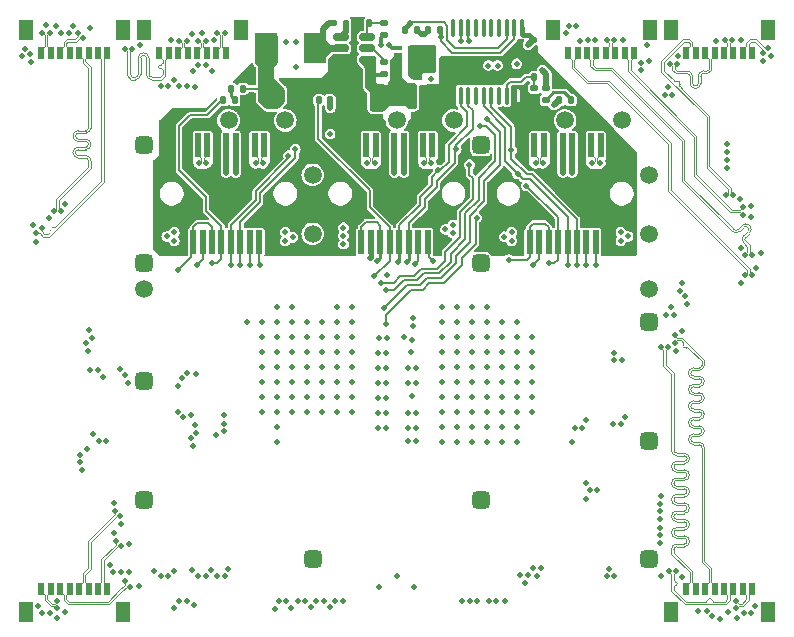
<source format=gbl>
G04 #@! TF.GenerationSoftware,KiCad,Pcbnew,8.0.5*
G04 #@! TF.CreationDate,2026-01-30T21:43:25+07:00*
G04 #@! TF.ProjectId,RouterCoreBaseRevA,526f7574-6572-4436-9f72-654261736552,rev?*
G04 #@! TF.SameCoordinates,PX2793d60PY5cfbb60*
G04 #@! TF.FileFunction,Copper,L8,Bot*
G04 #@! TF.FilePolarity,Positive*
%FSLAX46Y46*%
G04 Gerber Fmt 4.6, Leading zero omitted, Abs format (unit mm)*
G04 Created by KiCad (PCBNEW 8.0.5) date 2026-01-30 21:43:25*
%MOMM*%
%LPD*%
G01*
G04 APERTURE LIST*
G04 Aperture macros list*
%AMRoundRect*
0 Rectangle with rounded corners*
0 $1 Rounding radius*
0 $2 $3 $4 $5 $6 $7 $8 $9 X,Y pos of 4 corners*
0 Add a 4 corners polygon primitive as box body*
4,1,4,$2,$3,$4,$5,$6,$7,$8,$9,$2,$3,0*
0 Add four circle primitives for the rounded corners*
1,1,$1+$1,$2,$3*
1,1,$1+$1,$4,$5*
1,1,$1+$1,$6,$7*
1,1,$1+$1,$8,$9*
0 Add four rect primitives between the rounded corners*
20,1,$1+$1,$2,$3,$4,$5,0*
20,1,$1+$1,$4,$5,$6,$7,0*
20,1,$1+$1,$6,$7,$8,$9,0*
20,1,$1+$1,$8,$9,$2,$3,0*%
G04 Aperture macros list end*
G04 #@! TA.AperFunction,SMDPad,CuDef*
%ADD10RoundRect,0.135000X0.185000X-0.135000X0.185000X0.135000X-0.185000X0.135000X-0.185000X-0.135000X0*%
G04 #@! TD*
G04 #@! TA.AperFunction,SMDPad,CuDef*
%ADD11R,0.500000X2.000000*%
G04 #@! TD*
G04 #@! TA.AperFunction,SMDPad,CuDef*
%ADD12R,0.700000X0.420000*%
G04 #@! TD*
G04 #@! TA.AperFunction,SMDPad,CuDef*
%ADD13R,1.700000X2.370000*%
G04 #@! TD*
G04 #@! TA.AperFunction,SMDPad,CuDef*
%ADD14R,0.500000X1.000000*%
G04 #@! TD*
G04 #@! TA.AperFunction,SMDPad,CuDef*
%ADD15R,1.200000X1.700000*%
G04 #@! TD*
G04 #@! TA.AperFunction,SMDPad,CuDef*
%ADD16RoundRect,0.125000X0.125000X0.155000X-0.125000X0.155000X-0.125000X-0.155000X0.125000X-0.155000X0*%
G04 #@! TD*
G04 #@! TA.AperFunction,SMDPad,CuDef*
%ADD17RoundRect,0.125000X0.155000X-0.125000X0.155000X0.125000X-0.155000X0.125000X-0.155000X-0.125000X0*%
G04 #@! TD*
G04 #@! TA.AperFunction,SMDPad,CuDef*
%ADD18RoundRect,0.120000X0.480000X0.780000X-0.480000X0.780000X-0.480000X-0.780000X0.480000X-0.780000X0*%
G04 #@! TD*
G04 #@! TA.AperFunction,SMDPad,CuDef*
%ADD19RoundRect,0.135000X0.135000X0.185000X-0.135000X0.185000X-0.135000X-0.185000X0.135000X-0.185000X0*%
G04 #@! TD*
G04 #@! TA.AperFunction,SMDPad,CuDef*
%ADD20RoundRect,0.150000X0.512500X0.150000X-0.512500X0.150000X-0.512500X-0.150000X0.512500X-0.150000X0*%
G04 #@! TD*
G04 #@! TA.AperFunction,SMDPad,CuDef*
%ADD21RoundRect,0.147500X-0.147500X-0.172500X0.147500X-0.172500X0.147500X0.172500X-0.147500X0.172500X0*%
G04 #@! TD*
G04 #@! TA.AperFunction,SMDPad,CuDef*
%ADD22RoundRect,0.250000X-0.250000X-0.475000X0.250000X-0.475000X0.250000X0.475000X-0.250000X0.475000X0*%
G04 #@! TD*
G04 #@! TA.AperFunction,SMDPad,CuDef*
%ADD23RoundRect,0.100000X0.100000X-0.637500X0.100000X0.637500X-0.100000X0.637500X-0.100000X-0.637500X0*%
G04 #@! TD*
G04 #@! TA.AperFunction,SMDPad,CuDef*
%ADD24RoundRect,0.135000X-0.135000X-0.185000X0.135000X-0.185000X0.135000X0.185000X-0.135000X0.185000X0*%
G04 #@! TD*
G04 #@! TA.AperFunction,SMDPad,CuDef*
%ADD25RoundRect,0.135000X-0.185000X0.135000X-0.185000X-0.135000X0.185000X-0.135000X0.185000X0.135000X0*%
G04 #@! TD*
G04 #@! TA.AperFunction,SMDPad,CuDef*
%ADD26R,1.900000X2.500000*%
G04 #@! TD*
G04 #@! TA.AperFunction,ComponentPad*
%ADD27RoundRect,0.375000X0.375000X-0.375000X0.375000X0.375000X-0.375000X0.375000X-0.375000X-0.375000X0*%
G04 #@! TD*
G04 #@! TA.AperFunction,ComponentPad*
%ADD28C,1.500000*%
G04 #@! TD*
G04 #@! TA.AperFunction,SMDPad,CuDef*
%ADD29RoundRect,0.120000X-0.480000X-0.780000X0.480000X-0.780000X0.480000X0.780000X-0.480000X0.780000X0*%
G04 #@! TD*
G04 #@! TA.AperFunction,SMDPad,CuDef*
%ADD30RoundRect,0.150000X0.225000X0.300000X-0.225000X0.300000X-0.225000X-0.300000X0.225000X-0.300000X0*%
G04 #@! TD*
G04 #@! TA.AperFunction,ViaPad*
%ADD31C,0.500000*%
G04 #@! TD*
G04 #@! TA.AperFunction,Conductor*
%ADD32C,0.300000*%
G04 #@! TD*
G04 #@! TA.AperFunction,Conductor*
%ADD33C,0.101600*%
G04 #@! TD*
G04 #@! TA.AperFunction,Conductor*
%ADD34C,0.152400*%
G04 #@! TD*
G04 #@! TA.AperFunction,Conductor*
%ADD35C,0.450000*%
G04 #@! TD*
G04 #@! TA.AperFunction,Conductor*
%ADD36C,0.500000*%
G04 #@! TD*
G04 #@! TA.AperFunction,Conductor*
%ADD37C,0.400000*%
G04 #@! TD*
G04 #@! TA.AperFunction,Conductor*
%ADD38C,0.200000*%
G04 #@! TD*
G04 #@! TA.AperFunction,Conductor*
%ADD39C,0.254000*%
G04 #@! TD*
G04 #@! TA.AperFunction,Conductor*
%ADD40C,0.250000*%
G04 #@! TD*
G04 APERTURE END LIST*
D10*
X31400000Y46915000D03*
X31400000Y47935000D03*
D11*
X35900000Y32650000D03*
X35100000Y32650000D03*
X34300000Y32650000D03*
X33500000Y32650000D03*
X32700000Y32650000D03*
X31900000Y32650000D03*
X31100000Y32650000D03*
X30300000Y32650000D03*
X29500000Y32650000D03*
X28700000Y32650000D03*
X29100000Y40850000D03*
X29900000Y40850000D03*
X30700000Y40850000D03*
X31500000Y40850000D03*
X32300000Y40850000D03*
X33100000Y40850000D03*
X33900000Y40850000D03*
X34700000Y40850000D03*
X35500000Y40850000D03*
X36300000Y40850000D03*
D12*
X32600000Y47175000D03*
X32600000Y47825000D03*
X32600000Y48475000D03*
X32600000Y49125000D03*
D13*
X34450000Y48150000D03*
D12*
X35400000Y49125000D03*
X35400000Y48475000D03*
X35400000Y47825000D03*
X35400000Y47175000D03*
D14*
X57000000Y48700000D03*
X57800000Y48700000D03*
X58600000Y48700000D03*
X59400000Y48700000D03*
X60200000Y48700000D03*
X61000000Y48700000D03*
X61800000Y48700000D03*
X62600000Y48700000D03*
D15*
X55700000Y50650000D03*
X63900000Y50650000D03*
D10*
X31400000Y50190000D03*
X31400000Y51210000D03*
D16*
X28185000Y51175000D03*
X27215000Y51175000D03*
D17*
X44150000Y48790000D03*
X44150000Y49760000D03*
D18*
X30925000Y45075000D03*
X28325000Y45075000D03*
D19*
X34210000Y50650000D03*
X33190000Y50650000D03*
D14*
X12400000Y48700000D03*
X13200000Y48700000D03*
X14000000Y48700000D03*
X14800000Y48700000D03*
X15600000Y48700000D03*
X16400000Y48700000D03*
X17200000Y48700000D03*
X18000000Y48700000D03*
D15*
X11100000Y50650000D03*
X19300000Y50650000D03*
D19*
X19460000Y45625000D03*
X18440000Y45625000D03*
D20*
X30012500Y50000000D03*
X30012500Y49050000D03*
X30012500Y48100000D03*
X27737500Y48100000D03*
X27737500Y49050000D03*
X27737500Y50000000D03*
D11*
X50150000Y32650000D03*
X49350000Y32650000D03*
X48550000Y32650000D03*
X47750000Y32650000D03*
X46950000Y32650000D03*
X46150000Y32650000D03*
X45350000Y32650000D03*
X44550000Y32650000D03*
X43750000Y32650000D03*
X42950000Y32650000D03*
X43350000Y40850000D03*
X44150000Y40850000D03*
X44950000Y40850000D03*
X45750000Y40850000D03*
X46550000Y40850000D03*
X47350000Y40850000D03*
X48150000Y40850000D03*
X48950000Y40850000D03*
X49750000Y40850000D03*
X50550000Y40850000D03*
D21*
X17790000Y44675000D03*
X18760000Y44675000D03*
D10*
X44150000Y44665000D03*
X44150000Y45685000D03*
D22*
X22000000Y45200000D03*
X23900000Y45200000D03*
D23*
X43100000Y45037500D03*
X42450000Y45037500D03*
X41800000Y45037500D03*
X41150000Y45037500D03*
X40500000Y45037500D03*
X39850000Y45037500D03*
X39200000Y45037500D03*
X38550000Y45037500D03*
X37900000Y45037500D03*
X37250000Y45037500D03*
X37250000Y50762500D03*
X37900000Y50762500D03*
X38550000Y50762500D03*
X39200000Y50762500D03*
X39850000Y50762500D03*
X40500000Y50762500D03*
X41150000Y50762500D03*
X41800000Y50762500D03*
X42450000Y50762500D03*
X43100000Y50762500D03*
D14*
X62600000Y3300000D03*
X61800000Y3300000D03*
X61000000Y3300000D03*
X60200000Y3300000D03*
X59400000Y3300000D03*
X58600000Y3300000D03*
X57800000Y3300000D03*
X57000000Y3300000D03*
D15*
X63900000Y1350000D03*
X55700000Y1350000D03*
D24*
X29140000Y51175000D03*
X30160000Y51175000D03*
D14*
X47000000Y48700000D03*
X47800000Y48700000D03*
X48600000Y48700000D03*
X49400000Y48700000D03*
X50200000Y48700000D03*
X51000000Y48700000D03*
X51800000Y48700000D03*
X52600000Y48700000D03*
D15*
X45700000Y50650000D03*
X53900000Y50650000D03*
D25*
X45100000Y45685000D03*
X45100000Y44665000D03*
D26*
X25550000Y49050000D03*
X21450000Y49050000D03*
D21*
X46265000Y44675000D03*
X47235000Y44675000D03*
D14*
X2400000Y48700000D03*
X3200000Y48700000D03*
X4000000Y48700000D03*
X4800000Y48700000D03*
X5600000Y48700000D03*
X6400000Y48700000D03*
X7200000Y48700000D03*
X8000000Y48700000D03*
D15*
X1100000Y50650000D03*
X9300000Y50650000D03*
D21*
X25890000Y44675000D03*
X26860000Y44675000D03*
D14*
X8000000Y3300000D03*
X7200000Y3300000D03*
X6400000Y3300000D03*
X5600000Y3300000D03*
X4800000Y3300000D03*
X4000000Y3300000D03*
X3200000Y3300000D03*
X2400000Y3300000D03*
D15*
X9300000Y1350000D03*
X1100000Y1350000D03*
D24*
X44140000Y46600000D03*
X45160000Y46600000D03*
D11*
X21650000Y32650000D03*
X20850000Y32650000D03*
X20050000Y32650000D03*
X19250000Y32650000D03*
X18450000Y32650000D03*
X17650000Y32650000D03*
X16850000Y32650000D03*
X16050000Y32650000D03*
X15250000Y32650000D03*
X14450000Y32650000D03*
X14850000Y40850000D03*
X15650000Y40850000D03*
X16450000Y40850000D03*
X17250000Y40850000D03*
X18050000Y40850000D03*
X18850000Y40850000D03*
X19650000Y40850000D03*
X20450000Y40850000D03*
X21250000Y40850000D03*
X22050000Y40850000D03*
D27*
X53875000Y5850000D03*
X53875000Y15850000D03*
X53875000Y25850000D03*
D28*
X53875000Y28650000D03*
X53875000Y33350000D03*
X53875000Y38350000D03*
D27*
X39625000Y10850000D03*
X39625000Y30850000D03*
X39625000Y40850000D03*
X25375000Y5850000D03*
D28*
X25375000Y33350000D03*
X25375000Y38350000D03*
D27*
X11125000Y10850000D03*
X11125000Y20850000D03*
D28*
X11125000Y28650000D03*
D27*
X11125000Y30850000D03*
X11125000Y40850000D03*
D28*
X51550000Y42950000D03*
X46750000Y42950000D03*
X37300000Y42950000D03*
X32500000Y42950000D03*
X23050000Y42950000D03*
X18250000Y42950000D03*
D29*
X32950000Y45075000D03*
X35550000Y45075000D03*
D24*
X35165000Y50650000D03*
X36185000Y50650000D03*
D30*
X30275000Y46800000D03*
X28875000Y46800000D03*
D31*
X33410000Y18140000D03*
X33410000Y15800000D03*
X31800000Y44525000D03*
X31225000Y43950000D03*
X33410000Y16870000D03*
X33800000Y44150000D03*
X34130000Y15800000D03*
X34130000Y18140000D03*
X30450000Y43950000D03*
X34130000Y16870000D03*
X33800000Y44850000D03*
X31850000Y49350000D03*
X35370000Y46425000D03*
X19550000Y44650000D03*
X35600000Y35675000D03*
X42850000Y42175000D03*
X30870000Y16870000D03*
X13925000Y34300000D03*
X43975000Y35625000D03*
X31590000Y20680000D03*
X31500000Y39540000D03*
X33900000Y39540000D03*
X17250000Y39575000D03*
X23950000Y47450000D03*
X49850000Y34100000D03*
X31590000Y18140000D03*
X20850000Y38700000D03*
X23300000Y31925000D03*
X31025000Y3450000D03*
X15275000Y35775000D03*
X24675000Y45700000D03*
X29375000Y35600000D03*
X51675000Y31700000D03*
X17250000Y38535000D03*
X30870000Y18140000D03*
X41075000Y32300000D03*
X33775000Y19645000D03*
X19650000Y39575000D03*
X20350000Y37875000D03*
X50360000Y39510000D03*
X51475000Y35050000D03*
X23750000Y44225000D03*
X34750000Y43750000D03*
X43075000Y35650000D03*
X14850000Y42175000D03*
X42375000Y34975000D03*
X50150000Y35800000D03*
X34900000Y37675000D03*
X48150000Y39540000D03*
X44550000Y38700000D03*
X29250000Y44550000D03*
X23475000Y46325000D03*
X44325000Y48275000D03*
X29100000Y42225000D03*
X28880000Y34110000D03*
X48150000Y38535000D03*
X14940000Y39360000D03*
X21975000Y42225000D03*
X30870000Y20680000D03*
X31700000Y29875000D03*
X36100000Y39500000D03*
X31500000Y38535000D03*
X36700001Y44575000D03*
X24250000Y46325000D03*
X29375000Y36300000D03*
X51475000Y34300000D03*
X33700000Y23375000D03*
X33135000Y24600000D03*
X45750000Y38535000D03*
X45750000Y39540000D03*
X29375000Y37000000D03*
X29100000Y39500000D03*
X27600000Y43925000D03*
X27725000Y47250000D03*
X19550000Y46450000D03*
X35575000Y34125000D03*
X37225000Y35050000D03*
X19650000Y38535000D03*
X41850000Y47750000D03*
X33900000Y38535000D03*
X33975000Y3450000D03*
X31590000Y16870000D03*
X27000000Y47250000D03*
X21400000Y34100000D03*
X43175000Y43575000D03*
X22950000Y35075000D03*
X28170000Y34590000D03*
X43550000Y36250000D03*
X23125000Y49625000D03*
X16250000Y37700000D03*
X13925000Y35100000D03*
X28925000Y50600000D03*
X12575000Y32325000D03*
X23950000Y49625000D03*
X28325000Y43925000D03*
X21525000Y35700000D03*
X34390000Y47320000D03*
X33775000Y46975000D03*
X34390000Y46620000D03*
X33775000Y47675000D03*
X1710000Y34080000D03*
X15375000Y17150000D03*
X28690000Y18240000D03*
X6800000Y16400000D03*
X22175000Y1600000D03*
X28690000Y22050000D03*
X26800000Y1725000D03*
X2150000Y1850000D03*
X4425000Y1300000D03*
X8575000Y8025000D03*
X28690000Y23320000D03*
X22340000Y15700000D03*
X3050000Y34690000D03*
X22340000Y20780000D03*
X17190000Y16300000D03*
X15350000Y1900000D03*
X16800000Y4875000D03*
X6460000Y25180000D03*
X22340000Y22050000D03*
X15100000Y17975000D03*
X9750000Y20750000D03*
X15400000Y45750000D03*
X13600000Y4825000D03*
X15190000Y50240000D03*
X9125000Y8775000D03*
X28690000Y20780000D03*
X5100000Y50940000D03*
X17020000Y49750000D03*
X11975000Y4825000D03*
X760000Y48370000D03*
X2790000Y50990000D03*
X1930000Y32700000D03*
X13610000Y46400000D03*
X16850000Y47140000D03*
X23575000Y1700000D03*
X5800000Y13325000D03*
X15175000Y4875000D03*
X13600000Y1675000D03*
X15200000Y47130000D03*
X13975000Y20450000D03*
X28690000Y24590000D03*
X22340000Y16970000D03*
X13380000Y49760000D03*
X15225000Y15350000D03*
X10650000Y3550000D03*
X9850000Y7100000D03*
X6480000Y50800000D03*
X8575000Y10600000D03*
X6360000Y23410000D03*
X22340000Y19510000D03*
X3620000Y50940000D03*
X10760000Y49310000D03*
X8210000Y5350000D03*
X15980000Y50360000D03*
X22340000Y18240000D03*
X17830000Y17990000D03*
X7630000Y21260000D03*
X6275000Y15125000D03*
X3725000Y825000D03*
X28690000Y19510000D03*
X25200000Y1725000D03*
X4400000Y35870000D03*
X22340000Y24590000D03*
X1500000Y47875000D03*
X15525000Y21450000D03*
X22340000Y23320000D03*
X9850000Y4750000D03*
X18200000Y4975000D03*
X50865284Y23247150D03*
X43930000Y24590000D03*
X20542850Y39330797D03*
X31700000Y24490000D03*
X9472812Y3917188D03*
X21070000Y18240000D03*
X21070000Y22050000D03*
X8502850Y4700000D03*
X4092850Y50375000D03*
X7172534Y21822756D03*
X14707150Y45883231D03*
X27420000Y25860000D03*
X47707150Y50963782D03*
X41390000Y18240000D03*
X63517917Y48627707D03*
X40120000Y27130000D03*
X55312850Y26510000D03*
X56927188Y28082812D03*
X40120000Y24590000D03*
X56020000Y24757150D03*
X22340000Y27130000D03*
X17907150Y50387455D03*
X24880000Y19510000D03*
X4087150Y35260000D03*
X38850000Y22050000D03*
X54790000Y7862850D03*
X64210000Y48400000D03*
X56120000Y23440000D03*
X36310000Y22050000D03*
X42660000Y16970000D03*
X48520000Y12270000D03*
X36310000Y16970000D03*
X36310000Y23320000D03*
X42660000Y18240000D03*
X51580000Y22630000D03*
X51780000Y17820000D03*
X55670000Y27190000D03*
X44360000Y4400000D03*
X56670000Y29210000D03*
X61620000Y32170000D03*
X46780000Y50350000D03*
X62850000Y1850000D03*
X56650000Y25090000D03*
X36310000Y20780000D03*
X63300000Y31690000D03*
X61570000Y36260000D03*
X59560000Y49650000D03*
X47990000Y49700000D03*
X57050000Y27410000D03*
X50490000Y5000000D03*
X55425000Y45775000D03*
X54800000Y7160000D03*
X42660000Y24590000D03*
X60500000Y1340000D03*
X61275000Y825000D03*
X56675000Y4325000D03*
X61630000Y29220000D03*
X48480000Y17590000D03*
X60420000Y38930000D03*
X54900000Y4400000D03*
X42660000Y15700000D03*
X56280000Y48410000D03*
X36310000Y19510000D03*
X51620000Y49720000D03*
X62500000Y35700000D03*
X54800000Y9175000D03*
X41630000Y2250000D03*
X42660000Y20780000D03*
X63500000Y47950000D03*
X36310000Y15700000D03*
X36310000Y18240000D03*
X58000000Y1450000D03*
X36310000Y24590000D03*
X53890000Y47950000D03*
X62920000Y30440000D03*
X48510000Y10930000D03*
X61600000Y49720000D03*
X60410000Y40960000D03*
X62500000Y34800000D03*
X43390000Y3760000D03*
X59880000Y770000D03*
X54825000Y11192150D03*
X42660000Y22050000D03*
X42660000Y19510000D03*
X53680000Y49360000D03*
X47300000Y15700000D03*
X38010000Y2250000D03*
X42660000Y23320000D03*
X55467150Y23740000D03*
X41390000Y23320000D03*
X13107150Y4354863D03*
X26150000Y22050000D03*
X5941360Y49944032D03*
X27420000Y19510000D03*
X26150000Y24590000D03*
X23107150Y2245137D03*
X39550000Y42500000D03*
X31550000Y28625000D03*
X33600000Y51175000D03*
X41025000Y47600000D03*
X33850000Y26210000D03*
X23610000Y25860000D03*
X16307150Y49704121D03*
X23610000Y20780000D03*
X17907150Y4354863D03*
X59177188Y1012812D03*
X40120000Y20780000D03*
X30870000Y19410000D03*
X35407150Y39330797D03*
X37580000Y27130000D03*
X60907150Y49730528D03*
X5700000Y14042850D03*
X21070000Y23320000D03*
X55522850Y4770000D03*
X37580000Y24590000D03*
X42660000Y25860000D03*
X60420000Y40257150D03*
X27420000Y18240000D03*
X5506984Y50378408D03*
X9460700Y49025000D03*
X50907150Y49730528D03*
X40120000Y15700000D03*
X49657150Y39330797D03*
X34130000Y20680000D03*
X10075000Y49025000D03*
X26150000Y18240000D03*
X2492850Y50375000D03*
X23610000Y19510000D03*
X2417188Y33842188D03*
X53170000Y47240000D03*
X38850000Y18240000D03*
X28690000Y25860000D03*
X14092850Y45883231D03*
X27420000Y27130000D03*
X12492850Y45883231D03*
X24707150Y2245137D03*
X27420000Y24590000D03*
X51437150Y17210000D03*
X43930000Y22050000D03*
X38692850Y2245137D03*
X44667150Y5042850D03*
X15742850Y39330797D03*
X30870000Y23220000D03*
X56492812Y28517188D03*
X55927150Y26510000D03*
X40120000Y23320000D03*
X56020000Y24142850D03*
X61982850Y31600000D03*
X37580000Y16970000D03*
X53170000Y47854300D03*
X38850000Y19510000D03*
X40250000Y47600000D03*
X33850000Y25510000D03*
X31000000Y24490000D03*
X21157150Y39330797D03*
X41390000Y24590000D03*
X54852850Y23740000D03*
X30607150Y39330797D03*
X31590000Y21950000D03*
X14092850Y49704121D03*
X19800000Y25860000D03*
X3760000Y2247150D03*
X13952812Y18297188D03*
X31425000Y27100000D03*
X40110000Y43100000D03*
X61240000Y2247150D03*
X38850000Y23320000D03*
X31590000Y19410000D03*
X34792850Y39330797D03*
X41390000Y20780000D03*
X61892850Y1236218D03*
X36235000Y50050000D03*
X40120000Y25860000D03*
X60362850Y36630000D03*
X40120000Y18240000D03*
X48692850Y49730528D03*
X54800000Y10514300D03*
X37580000Y20780000D03*
X27420000Y23320000D03*
X24092850Y2245137D03*
X6558234Y21822756D03*
X4707150Y50375000D03*
X56250000Y47720000D03*
X37580000Y25860000D03*
X62507150Y1236218D03*
X41390000Y22050000D03*
X1454688Y48595312D03*
X6222812Y24082812D03*
X50292850Y49730528D03*
X40120000Y16970000D03*
X9032812Y21867188D03*
X7292850Y15850000D03*
X14387188Y17862812D03*
X3760000Y1632850D03*
X27420000Y22050000D03*
X14707150Y2245137D03*
X31590000Y23220000D03*
X16357150Y39330797D03*
X33410000Y20680000D03*
X49042850Y39330797D03*
X61240000Y1632850D03*
X38850000Y24590000D03*
X37580000Y19510000D03*
X55210700Y45100000D03*
X40120000Y19510000D03*
X49307150Y49730528D03*
X56137150Y4770000D03*
X37580000Y23320000D03*
X24880000Y25860000D03*
X16307150Y47612444D03*
X31575000Y25725000D03*
X39275000Y34725000D03*
X37580000Y22050000D03*
X54800000Y9900000D03*
X15692850Y47612444D03*
X26150000Y25860000D03*
X23610000Y27130000D03*
X17292850Y50387455D03*
X21070000Y24590000D03*
X5700000Y14657150D03*
X48832850Y11620000D03*
X50907150Y4354863D03*
X13107150Y45883231D03*
X28690000Y27130000D03*
X23610000Y24590000D03*
X27292850Y2245137D03*
X43930000Y18240000D03*
X47572850Y16929800D03*
X43930000Y19510000D03*
X48187150Y16929800D03*
X22492850Y2245137D03*
X26150000Y23320000D03*
X21070000Y20780000D03*
X9117150Y4700000D03*
X1020312Y49029688D03*
X6657188Y24517188D03*
X27907150Y2245137D03*
X23610000Y23320000D03*
X14767188Y21542188D03*
X3107150Y1236218D03*
X9467188Y21432812D03*
X7907150Y15850000D03*
X49447150Y11620000D03*
X50292850Y4354863D03*
X31150000Y29225000D03*
X38650000Y39200000D03*
X15692850Y4354863D03*
X24880000Y20780000D03*
X41390000Y16970000D03*
X61790000Y35587150D03*
X24880000Y24590000D03*
X26307150Y2245137D03*
X9097188Y9442812D03*
X15036989Y16029170D03*
X25692850Y2245137D03*
X24880000Y23320000D03*
X26150000Y19510000D03*
X3107150Y50375000D03*
X2492850Y1236218D03*
X14332812Y21107812D03*
X36310000Y25860000D03*
X55635700Y47720000D03*
X54790000Y8477150D03*
X38850000Y20780000D03*
X23610000Y22050000D03*
X17292850Y4354863D03*
X55825000Y45100000D03*
X37580000Y18240000D03*
X9907188Y3482812D03*
X21070000Y19510000D03*
X23610000Y18240000D03*
X1982812Y33407812D03*
X38850000Y27130000D03*
X63952293Y49062083D03*
X44242850Y39330797D03*
X34130000Y21950000D03*
X44857150Y39330797D03*
X33410000Y21950000D03*
X60420000Y39642850D03*
X41390000Y25860000D03*
X8712812Y7317188D03*
X17858394Y17277150D03*
X12492850Y4354863D03*
X26150000Y20780000D03*
X43930000Y23320000D03*
X50865284Y22632850D03*
X8662812Y9877188D03*
X15471365Y16463546D03*
X61790000Y34972850D03*
X41390000Y15700000D03*
X33820000Y24330000D03*
X32500000Y4375000D03*
X16307150Y4354863D03*
X24880000Y22050000D03*
X62597150Y31600000D03*
X37580000Y15700000D03*
X62587150Y29840000D03*
X38850000Y15700000D03*
X40907150Y2245137D03*
X42962850Y4490000D03*
X9147188Y6882812D03*
X17858394Y16662850D03*
X60292850Y49730528D03*
X36310000Y27130000D03*
X40292850Y2245137D03*
X43577150Y4490000D03*
X22340000Y25860000D03*
X15692850Y49704121D03*
X40120000Y22050000D03*
X58742812Y1447188D03*
X3472850Y35260000D03*
X24880000Y18240000D03*
X14707150Y49704121D03*
X21070000Y25860000D03*
X41390000Y19510000D03*
X47092850Y50963782D03*
X38850000Y16970000D03*
X61972850Y29840000D03*
X44052850Y5042850D03*
X39307150Y2245137D03*
X43930000Y20780000D03*
X50822850Y17210000D03*
X27420000Y20780000D03*
X14092850Y2245137D03*
X29992850Y39330797D03*
X30870000Y21950000D03*
X38850000Y25860000D03*
X60977150Y36630000D03*
X27975000Y33875000D03*
X43590000Y49350000D03*
X31125000Y49350000D03*
X42225000Y33475000D03*
X41600000Y33100000D03*
X27975000Y32475000D03*
X27975000Y33175000D03*
X21600000Y44150000D03*
X22750000Y44750000D03*
X23700000Y33050000D03*
X42225000Y32750000D03*
X36600000Y33725000D03*
X51475000Y33500000D03*
X42650000Y47750000D03*
X23050000Y33500000D03*
X13650000Y33500000D03*
X52075000Y33125000D03*
X37250000Y34100000D03*
X34690000Y50300000D03*
X44825000Y47200000D03*
X13650000Y32775000D03*
X21225000Y44750000D03*
X51475000Y32750000D03*
X23050000Y32750000D03*
X26850000Y41800000D03*
X13025000Y33125000D03*
X22750000Y45475000D03*
X22300000Y44150000D03*
X21225000Y45475000D03*
X37250000Y33400000D03*
X18050000Y39575000D03*
X18050000Y38535000D03*
X18850000Y39575000D03*
X18850000Y38535000D03*
X32300000Y38535000D03*
X32300000Y39575000D03*
X33100000Y38535000D03*
X33100000Y39575000D03*
X46550000Y39575000D03*
X46550000Y38535000D03*
X47350000Y38535000D03*
X47350000Y39575000D03*
X16885000Y30850000D03*
X30600000Y29750000D03*
X26860000Y44010000D03*
X45800000Y44250000D03*
X45400000Y30850000D03*
X43475000Y37425000D03*
X20050000Y30750000D03*
X20925000Y30725000D03*
X23325000Y39975000D03*
X38625000Y49650000D03*
X18450000Y30750000D03*
X19250000Y30750000D03*
X23900000Y40500000D03*
X37900000Y49650000D03*
X15550000Y30750000D03*
X13950000Y30250000D03*
X30850000Y31025000D03*
X35600000Y31050000D03*
X33350000Y30950000D03*
X37525000Y40525000D03*
X30200000Y31325000D03*
X34050000Y30775000D03*
X32625000Y30950000D03*
X36000000Y38725000D03*
X41975000Y31175000D03*
X47750000Y30750000D03*
X42200000Y40425000D03*
X46950000Y30750000D03*
X42725000Y38425000D03*
X48550000Y30750000D03*
X49400000Y30750000D03*
X44050000Y30750000D03*
D32*
X31285000Y46800000D02*
X30275000Y46800000D01*
X31400000Y46915000D02*
X31285000Y46800000D01*
X32075000Y49125000D02*
X31850000Y49350000D01*
X32600000Y49125000D02*
X32075000Y49125000D01*
D33*
X20742050Y39807950D02*
X20742050Y39529997D01*
X20450000Y40100000D02*
X20742050Y39807950D01*
X20450000Y40850000D02*
X20450000Y40100000D01*
X20742050Y39529997D02*
X20542850Y39330797D01*
X9002050Y3164716D02*
X9002051Y3164716D01*
X4507950Y2419716D02*
X4719716Y2207950D01*
X4507950Y2757950D02*
X4507950Y2419716D01*
X4719716Y2207950D02*
X8045284Y2207950D01*
X8045284Y2207950D02*
X9002050Y3164716D01*
X4800000Y3050000D02*
X4507950Y2757950D01*
X9002051Y3164716D02*
X9472812Y3635477D01*
X9472812Y3635477D02*
X9472812Y3917188D01*
X4800000Y3300000D02*
X4800000Y3050000D01*
X63517917Y48909418D02*
X63517917Y48627707D01*
X62600000Y48950000D02*
X62307950Y49242050D01*
X62808091Y49619243D02*
X63283667Y49143667D01*
X62471909Y49619243D02*
X62808091Y49619243D01*
X63283668Y49143667D02*
X63517917Y48909418D01*
X62307950Y49455284D02*
X62471909Y49619243D01*
X62307950Y49242050D02*
X62307950Y49455284D01*
X63283667Y49143667D02*
X63283668Y49143667D01*
X62600000Y48700000D02*
X62600000Y48950000D01*
X56634716Y24557950D02*
X58537950Y22654716D01*
X59107950Y5044716D02*
X59107950Y3842050D01*
X57632142Y18516484D02*
X58080000Y18516484D01*
X57632142Y15716484D02*
X58080000Y15716484D01*
X58537950Y22654716D02*
X58537950Y22258534D01*
X58537950Y14875000D02*
X58537950Y5614716D01*
X57632142Y17116484D02*
X58080000Y17116484D01*
X56219200Y24557950D02*
X56634716Y24557950D01*
X56020000Y24757150D02*
X56219200Y24557950D01*
X58080000Y19000584D02*
X57632142Y19000584D01*
X59107950Y3842050D02*
X59400000Y3550000D01*
X58537950Y5614716D02*
X59107950Y5044716D01*
X57632142Y21316484D02*
X58080000Y21316484D01*
X57632142Y19916484D02*
X58080000Y19916484D01*
X58080000Y16200584D02*
X57632142Y16200584D01*
X58080000Y21800584D02*
X57632142Y21800584D01*
X58537950Y15258534D02*
X58537950Y14875000D01*
X58080000Y20400584D02*
X57632142Y20400584D01*
X58080000Y17600584D02*
X57632142Y17600584D01*
X59400000Y3550000D02*
X59400000Y3275000D01*
X58080000Y21316484D02*
G75*
G02*
X58537984Y20858534I0J-457984D01*
G01*
X57632142Y19000584D02*
G75*
G03*
X57390016Y18758534I-42J-242084D01*
G01*
X58537950Y18058534D02*
G75*
G02*
X58080000Y17600550I-457950J-34D01*
G01*
X57390092Y15958534D02*
G75*
G03*
X57632142Y15716492I242008J-34D01*
G01*
X58080000Y15716484D02*
G75*
G02*
X58537984Y15258534I0J-457984D01*
G01*
X58537950Y16658534D02*
G75*
G02*
X58080000Y16200550I-457950J-34D01*
G01*
X57632142Y17600584D02*
G75*
G03*
X57390016Y17358534I-42J-242084D01*
G01*
X57390092Y20158534D02*
G75*
G03*
X57632142Y19916492I242008J-34D01*
G01*
X58080000Y19916484D02*
G75*
G02*
X58537984Y19458534I0J-457984D01*
G01*
X57632142Y16200584D02*
G75*
G03*
X57390016Y15958534I-42J-242084D01*
G01*
X58537950Y19458534D02*
G75*
G02*
X58080000Y19000550I-457950J-34D01*
G01*
X58537950Y22258534D02*
G75*
G02*
X58080000Y21800550I-457950J-34D01*
G01*
X58080000Y18516484D02*
G75*
G02*
X58537984Y18058534I0J-457984D01*
G01*
X57390092Y17358534D02*
G75*
G03*
X57632142Y17116492I242008J-34D01*
G01*
X57390092Y18758534D02*
G75*
G03*
X57632142Y18516492I242008J-34D01*
G01*
X57390092Y21558534D02*
G75*
G03*
X57632142Y21316492I242008J-34D01*
G01*
X57632142Y20400584D02*
G75*
G03*
X57390016Y20158534I-42J-242084D01*
G01*
X57632142Y21800584D02*
G75*
G03*
X57390016Y21558534I-42J-242084D01*
G01*
X58537950Y20858534D02*
G75*
G02*
X58080000Y20400550I-457950J-34D01*
G01*
X58080000Y17116484D02*
G75*
G02*
X58537984Y16658534I0J-457984D01*
G01*
X18000000Y48650000D02*
X18000000Y48900000D01*
X17707950Y50188255D02*
X17907150Y50387455D01*
X17707950Y49192050D02*
X17707950Y50188255D01*
X18000000Y48900000D02*
X17707950Y49192050D01*
X3887950Y36185284D02*
X6607950Y38905284D01*
X5529620Y41873776D02*
X6150000Y41873776D01*
X6607950Y42331726D02*
X6607950Y43318698D01*
X3887950Y35459200D02*
X3887950Y36185284D01*
X6107950Y47944716D02*
X6107950Y48157950D01*
X6400000Y48450000D02*
X6400000Y48700000D01*
X6150000Y41389676D02*
X5529620Y41389676D01*
X5529620Y40473776D02*
X6150000Y40473776D01*
X6150000Y39989676D02*
X5529620Y39989676D01*
X6607950Y43318698D02*
X6607950Y47444716D01*
X6607950Y38905284D02*
X6607950Y39531726D01*
X4087150Y35260000D02*
X3887950Y35459200D01*
X6607950Y47444716D02*
X6107950Y47944716D01*
X6107950Y48157950D02*
X6400000Y48450000D01*
X5529620Y41389676D02*
G75*
G02*
X5287576Y41631726I-20J242024D01*
G01*
X6607950Y39531726D02*
G75*
G03*
X6150000Y39989650I-457950J-26D01*
G01*
X6150000Y41873776D02*
G75*
G03*
X6607924Y42331726I0J457924D01*
G01*
X5287570Y41631726D02*
G75*
G02*
X5529620Y41873730I242030J-26D01*
G01*
X5287570Y40231726D02*
G75*
G02*
X5529620Y40473730I242030J-26D01*
G01*
X5529620Y39989676D02*
G75*
G02*
X5287576Y40231726I-20J242024D01*
G01*
X6150000Y40473776D02*
G75*
G03*
X6607924Y40931726I0J457924D01*
G01*
X6607950Y40931726D02*
G75*
G03*
X6150000Y41389650I-457950J-26D01*
G01*
X56200000Y6871286D02*
X56824346Y6871286D01*
X55957950Y15475000D02*
X55957950Y21594716D01*
X55957950Y15029236D02*
X55957950Y15475000D01*
X55957950Y6319716D02*
X55957950Y6629236D01*
X56824350Y13387186D02*
X56200000Y13387186D01*
X56200000Y12471286D02*
X56824350Y12471286D01*
X57507950Y4769716D02*
X55957950Y6319716D01*
X56200000Y11071286D02*
X56824348Y11071286D01*
X57800000Y3275000D02*
X57800000Y3550000D01*
X55267950Y22284716D02*
X55267950Y23540800D01*
X56200000Y8271286D02*
X56824346Y8271286D01*
X56200000Y9671286D02*
X56824346Y9671286D01*
X55957950Y21594716D02*
X55267950Y22284716D01*
X56200000Y13871286D02*
X56824348Y13871286D01*
X56824348Y11987186D02*
X56200000Y11987186D01*
X57800000Y3550000D02*
X57507950Y3842050D01*
X57507950Y3842050D02*
X57507950Y4769716D01*
X55267950Y23540800D02*
X55467150Y23740000D01*
X56824346Y10587186D02*
X56200000Y10587186D01*
X56824346Y7787186D02*
X56200000Y7787186D01*
X56824346Y9187186D02*
X56200000Y9187186D01*
X56824348Y14787186D02*
X56200000Y14787186D01*
X56200000Y9187186D02*
G75*
G02*
X55957986Y9429236I0J242014D01*
G01*
X55957950Y8029236D02*
G75*
G02*
X56200000Y8271250I242050J-36D01*
G01*
X55957950Y12229236D02*
G75*
G02*
X56200000Y12471250I242050J-36D01*
G01*
X57282298Y14329236D02*
G75*
G03*
X56824348Y14787198I-457998J-36D01*
G01*
X57282298Y11529236D02*
G75*
G03*
X56824348Y11987198I-457998J-36D01*
G01*
X56200000Y7787186D02*
G75*
G02*
X55957986Y8029236I0J242014D01*
G01*
X57282296Y8729236D02*
G75*
G03*
X56824346Y9187196I-457996J-36D01*
G01*
X56824348Y13871286D02*
G75*
G03*
X57282214Y14329236I-48J457914D01*
G01*
X56824346Y6871286D02*
G75*
G03*
X57282214Y7329236I-46J457914D01*
G01*
X57282300Y12929236D02*
G75*
G03*
X56824350Y13387100I-457900J-36D01*
G01*
X56200000Y11987186D02*
G75*
G02*
X55957986Y12229236I0J242014D01*
G01*
X56824346Y8271286D02*
G75*
G03*
X57282214Y8729236I-46J457914D01*
G01*
X57282296Y10129236D02*
G75*
G03*
X56824346Y10587196I-457996J-36D01*
G01*
X56824350Y12471286D02*
G75*
G03*
X57282314Y12929236I50J457914D01*
G01*
X57282296Y7329236D02*
G75*
G03*
X56824346Y7787196I-457996J-36D01*
G01*
X56824346Y9671286D02*
G75*
G03*
X57282214Y10129236I-46J457914D01*
G01*
X56824348Y11071286D02*
G75*
G03*
X57282214Y11529236I-48J457914D01*
G01*
X56200000Y14787186D02*
G75*
G02*
X55957986Y15029236I0J242014D01*
G01*
X55957950Y9429236D02*
G75*
G02*
X56200000Y9671250I242050J-36D01*
G01*
X56200000Y10587186D02*
G75*
G02*
X55957986Y10829236I0J242014D01*
G01*
X55957950Y13629236D02*
G75*
G02*
X56200000Y13871250I242050J-36D01*
G01*
X55957950Y10829236D02*
G75*
G02*
X56200000Y11071250I242050J-36D01*
G01*
X55957950Y6629236D02*
G75*
G02*
X56200000Y6871250I242050J-36D01*
G01*
X56200000Y13387186D02*
G75*
G02*
X55957986Y13629236I0J242014D01*
G01*
X4654816Y49632050D02*
X5347667Y49632050D01*
X5659649Y49944032D02*
X5941360Y49944032D01*
X4800000Y48950000D02*
X4507950Y49242050D01*
X4507950Y49242050D02*
X4507950Y49485184D01*
X5347667Y49632050D02*
X5659649Y49944032D01*
X4800000Y48700000D02*
X4800000Y48950000D01*
X4507950Y49485184D02*
X4654816Y49632050D01*
D34*
X37050000Y31675000D02*
X38275000Y32900000D01*
X39420000Y36220000D02*
X39420000Y38100000D01*
X34780000Y30020000D02*
X36100000Y30020000D01*
X34190000Y29430000D02*
X34780000Y30020000D01*
X38275000Y32900000D02*
X38275000Y35075000D01*
X40850000Y41730000D02*
X40080000Y42500000D01*
X40850000Y39530000D02*
X40850000Y41730000D01*
X32300000Y28625000D02*
X33105000Y29430000D01*
X37050000Y30970000D02*
X37050000Y31675000D01*
X33105000Y29430000D02*
X34190000Y29430000D01*
X31550000Y28625000D02*
X32300000Y28625000D01*
X36100000Y30020000D02*
X37050000Y30970000D01*
X40080000Y42500000D02*
X39550000Y42500000D01*
X39420000Y38100000D02*
X40850000Y39530000D01*
X38275000Y35075000D02*
X39420000Y36220000D01*
X33675000Y51250000D02*
X33600000Y51175000D01*
D35*
X33190000Y50650000D02*
X33190000Y50765000D01*
D34*
X41025000Y49100000D02*
X37440000Y49100000D01*
X41800000Y49875000D02*
X41025000Y49100000D01*
X41800000Y50762500D02*
X41800000Y49875000D01*
X36770000Y50980000D02*
X36500000Y51250000D01*
X37440000Y49100000D02*
X36770000Y49770000D01*
X36500000Y51250000D02*
X33675000Y51250000D01*
X36770000Y49770000D02*
X36770000Y50980000D01*
D35*
X33190000Y50765000D02*
X33600000Y51175000D01*
D33*
X16107950Y49192050D02*
X16107950Y49504921D01*
X16107950Y49504921D02*
X16307150Y49704121D01*
X16400000Y48900000D02*
X16107950Y49192050D01*
X16400000Y48650000D02*
X16400000Y48900000D01*
X35207950Y39529997D02*
X35407150Y39330797D01*
X35500000Y40850000D02*
X35500000Y40100000D01*
X35207950Y39807950D02*
X35207950Y39529997D01*
X35500000Y40100000D02*
X35207950Y39807950D01*
X61000000Y48700000D02*
X61000000Y48950000D01*
X60707950Y49242050D02*
X60707950Y49531328D01*
X61000000Y48950000D02*
X60707950Y49242050D01*
X60707950Y49531328D02*
X60907150Y49730528D01*
X55722050Y3145284D02*
X55722050Y4570800D01*
X60707950Y2330284D02*
X60369716Y1992050D01*
X56875284Y1992050D02*
X55722050Y3145284D01*
X61000000Y3300000D02*
X61000000Y3050000D01*
X60369716Y1992050D02*
X56875284Y1992050D01*
X61000000Y3050000D02*
X60707950Y2757950D01*
X55722050Y4570800D02*
X55522850Y4770000D01*
X60707950Y2757950D02*
X60707950Y2330284D01*
X4292050Y49574616D02*
X4565384Y49847950D01*
X4565384Y49847950D02*
X5258237Y49847950D01*
X5506984Y50096697D02*
X5506984Y50378408D01*
X5258237Y49847950D02*
X5506984Y50096697D01*
X4292050Y49242050D02*
X4292050Y49574616D01*
X4000000Y48950000D02*
X4292050Y49242050D01*
X4000000Y48700000D02*
X4000000Y48950000D01*
X10015284Y46402050D02*
X10354941Y46402050D01*
X9460700Y49025000D02*
X9659900Y48825800D01*
X12907950Y46755284D02*
X12907950Y48107950D01*
X13200000Y48400000D02*
X13200000Y48650000D01*
X11754941Y46402050D02*
X11793417Y46402050D01*
X11296991Y48231336D02*
X11296991Y46860000D01*
X11793417Y46402050D02*
X12554716Y46402050D01*
X9659900Y48825800D02*
X9659900Y46757434D01*
X12554716Y46402050D02*
X12907950Y46755284D01*
X12907950Y48107950D02*
X13200000Y48400000D01*
X10812891Y46860000D02*
X10812891Y48231336D01*
X9659900Y46757434D02*
X10015284Y46402050D01*
X10812891Y48231336D02*
G75*
G02*
X11054941Y48473309I242009J-36D01*
G01*
X11296991Y46860000D02*
G75*
G03*
X11754941Y46402091I457909J0D01*
G01*
X10354941Y46402050D02*
G75*
G03*
X10812850Y46860000I-41J457950D01*
G01*
X11054941Y48473386D02*
G75*
G02*
X11296986Y48231336I-41J-242086D01*
G01*
X50707950Y49242050D02*
X50707950Y49531328D01*
X51000000Y48950000D02*
X50707950Y49242050D01*
X50707950Y49531328D02*
X50907150Y49730528D01*
X51000000Y48700000D02*
X51000000Y48950000D01*
X49750000Y40850000D02*
X49750000Y40100000D01*
X49457950Y39807950D02*
X49457950Y39529997D01*
X49750000Y40100000D02*
X49457950Y39807950D01*
X49457950Y39529997D02*
X49657150Y39330797D01*
X12692050Y48107950D02*
X12400000Y48400000D01*
X12422173Y47654928D02*
X12542050Y47654928D01*
X10596991Y46860000D02*
X10596991Y48231336D01*
X12400000Y48400000D02*
X12400000Y48650000D01*
X12465284Y46617950D02*
X12692050Y46844716D01*
X9875800Y48825800D02*
X9875800Y46846866D01*
X12542050Y47354928D02*
X12422173Y47354928D01*
X12692050Y46844716D02*
X12692050Y47204928D01*
X12692050Y47804928D02*
X12692050Y47924440D01*
X9875800Y46846866D02*
X10104716Y46617950D01*
X12692050Y47924440D02*
X12692050Y48107950D01*
X10075000Y49025000D02*
X9875800Y48825800D01*
X11793417Y46617950D02*
X12465284Y46617950D01*
X11754941Y46617950D02*
X11793417Y46617950D01*
X11512891Y48231336D02*
X11512891Y46860000D01*
X10104716Y46617950D02*
X10354941Y46617950D01*
X12692050Y47204928D02*
G75*
G03*
X12542050Y47354950I-150050J-28D01*
G01*
X12542050Y47654928D02*
G75*
G03*
X12691972Y47804928I-50J149972D01*
G01*
X11512891Y46860000D02*
G75*
G03*
X11754941Y46617991I242009J0D01*
G01*
X10596991Y48231336D02*
G75*
G02*
X11054941Y48689209I457909J-36D01*
G01*
X12272173Y47504928D02*
G75*
G02*
X12422173Y47654927I150027J-28D01*
G01*
X12422173Y47354928D02*
G75*
G02*
X12272228Y47504928I27J149972D01*
G01*
X11054941Y48689286D02*
G75*
G02*
X11512886Y48231336I-41J-457986D01*
G01*
X10354941Y46617950D02*
G75*
G03*
X10596950Y46860000I-41J242050D01*
G01*
X2692050Y50175800D02*
X2492850Y50375000D01*
X2692050Y49242050D02*
X2692050Y50175800D01*
X2400000Y48700000D02*
X2400000Y48950000D01*
X2400000Y48950000D02*
X2692050Y49242050D01*
X2417188Y33560477D02*
X2642472Y33335193D01*
X2642472Y33335193D02*
X2982527Y33335193D01*
X7492050Y37844716D02*
X7492050Y48157950D01*
X3561015Y33913678D02*
X3561014Y33913679D01*
X3561014Y33913679D02*
X3618696Y33971362D01*
X7492050Y48157950D02*
X7200000Y48450000D01*
X2982527Y33335193D02*
X3136748Y33489414D01*
X3345148Y33917413D02*
X3348883Y33913678D01*
X3136748Y33701546D02*
X3133014Y33705280D01*
X3618696Y33971362D02*
X7492050Y37844716D01*
X2417188Y33842188D02*
X2417188Y33560477D01*
X7200000Y48450000D02*
X7200000Y48700000D01*
X3348883Y33913678D02*
G75*
G03*
X3561015Y33913678I106066J106066D01*
G01*
X3133014Y33917412D02*
G75*
G02*
X3345166Y33917432I106086J-106112D01*
G01*
X3133014Y33705280D02*
G75*
G02*
X3133060Y33917366I106086J106020D01*
G01*
X3136748Y33489414D02*
G75*
G03*
X3136768Y33701566I-106048J106086D01*
G01*
X15650000Y40850000D02*
X15650000Y40100000D01*
X15650000Y40100000D02*
X15942050Y39807950D01*
X15942050Y39529997D02*
X15742850Y39330797D01*
X15942050Y39807950D02*
X15942050Y39529997D01*
X58080000Y16416484D02*
X57632142Y16416484D01*
X58892050Y3842050D02*
X58600000Y3550000D01*
X56947502Y23716921D02*
X56952891Y23722311D01*
X57632142Y21100584D02*
X58080000Y21100584D01*
X58892050Y4955284D02*
X58892050Y3842050D01*
X58322050Y5525284D02*
X58892050Y4955284D01*
X56219200Y24342050D02*
X56545284Y24342050D01*
X57632142Y18300584D02*
X58080000Y18300584D01*
X56545284Y24342050D02*
X56740760Y24146574D01*
X57165024Y23722310D02*
X57346201Y23541133D01*
X58080000Y19216484D02*
X57632142Y19216484D01*
X56740760Y23934442D02*
X56735370Y23929053D01*
X57632142Y15500584D02*
X58080000Y15500584D01*
X58322050Y14875000D02*
X58322050Y5525284D01*
X57165023Y23722311D02*
X57165024Y23722310D01*
X57632142Y16900584D02*
X58080000Y16900584D01*
X58322050Y22565284D02*
X58322050Y22258534D01*
X58600000Y3550000D02*
X58600000Y3275000D01*
X56020000Y24142850D02*
X56219200Y24342050D01*
X57632142Y19700584D02*
X58080000Y19700584D01*
X58080000Y22016484D02*
X57632142Y22016484D01*
X58080000Y20616484D02*
X57632142Y20616484D01*
X57346201Y23541133D02*
X58322050Y22565284D01*
X58322050Y15258534D02*
X58322050Y14875000D01*
X58080000Y17816484D02*
X57632142Y17816484D01*
X56735370Y23929053D02*
G75*
G03*
X56735383Y23716934I106030J-106053D01*
G01*
X57174192Y20158534D02*
G75*
G03*
X57632142Y19700592I457908J-34D01*
G01*
X56735370Y23716921D02*
G75*
G03*
X56947502Y23716921I106066J106066D01*
G01*
X57632142Y19216484D02*
G75*
G03*
X57174116Y18758534I-42J-457984D01*
G01*
X58322050Y16658534D02*
G75*
G02*
X58080000Y16416450I-242050J-34D01*
G01*
X56740760Y24146574D02*
G75*
G02*
X56740768Y23934434I-106060J-106074D01*
G01*
X58080000Y19700584D02*
G75*
G02*
X58322084Y19458534I0J-242084D01*
G01*
X57174192Y21558534D02*
G75*
G03*
X57632142Y21100592I457908J-34D01*
G01*
X56952891Y23722311D02*
G75*
G02*
X57165023Y23722311I106066J-106066D01*
G01*
X57632142Y20616484D02*
G75*
G03*
X57174116Y20158534I-42J-457984D01*
G01*
X57632142Y22016484D02*
G75*
G03*
X57174116Y21558534I-42J-457984D01*
G01*
X58080000Y16900584D02*
G75*
G02*
X58322084Y16658534I0J-242084D01*
G01*
X57174192Y18758534D02*
G75*
G03*
X57632142Y18300592I457908J-34D01*
G01*
X58080000Y18300584D02*
G75*
G02*
X58322084Y18058534I0J-242084D01*
G01*
X57632142Y17816484D02*
G75*
G03*
X57174116Y17358534I-42J-457984D01*
G01*
X57174192Y17358534D02*
G75*
G03*
X57632142Y16900592I457908J-34D01*
G01*
X58322050Y18058534D02*
G75*
G02*
X58080000Y17816450I-242050J-34D01*
G01*
X58322050Y22258534D02*
G75*
G02*
X58080000Y22016450I-242050J-34D01*
G01*
X58080000Y15500584D02*
G75*
G02*
X58322084Y15258534I0J-242084D01*
G01*
X57632142Y16416484D02*
G75*
G03*
X57174116Y15958534I-42J-457984D01*
G01*
X58080000Y21100584D02*
G75*
G02*
X58322084Y20858534I0J-242084D01*
G01*
X57174192Y15958534D02*
G75*
G03*
X57632142Y15500592I457908J-34D01*
G01*
X58322050Y20858534D02*
G75*
G02*
X58080000Y20616450I-242050J-34D01*
G01*
X58322050Y19458534D02*
G75*
G02*
X58080000Y19216450I-242050J-34D01*
G01*
X60802820Y33654514D02*
X56632050Y37825284D01*
X48600000Y48400000D02*
X48600000Y48675000D01*
X61876738Y32580596D02*
X61876738Y32580597D01*
X60886788Y33570547D02*
X60886788Y33570546D01*
X61982850Y31600000D02*
X62182050Y31799200D01*
X50630284Y47192050D02*
X49295284Y47192050D01*
X56632050Y41190284D02*
X50630284Y47192050D01*
X60886788Y33570546D02*
X60802820Y33654514D01*
X48892050Y47595284D02*
X48892050Y48107950D01*
X62182050Y31799200D02*
X62182050Y32275284D01*
X48892050Y48107950D02*
X48600000Y48400000D01*
X56632050Y37825284D02*
X56632050Y41190284D01*
X62182050Y32275284D02*
X61876738Y32580596D01*
X61876738Y33228237D02*
X62218885Y33570385D01*
X61876576Y33912694D02*
X61534428Y33570547D01*
X49295284Y47192050D02*
X48892050Y47595284D01*
X62218885Y33570385D02*
G75*
G03*
X62218846Y33912655I-171185J171115D01*
G01*
X61534428Y33570547D02*
G75*
G02*
X60886788Y33570547I-323820J323819D01*
G01*
X62218885Y33912694D02*
G75*
G03*
X61876575Y33912695I-171155J-171153D01*
G01*
X61876738Y32580597D02*
G75*
G02*
X61876755Y33228220I323862J323803D01*
G01*
X21250000Y40850000D02*
X21250000Y40100000D01*
X20957950Y39807950D02*
X20957950Y39529997D01*
X20957950Y39529997D02*
X21157150Y39330797D01*
X21250000Y40100000D02*
X20957950Y39807950D01*
X56824348Y11771286D02*
X56200000Y11771286D01*
X56200000Y12687186D02*
X56824350Y12687186D01*
X56824348Y14571286D02*
X56200000Y14571286D01*
X55742050Y15029236D02*
X55742050Y15475000D01*
X57000000Y3550000D02*
X57292050Y3842050D01*
X57000000Y3275000D02*
X57000000Y3550000D01*
X55742050Y6230284D02*
X55742050Y6629236D01*
X56200000Y7087186D02*
X56824346Y7087186D01*
X55052050Y22195284D02*
X55052050Y23540800D01*
X56824346Y7571286D02*
X56200000Y7571286D01*
X56200000Y9887186D02*
X56824346Y9887186D01*
X57292050Y3842050D02*
X57292050Y4680284D01*
X56200000Y8487186D02*
X56824346Y8487186D01*
X55742050Y21505284D02*
X55052050Y22195284D01*
X56824346Y8971286D02*
X56200000Y8971286D01*
X56824346Y10371286D02*
X56200000Y10371286D01*
X55052050Y23540800D02*
X54852850Y23740000D01*
X56200000Y14087186D02*
X56824348Y14087186D01*
X57292050Y4680284D02*
X55742050Y6230284D01*
X56200000Y11287186D02*
X56824348Y11287186D01*
X56824350Y13171286D02*
X56200000Y13171286D01*
X55742050Y15475000D02*
X55742050Y21505284D01*
X56824348Y14087186D02*
G75*
G03*
X57066314Y14329236I-48J242014D01*
G01*
X55742050Y12229236D02*
G75*
G02*
X56200000Y12687150I457950J-36D01*
G01*
X57066398Y14329236D02*
G75*
G03*
X56824348Y14571298I-242098J-36D01*
G01*
X56200000Y7571286D02*
G75*
G02*
X55742086Y8029236I0J457914D01*
G01*
X56824350Y12687186D02*
G75*
G03*
X57066314Y12929236I-50J242014D01*
G01*
X56200000Y8971286D02*
G75*
G02*
X55742086Y9429236I0J457914D01*
G01*
X55742050Y8029236D02*
G75*
G02*
X56200000Y8487150I457950J-36D01*
G01*
X55742050Y9429236D02*
G75*
G02*
X56200000Y9887150I457950J-36D01*
G01*
X56200000Y14571286D02*
G75*
G02*
X55742086Y15029236I0J457914D01*
G01*
X55742050Y13629236D02*
G75*
G02*
X56200000Y14087150I457950J-36D01*
G01*
X57066396Y7329236D02*
G75*
G03*
X56824346Y7571296I-242096J-36D01*
G01*
X57066396Y8729236D02*
G75*
G03*
X56824346Y8971296I-242096J-36D01*
G01*
X56200000Y10371286D02*
G75*
G02*
X55742086Y10829236I0J457914D01*
G01*
X57066396Y10129236D02*
G75*
G03*
X56824346Y10371296I-242096J-36D01*
G01*
X56200000Y13171286D02*
G75*
G02*
X55742086Y13629236I0J457914D01*
G01*
X55742050Y10829236D02*
G75*
G02*
X56200000Y11287150I457950J-36D01*
G01*
X56824346Y9887186D02*
G75*
G03*
X57066314Y10129236I-46J242014D01*
G01*
X57066398Y11529236D02*
G75*
G03*
X56824348Y11771298I-242098J-36D01*
G01*
X56824346Y8487186D02*
G75*
G03*
X57066314Y8729236I-46J242014D01*
G01*
X55742050Y6629236D02*
G75*
G02*
X56200000Y7087150I457950J-36D01*
G01*
X57066400Y12929236D02*
G75*
G03*
X56824350Y13171300I-242100J-36D01*
G01*
X56824346Y7087186D02*
G75*
G03*
X57066314Y7329236I-46J242014D01*
G01*
X56824348Y11287186D02*
G75*
G03*
X57066314Y11529236I-48J242014D01*
G01*
X56200000Y11771286D02*
G75*
G02*
X55742086Y12229236I0J457914D01*
G01*
X30700000Y40100000D02*
X30407950Y39807950D01*
X30407950Y39529997D02*
X30607150Y39330797D01*
X30700000Y40850000D02*
X30700000Y40100000D01*
X30407950Y39807950D02*
X30407950Y39529997D01*
X14000000Y48900000D02*
X14292050Y49192050D01*
X14000000Y48650000D02*
X14000000Y48900000D01*
X14292050Y49192050D02*
X14292050Y49504921D01*
X14292050Y49504921D02*
X14092850Y49704121D01*
X2907950Y2757950D02*
X2907950Y2424716D01*
X3200000Y3300000D02*
X3200000Y3050000D01*
X3200000Y3050000D02*
X2907950Y2757950D01*
X2907950Y2424716D02*
X3284716Y2047950D01*
X3284716Y2047950D02*
X3560800Y2047950D01*
X3560800Y2047950D02*
X3760000Y2247150D01*
D34*
X34470000Y29020000D02*
X33345000Y29020000D01*
X40110000Y43100000D02*
X41250000Y41960000D01*
X35060000Y29610000D02*
X34470000Y29020000D01*
X41250000Y39220000D02*
X39890000Y37860000D01*
X37500000Y30875000D02*
X36235000Y29610000D01*
X36235000Y29610000D02*
X35060000Y29610000D01*
X41250000Y41960000D02*
X41250000Y39220000D01*
X38700000Y34900000D02*
X38700000Y32675000D01*
X38700000Y32675000D02*
X37500000Y31475000D01*
X39890000Y37860000D02*
X39890000Y36090000D01*
X37500000Y31475000D02*
X37500000Y30875000D01*
X39890000Y36090000D02*
X38700000Y34900000D01*
X33345000Y29020000D02*
X31425000Y27100000D01*
D33*
X62092050Y2424716D02*
X61715284Y2047950D01*
X61800000Y3050000D02*
X62092050Y2757950D01*
X62092050Y2757950D02*
X62092050Y2424716D01*
X61715284Y2047950D02*
X61439200Y2047950D01*
X61800000Y3300000D02*
X61800000Y3050000D01*
X61439200Y2047950D02*
X61240000Y2247150D01*
X34992050Y39807950D02*
X34992050Y39529997D01*
X34700000Y40850000D02*
X34700000Y40100000D01*
X34992050Y39529997D02*
X34792850Y39330797D01*
X34700000Y40100000D02*
X34992050Y39807950D01*
D34*
X42450000Y49850000D02*
X41275000Y48675000D01*
X36235000Y49645000D02*
X36235000Y50050000D01*
X37205000Y48675000D02*
X36235000Y49645000D01*
X42450000Y50762500D02*
X42450000Y49850000D01*
D32*
X36235000Y50600000D02*
X36185000Y50650000D01*
D34*
X41275000Y48675000D02*
X37205000Y48675000D01*
D32*
X36235000Y50050000D02*
X36235000Y50600000D01*
D33*
X58722050Y43245284D02*
X58722050Y38965284D01*
X57507950Y49564716D02*
X57227519Y49845147D01*
X60562050Y36829200D02*
X60362850Y36630000D01*
X56722481Y49845147D02*
X54882050Y48004716D01*
X57800000Y48700000D02*
X57800000Y48950000D01*
X58722050Y38965284D02*
X60562050Y37125284D01*
X57227519Y49845147D02*
X56722481Y49845147D01*
X57507950Y49242050D02*
X57507950Y49564716D01*
X54882050Y48004716D02*
X54882050Y47085284D01*
X57800000Y48950000D02*
X57507950Y49242050D01*
X60562050Y37125284D02*
X60562050Y36829200D01*
X54882050Y47085284D02*
X58722050Y43245284D01*
X58600000Y48700000D02*
X58600000Y48450000D01*
X57073054Y47147950D02*
X56988131Y47147950D01*
X56050800Y47520800D02*
X56250000Y47720000D01*
X58600000Y48450000D02*
X58892050Y48157950D01*
X58892050Y47344716D02*
X58695284Y47147950D01*
X58015104Y46690000D02*
X58015104Y46112050D01*
X58892050Y48157950D02*
X58892050Y47344716D01*
X57531004Y46112050D02*
X57531004Y46690000D01*
X56050800Y47321866D02*
X56050800Y47520800D01*
X58695284Y47147950D02*
X58473054Y47147950D01*
X56224716Y47147950D02*
X56050800Y47321866D01*
X56988131Y47147950D02*
X56224716Y47147950D01*
X57531004Y46690000D02*
G75*
G03*
X57073054Y47147904I-457904J0D01*
G01*
X57773054Y45870000D02*
G75*
G02*
X57531000Y46112050I46J242100D01*
G01*
X58015104Y46112050D02*
G75*
G02*
X57773054Y45870096I-242004J50D01*
G01*
X58473054Y47147950D02*
G75*
G03*
X58015150Y46690000I46J-457950D01*
G01*
X50200000Y48700000D02*
X50200000Y48950000D01*
X50492050Y49531328D02*
X50292850Y49730528D01*
X50492050Y49242050D02*
X50492050Y49531328D01*
X50200000Y48950000D02*
X50492050Y49242050D01*
X3195284Y1832050D02*
X3560800Y1832050D01*
X2400000Y3050000D02*
X2692050Y2757950D01*
X3560800Y1832050D02*
X3760000Y1632850D01*
X2692050Y2757950D02*
X2692050Y2335284D01*
X2400000Y3300000D02*
X2400000Y3050000D01*
X2692050Y2335284D02*
X3195284Y1832050D01*
X16157950Y39529997D02*
X16357150Y39330797D01*
X16450000Y40850000D02*
X16450000Y40100000D01*
X16157950Y39807950D02*
X16157950Y39529997D01*
X16450000Y40100000D02*
X16157950Y39807950D01*
X48950000Y40100000D02*
X49242050Y39807950D01*
X48950000Y40850000D02*
X48950000Y40100000D01*
X49242050Y39807950D02*
X49242050Y39529997D01*
X49242050Y39529997D02*
X49042850Y39330797D01*
X61804716Y1832050D02*
X61439200Y1832050D01*
X61439200Y1832050D02*
X61240000Y1632850D01*
X62307950Y2335284D02*
X61804716Y1832050D01*
X62307950Y2757950D02*
X62307950Y2335284D01*
X62600000Y3050000D02*
X62307950Y2757950D01*
X62600000Y3300000D02*
X62600000Y3050000D01*
X55937950Y3375000D02*
X55937950Y3234716D01*
X59692808Y2207950D02*
X60280284Y2207950D01*
X60492050Y2757950D02*
X60200000Y3050000D01*
X60492050Y2419716D02*
X60492050Y2757950D01*
X55937950Y4570800D02*
X55937950Y4056812D01*
X60200000Y3050000D02*
X60200000Y3300000D01*
X56102939Y3606812D02*
X56087950Y3606812D01*
X59294344Y2207950D02*
X59644344Y2207950D01*
X60280284Y2207950D02*
X60492050Y2419716D01*
X55937950Y3456812D02*
X55937950Y3375000D01*
X55937950Y3234716D02*
X56964716Y2207950D01*
X56964716Y2207950D02*
X58694344Y2207950D01*
X56087950Y3906812D02*
X56102939Y3906812D01*
X56137150Y4770000D02*
X55937950Y4570800D01*
X59644344Y2207950D02*
X59692808Y2207950D01*
X56102939Y3906812D02*
G75*
G02*
X56252912Y3756812I-39J-150012D01*
G01*
X58994344Y2507950D02*
G75*
G02*
X59144350Y2357950I-44J-150050D01*
G01*
X56087950Y3606812D02*
G75*
G03*
X55937988Y3456812I50J-150012D01*
G01*
X58694344Y2207950D02*
G75*
G03*
X58844350Y2357950I-44J150050D01*
G01*
X58844344Y2357950D02*
G75*
G02*
X58994344Y2507856I149956J-50D01*
G01*
X55937950Y4056812D02*
G75*
G03*
X56087950Y3906750I150050J-12D01*
G01*
X56252939Y3756812D02*
G75*
G02*
X56102939Y3606761I-150039J-12D01*
G01*
X59144344Y2357950D02*
G75*
G03*
X59294344Y2208044I149956J50D01*
G01*
D34*
X31575000Y25725000D02*
X31575000Y26475000D01*
X37975000Y30700000D02*
X37975000Y31300000D01*
X37975000Y31300000D02*
X39200000Y32525000D01*
X31575000Y26475000D02*
X33700000Y28600000D01*
X36455000Y29180000D02*
X37975000Y30700000D01*
X39200000Y34650000D02*
X39275000Y34725000D01*
X34675000Y28600000D02*
X35255000Y29180000D01*
X33700000Y28600000D02*
X34675000Y28600000D01*
X39200000Y32525000D02*
X39200000Y34650000D01*
X35255000Y29180000D02*
X36455000Y29180000D01*
D33*
X17492050Y50188255D02*
X17292850Y50387455D01*
X17200000Y48900000D02*
X17492050Y49192050D01*
X17492050Y49192050D02*
X17492050Y50188255D01*
X17200000Y48650000D02*
X17200000Y48900000D01*
D34*
X38650000Y38370000D02*
X38940000Y38080000D01*
X35900000Y30390000D02*
X34550000Y30390000D01*
X34550000Y30390000D02*
X33940000Y29780000D01*
X36575000Y31065000D02*
X35900000Y30390000D01*
X32805000Y29780000D02*
X32250000Y29225000D01*
X36575000Y31800000D02*
X36575000Y31065000D01*
X38940000Y38080000D02*
X38940000Y36270000D01*
X38940000Y36270000D02*
X37850000Y35180000D01*
X32250000Y29225000D02*
X31150000Y29225000D01*
X38650000Y39200000D02*
X38650000Y38370000D01*
X37850000Y33075000D02*
X36575000Y31800000D01*
X33940000Y29780000D02*
X32805000Y29780000D01*
X37850000Y35180000D02*
X37850000Y33075000D01*
D33*
X52307950Y47194716D02*
X57847950Y41654716D01*
X61590800Y35387950D02*
X61790000Y35587150D01*
X52307950Y48107950D02*
X52307950Y47194716D01*
X52600000Y48400000D02*
X52307950Y48107950D01*
X52600000Y48675000D02*
X52600000Y48400000D01*
X57847950Y38374715D02*
X60834715Y35387950D01*
X57847950Y41654716D02*
X57847950Y38374715D01*
X60834715Y35387950D02*
X61590800Y35387950D01*
X6607950Y7235285D02*
X8815477Y9442812D01*
X6107950Y3842050D02*
X6400000Y3550000D01*
X6400000Y3550000D02*
X6400000Y3275000D01*
X6107950Y4505284D02*
X6107950Y3842050D01*
X6607950Y5005284D02*
X6107950Y4505284D01*
X8815477Y9442812D02*
X9097188Y9442812D01*
X6607950Y5005284D02*
X6607950Y7235285D01*
X3200000Y48700000D02*
X3200000Y48950000D01*
X2907950Y50175800D02*
X3107150Y50375000D01*
X2907950Y49242050D02*
X2907950Y50175800D01*
X3200000Y48950000D02*
X2907950Y49242050D01*
X56135284Y46932050D02*
X55834900Y47232434D01*
X59107950Y47255284D02*
X58784716Y46932050D01*
X58784716Y46932050D02*
X58473054Y46932050D01*
X57073054Y46932050D02*
X56988131Y46932050D01*
X55834900Y47520800D02*
X55635700Y47720000D01*
X58231004Y46690000D02*
X58231004Y46112050D01*
X59107950Y48157950D02*
X59107950Y47255284D01*
X56988131Y46932050D02*
X56135284Y46932050D01*
X57315104Y46112050D02*
X57315104Y46690000D01*
X55834900Y47232434D02*
X55834900Y47520800D01*
X59400000Y48700000D02*
X59400000Y48450000D01*
X59400000Y48450000D02*
X59107950Y48157950D01*
X58473054Y46932050D02*
G75*
G03*
X58231050Y46690000I46J-242050D01*
G01*
X57773054Y45654100D02*
G75*
G02*
X57315200Y46112050I46J457900D01*
G01*
X57315104Y46690000D02*
G75*
G03*
X57073054Y46932004I-242004J0D01*
G01*
X58231004Y46112050D02*
G75*
G02*
X57773054Y45654096I-457904J-50D01*
G01*
X4630284Y1992050D02*
X8134716Y1992050D01*
X9217950Y3075284D02*
X9217950Y3075285D01*
X4292050Y2757950D02*
X4292050Y2330284D01*
X9625477Y3482812D02*
X9907188Y3482812D01*
X4000000Y3050000D02*
X4292050Y2757950D01*
X9217950Y3075285D02*
X9625477Y3482812D01*
X8134716Y1992050D02*
X9217950Y3075284D01*
X4292050Y2330284D02*
X4630284Y1992050D01*
X4000000Y3300000D02*
X4000000Y3050000D01*
X2264523Y33407812D02*
X2553042Y33119293D01*
X7707950Y37755284D02*
X7707950Y48157950D01*
X3071959Y33119293D02*
X7707950Y37755284D01*
X8000000Y48450000D02*
X8000000Y48700000D01*
X2553042Y33119293D02*
X3071959Y33119293D01*
X7707950Y48157950D02*
X8000000Y48450000D01*
X1982812Y33407812D02*
X2264523Y33407812D01*
X63436333Y49296333D02*
X63436333Y49296332D01*
X61800000Y48950000D02*
X62092050Y49242050D01*
X62382477Y49835143D02*
X62897523Y49835143D01*
X62092050Y49242050D02*
X62092050Y49544716D01*
X63436333Y49296332D02*
X63670582Y49062083D01*
X62897523Y49835143D02*
X63436333Y49296333D01*
X63670582Y49062083D02*
X63952293Y49062083D01*
X62092050Y49544716D02*
X62382477Y49835143D01*
X61800000Y48700000D02*
X61800000Y48950000D01*
X44150000Y40100000D02*
X44442050Y39807950D01*
X44150000Y40850000D02*
X44150000Y40100000D01*
X44442050Y39807950D02*
X44442050Y39529997D01*
X44442050Y39529997D02*
X44242850Y39330797D01*
X44657950Y39529997D02*
X44857150Y39330797D01*
X44950000Y40100000D02*
X44657950Y39807950D01*
X44950000Y40850000D02*
X44950000Y40100000D01*
X44657950Y39807950D02*
X44657950Y39529997D01*
X7200000Y3550000D02*
X7492050Y3842050D01*
X7492050Y5814715D02*
X8712812Y7035477D01*
X7492050Y3842050D02*
X7492050Y5814715D01*
X8712812Y7035477D02*
X8712812Y7317188D01*
X7200000Y3275000D02*
X7200000Y3550000D01*
X6392050Y7324715D02*
X8662812Y9595477D01*
X5892050Y3842050D02*
X5600000Y3550000D01*
X6392050Y5094716D02*
X5892050Y4594716D01*
X5600000Y3550000D02*
X5600000Y3275000D01*
X6392050Y5094716D02*
X6392050Y7324715D01*
X8662812Y9595477D02*
X8662812Y9877188D01*
X5892050Y4594716D02*
X5892050Y3842050D01*
X52092050Y47105284D02*
X57632050Y41565284D01*
X61590800Y35172050D02*
X61790000Y34972850D01*
X57632050Y38285285D02*
X60745285Y35172050D01*
X52092050Y48107950D02*
X52092050Y47105284D01*
X51800000Y48400000D02*
X52092050Y48107950D01*
X51800000Y48675000D02*
X51800000Y48400000D01*
X60745285Y35172050D02*
X61590800Y35172050D01*
X57632050Y41565284D02*
X57632050Y38285285D01*
X56847950Y37914716D02*
X56847950Y41279716D01*
X60955486Y33807180D02*
X56847950Y37914716D01*
X49384716Y47407950D02*
X49107950Y47684716D01*
X49400000Y48400000D02*
X49400000Y48675000D01*
X61723909Y34065359D02*
X61381761Y33723212D01*
X62397950Y31799200D02*
X62397950Y32364716D01*
X62029403Y33075571D02*
X62371550Y33417719D01*
X56847950Y41279716D02*
X50719716Y47407950D01*
X62397950Y32364716D02*
X62029404Y32733262D01*
X62029404Y32733262D02*
X62029403Y32733262D01*
X50719716Y47407950D02*
X49384716Y47407950D01*
X61039452Y33723212D02*
X61039454Y33723212D01*
X49107950Y48107950D02*
X49400000Y48400000D01*
X62597150Y31600000D02*
X62397950Y31799200D01*
X61039454Y33723212D02*
X60955486Y33807180D01*
X49107950Y47684716D02*
X49107950Y48107950D01*
X62029403Y32733262D02*
G75*
G02*
X62029419Y33075555I171197J171138D01*
G01*
X62371550Y33417719D02*
G75*
G03*
X62371511Y34065320I-323850J323781D01*
G01*
X62371550Y34065359D02*
G75*
G03*
X61723910Y34065359I-323820J-323820D01*
G01*
X61381761Y33723212D02*
G75*
G02*
X61039451Y33723211I-171155J171153D01*
G01*
X47507950Y47469716D02*
X48669716Y46307950D01*
X62387950Y30039200D02*
X62587150Y29840000D01*
X47507950Y48107950D02*
X47507950Y47469716D01*
X55687950Y37094716D02*
X62387950Y30394716D01*
X50419716Y46307950D02*
X55687950Y41039716D01*
X55687950Y41039716D02*
X55687950Y37094716D01*
X47800000Y48400000D02*
X47507950Y48107950D01*
X48669716Y46307950D02*
X50419716Y46307950D01*
X62387950Y30394716D02*
X62387950Y30039200D01*
X47800000Y48675000D02*
X47800000Y48400000D01*
X7707950Y5725285D02*
X8865477Y6882812D01*
X8000000Y3275000D02*
X8000000Y3550000D01*
X8000000Y3550000D02*
X7707950Y3842050D01*
X7707950Y3842050D02*
X7707950Y5725285D01*
X8865477Y6882812D02*
X9147188Y6882812D01*
X60200000Y48950000D02*
X60492050Y49242050D01*
X60492050Y49242050D02*
X60492050Y49531328D01*
X60492050Y49531328D02*
X60292850Y49730528D01*
X60200000Y48700000D02*
X60200000Y48950000D01*
X15600000Y48900000D02*
X15892050Y49192050D01*
X15892050Y49192050D02*
X15892050Y49504921D01*
X15600000Y48650000D02*
X15600000Y48900000D01*
X15892050Y49504921D02*
X15692850Y49704121D01*
X6150000Y39773776D02*
X5529620Y39773776D01*
X6392050Y43318698D02*
X6392050Y47355284D01*
X3672050Y36274716D02*
X6392050Y38994716D01*
X5892050Y47855284D02*
X5892050Y48157950D01*
X3672050Y35459200D02*
X3672050Y36274716D01*
X6392050Y38994716D02*
X6392050Y39531726D01*
X6392050Y42331726D02*
X6392050Y43318698D01*
X5529620Y40689676D02*
X6150000Y40689676D01*
X5600000Y48450000D02*
X5600000Y48700000D01*
X5529620Y42089676D02*
X6150000Y42089676D01*
X6392050Y47355284D02*
X5892050Y47855284D01*
X6150000Y41173776D02*
X5529620Y41173776D01*
X3472850Y35260000D02*
X3672050Y35459200D01*
X5892050Y48157950D02*
X5600000Y48450000D01*
X6150000Y40689676D02*
G75*
G03*
X6392024Y40931726I0J242024D01*
G01*
X5529620Y39773776D02*
G75*
G02*
X5071676Y40231726I-20J457924D01*
G01*
X5071670Y41631726D02*
G75*
G02*
X5529620Y42089630I457930J-26D01*
G01*
X5529620Y41173776D02*
G75*
G02*
X5071676Y41631726I-20J457924D01*
G01*
X6392050Y39531726D02*
G75*
G03*
X6150000Y39773750I-242050J-26D01*
G01*
X6392050Y40931726D02*
G75*
G03*
X6150000Y41173750I-242050J-26D01*
G01*
X6150000Y42089676D02*
G75*
G03*
X6392024Y42331726I0J242024D01*
G01*
X5071670Y40231726D02*
G75*
G02*
X5529620Y40689630I457930J-26D01*
G01*
X14507950Y49504921D02*
X14707150Y49704121D01*
X14507950Y49192050D02*
X14507950Y49504921D01*
X14800000Y48900000D02*
X14507950Y49192050D01*
X14800000Y48650000D02*
X14800000Y48900000D01*
X62172050Y30039200D02*
X61972850Y29840000D01*
X47000000Y48400000D02*
X47292050Y48107950D01*
X47000000Y48675000D02*
X47000000Y48400000D01*
X50330284Y46092050D02*
X55472050Y40950284D01*
X55472050Y37005284D02*
X62172050Y30305284D01*
X62172050Y30305284D02*
X62172050Y30039200D01*
X48580284Y46092050D02*
X50330284Y46092050D01*
X47292050Y47380284D02*
X48580284Y46092050D01*
X47292050Y48107950D02*
X47292050Y47380284D01*
X55472050Y40950284D02*
X55472050Y37005284D01*
X29900000Y40850000D02*
X29900000Y40100000D01*
X30192050Y39807950D02*
X30192050Y39529997D01*
X29900000Y40100000D02*
X30192050Y39807950D01*
X30192050Y39529997D02*
X29992850Y39330797D01*
X60777950Y37214716D02*
X60777950Y36829200D01*
X56441854Y45830812D02*
X56441855Y45830811D01*
X57292050Y49475284D02*
X57138087Y49629247D01*
X58937950Y43334716D02*
X58937950Y39054716D01*
X60777950Y36829200D02*
X60977150Y36630000D01*
X57000000Y48700000D02*
X57000000Y48950000D01*
X57000000Y48950000D02*
X57292050Y49242050D01*
X58937950Y39054716D02*
X60777950Y37214716D01*
X55097950Y47915284D02*
X55097950Y47174716D01*
X55097950Y47174716D02*
X56017591Y46255075D01*
X56758657Y45514009D02*
X58937950Y43334716D01*
X56441855Y45830811D02*
X56758657Y45514009D01*
X56811913Y49629247D02*
X55097950Y47915284D01*
X56229723Y46255075D02*
X56233521Y46258872D01*
X56445653Y46046740D02*
X56441854Y46042944D01*
X57138087Y49629247D02*
X56811913Y49629247D01*
X57292050Y49242050D02*
X57292050Y49475284D01*
X56017591Y46255075D02*
G75*
G03*
X56229723Y46255075I106066J106066D01*
G01*
X56445653Y46258872D02*
G75*
G02*
X56445659Y46046734I-106053J-106072D01*
G01*
X56441854Y46042944D02*
G75*
G03*
X56441876Y45830834I106046J-106044D01*
G01*
X56233521Y46258872D02*
G75*
G02*
X56445653Y46258872I106066J-106066D01*
G01*
D32*
X31125000Y49350000D02*
X31125000Y49915000D01*
D36*
X45160000Y45745000D02*
X45100000Y45685000D01*
D32*
X31125000Y49915000D02*
X31400000Y50190000D01*
D37*
X43685000Y50225000D02*
X44150000Y49760000D01*
D36*
X45160000Y46865000D02*
X45160000Y46600000D01*
D37*
X43100000Y50762500D02*
X43100000Y50325000D01*
X43100000Y50325000D02*
X43200000Y50225000D01*
D36*
X44000000Y49760000D02*
X44150000Y49760000D01*
D37*
X43200000Y50225000D02*
X43685000Y50225000D01*
D35*
X34690000Y50300000D02*
X34815000Y50300000D01*
D38*
X19460000Y45625000D02*
X21075000Y45625000D01*
X21075000Y45625000D02*
X21225000Y45475000D01*
D35*
X34815000Y50300000D02*
X35165000Y50650000D01*
D36*
X45160000Y46600000D02*
X45160000Y45745000D01*
X44825000Y47200000D02*
X45160000Y46865000D01*
X43590000Y49350000D02*
X44000000Y49760000D01*
D35*
X34560000Y50300000D02*
X34210000Y50650000D01*
D34*
X34690000Y50300000D02*
X34560000Y50300000D01*
D32*
X31400000Y50190000D02*
X31400000Y50215000D01*
D36*
X18050000Y39575000D02*
X18050000Y40850000D01*
X18050000Y39575000D02*
X18050000Y38535000D01*
X18850000Y39575000D02*
X18850000Y38535000D01*
X18850000Y39575000D02*
X18850000Y40850000D01*
X32300000Y39575000D02*
X32300000Y38535000D01*
X32300000Y39575000D02*
X32300000Y40850000D01*
X33100000Y39575000D02*
X33100000Y38535000D01*
X33100000Y39575000D02*
X33100000Y40850000D01*
X46550000Y39575000D02*
X46550000Y38535000D01*
X46550000Y39575000D02*
X46550000Y40850000D01*
X47350000Y39575000D02*
X47350000Y40850000D01*
X47350000Y39575000D02*
X47350000Y38535000D01*
D39*
X18440000Y44995000D02*
X18440000Y45625000D01*
X18760000Y44675000D02*
X18440000Y44995000D01*
X16885000Y30850000D02*
X16900000Y30850000D01*
D34*
X16350000Y35300000D02*
X17650000Y34000000D01*
D38*
X17250000Y30850000D02*
X16885000Y30850000D01*
D34*
X16350000Y36462500D02*
X16350000Y35300000D01*
D38*
X17650000Y31250000D02*
X17250000Y30850000D01*
D34*
X16400000Y43400000D02*
X14975000Y43400000D01*
X17790000Y44675000D02*
X17675000Y44675000D01*
X14050000Y38762500D02*
X16350000Y36462500D01*
D38*
X17650000Y32650000D02*
X17650000Y31250000D01*
D34*
X14975000Y43400000D02*
X14050000Y42475000D01*
X14050000Y42475000D02*
X14050000Y38762500D01*
X17650000Y34000000D02*
X17650000Y32650000D01*
X17675000Y44675000D02*
X16400000Y43400000D01*
X30210000Y37040000D02*
X30210000Y35610000D01*
X25890000Y44675000D02*
X25850000Y44635000D01*
D38*
X31900000Y31050000D02*
X30600000Y29750000D01*
X31900000Y31050000D02*
X31900000Y32650000D01*
D34*
X25850000Y44635000D02*
X25850000Y41400000D01*
X25850000Y41400000D02*
X30210000Y37040000D01*
X31900000Y33920000D02*
X31900000Y32650000D01*
X30210000Y35610000D02*
X31900000Y33920000D01*
D36*
X26860000Y44010000D02*
X26860000Y44675000D01*
X46265000Y44640000D02*
X46190000Y44640000D01*
D38*
X45825000Y30850000D02*
X46150000Y31175000D01*
D34*
X46150000Y34750000D02*
X46150000Y32650000D01*
D38*
X45400000Y30850000D02*
X45825000Y30850000D01*
X46150000Y31175000D02*
X46150000Y32650000D01*
D34*
X46150000Y34750000D02*
X43475000Y37425000D01*
D36*
X46190000Y44640000D02*
X45800000Y44250000D01*
D39*
X46675000Y45325000D02*
X45760000Y45325000D01*
X45760000Y45325000D02*
X45100000Y44665000D01*
X47235000Y44675000D02*
X47235000Y44765000D01*
X47235000Y44765000D02*
X46675000Y45325000D01*
D38*
X20050000Y32650000D02*
X20050000Y30750000D01*
X20850000Y32650000D02*
X20850000Y30800000D01*
D34*
X20850000Y30800000D02*
X20925000Y30725000D01*
X20550000Y36200000D02*
X18450000Y34100000D01*
D38*
X18450000Y30750000D02*
X18450000Y32650000D01*
D34*
X18450000Y34100000D02*
X18450000Y32650000D01*
X38550000Y50762500D02*
X38550000Y49725000D01*
X23325000Y39975000D02*
X23325000Y39750000D01*
X20550000Y36975000D02*
X20550000Y36200000D01*
X38550000Y49725000D02*
X38625000Y49650000D01*
X23325000Y39750000D02*
X20550000Y36975000D01*
D38*
X19250000Y30750000D02*
X19250000Y32650000D01*
D34*
X20925000Y36050000D02*
X19250000Y34375000D01*
X37900000Y50762500D02*
X37900000Y49650000D01*
X19250000Y34375000D02*
X19250000Y32650000D01*
X20925000Y36800000D02*
X20925000Y36050000D01*
X23900000Y40500000D02*
X23900000Y39775000D01*
X23900000Y39775000D02*
X20925000Y36800000D01*
D38*
X16050000Y31250000D02*
X15550000Y30750000D01*
X16050000Y32650000D02*
X16050000Y31250000D01*
X15110000Y32510000D02*
X15250000Y32650000D01*
D34*
X16850000Y33950000D02*
X16550000Y34250000D01*
D39*
X13975000Y30250000D02*
X13950000Y30250000D01*
D38*
X13950000Y30250000D02*
X15110000Y31410000D01*
D34*
X16850000Y32650000D02*
X16850000Y33950000D01*
D38*
X15110000Y31410000D02*
X15110000Y32510000D01*
D34*
X15250000Y33900000D02*
X15250000Y32650000D01*
X16550000Y34250000D02*
X15600000Y34250000D01*
X15600000Y34250000D02*
X15250000Y33900000D01*
D40*
X31100000Y31275000D02*
X31100000Y32650000D01*
D34*
X30780000Y34320000D02*
X29860000Y34320000D01*
X29860000Y34320000D02*
X29500000Y33960000D01*
X31100000Y34000000D02*
X30780000Y34320000D01*
D40*
X30850000Y31025000D02*
X31100000Y31275000D01*
D34*
X31100000Y32650000D02*
X31100000Y34000000D01*
X29500000Y33960000D02*
X29500000Y32650000D01*
D38*
X35220000Y31430000D02*
X35220000Y32010000D01*
X35220000Y32010000D02*
X35100000Y32130000D01*
X35600000Y31050000D02*
X35220000Y31430000D01*
X35100000Y32650000D02*
X35100000Y32130000D01*
D34*
X35900000Y37300000D02*
X34890000Y36290000D01*
X38925000Y42250000D02*
X38925000Y43800000D01*
D40*
X33500000Y31100000D02*
X33350000Y30950000D01*
X33500000Y32650000D02*
X33500000Y31100000D01*
D34*
X38925000Y43800000D02*
X38550000Y44175000D01*
X37425000Y40750000D02*
X38925000Y42250000D01*
X35900000Y37850000D02*
X35900000Y37300000D01*
X37425000Y40500000D02*
X37425000Y39375000D01*
X34890000Y35620000D02*
X33500000Y34230000D01*
X37425000Y40500000D02*
X37425000Y40750000D01*
X34890000Y36290000D02*
X34890000Y35620000D01*
X33500000Y34230000D02*
X33500000Y32650000D01*
X38550000Y44175000D02*
X38550000Y45037500D01*
X37425000Y39375000D02*
X35900000Y37850000D01*
D35*
X30300000Y31425000D02*
X30200000Y31325000D01*
X30300000Y32650000D02*
X30300000Y31425000D01*
D38*
X34050000Y30775000D02*
X34300000Y31025000D01*
X34300000Y31025000D02*
X34300000Y32650000D01*
D40*
X32700000Y32650000D02*
X32700000Y31025000D01*
D34*
X36875000Y40875000D02*
X38450000Y42450000D01*
X34460000Y35820000D02*
X32700000Y34060000D01*
X36150000Y38725000D02*
X36875000Y39450000D01*
X34460000Y36460000D02*
X34460000Y35820000D01*
X38450000Y43625000D02*
X37900000Y44175000D01*
X37900000Y44175000D02*
X37900000Y45037500D01*
X35450000Y38175000D02*
X35450000Y37450000D01*
X38450000Y42450000D02*
X38450000Y43625000D01*
X32700000Y34060000D02*
X32700000Y32650000D01*
X36000000Y38725000D02*
X35450000Y38175000D01*
D40*
X32700000Y31025000D02*
X32625000Y30950000D01*
D34*
X35450000Y37450000D02*
X34460000Y36460000D01*
X36000000Y38725000D02*
X36150000Y38725000D01*
X36875000Y39450000D02*
X36875000Y40875000D01*
D38*
X45350000Y33900000D02*
X45050000Y34200000D01*
X45050000Y34200000D02*
X44050000Y34200000D01*
X43525000Y31175000D02*
X43750000Y31400000D01*
X41975000Y31175000D02*
X43525000Y31175000D01*
X44050000Y34200000D02*
X43750000Y33900000D01*
X43750000Y33900000D02*
X43750000Y32650000D01*
X45350000Y33900000D02*
X45350000Y32650000D01*
X43750000Y31400000D02*
X43750000Y32650000D01*
D34*
X43917500Y38412500D02*
X47750000Y34580000D01*
X43500000Y38412500D02*
X43917500Y38412500D01*
D38*
X47750000Y30750000D02*
X47750000Y32650000D01*
D34*
X42200000Y40425000D02*
X42200000Y42400000D01*
X47750000Y34580000D02*
X47750000Y32650000D01*
X42200000Y39712500D02*
X43500000Y38412500D01*
X42200000Y40425000D02*
X42200000Y39712500D01*
X42200000Y42400000D02*
X40500000Y44100000D01*
X40500000Y44100000D02*
X40500000Y45037500D01*
X41675000Y42325000D02*
X41675000Y39475000D01*
X39850000Y44150000D02*
X41675000Y42325000D01*
X43760000Y38000000D02*
X46950000Y34810000D01*
D38*
X46950000Y30750000D02*
X46950000Y32650000D01*
D34*
X39850000Y45037500D02*
X39850000Y44150000D01*
X42725000Y38425000D02*
X43150000Y38000000D01*
X46950000Y34810000D02*
X46950000Y32650000D01*
X43150000Y38000000D02*
X43760000Y38000000D01*
X41675000Y39475000D02*
X42725000Y38425000D01*
D38*
X48550000Y30750000D02*
X48550000Y32650000D01*
X49350000Y30800000D02*
X49400000Y30750000D01*
X49350000Y32650000D02*
X49350000Y30800000D01*
X44550000Y31250000D02*
X44050000Y30750000D01*
X44550000Y31250000D02*
X44550000Y32650000D01*
X44150000Y45685000D02*
X44150000Y46590000D01*
X43425000Y46600000D02*
X44140000Y46600000D01*
X44150000Y46590000D02*
X44140000Y46600000D01*
X41800000Y45037500D02*
X41800000Y45925000D01*
X42100000Y46225000D02*
X43050000Y46225000D01*
X41800000Y45925000D02*
X42100000Y46225000D01*
X43050000Y46225000D02*
X43425000Y46600000D01*
D36*
X27215000Y51175000D02*
X26725000Y51175000D01*
X26250000Y49750000D02*
X25550000Y49050000D01*
X26725000Y51175000D02*
X26250000Y50700000D01*
X26250000Y50700000D02*
X26250000Y49750000D01*
X28185000Y50447500D02*
X27737500Y50000000D01*
X28185000Y51175000D02*
X28185000Y50447500D01*
D38*
X30425000Y49050000D02*
X31400000Y48075000D01*
X31400000Y48075000D02*
X31400000Y47935000D01*
X30012500Y49050000D02*
X30425000Y49050000D01*
X30012500Y51027500D02*
X30160000Y51175000D01*
X31365000Y51175000D02*
X31400000Y51210000D01*
X30012500Y50000000D02*
X30012500Y51027500D01*
X30160000Y51175000D02*
X31365000Y51175000D01*
G04 #@! TA.AperFunction,Conductor*
G36*
X22159561Y50310598D02*
G01*
X22226356Y50297312D01*
X22262045Y50282529D01*
X22310403Y50250217D01*
X22337716Y50222904D01*
X22370028Y50174546D01*
X22384811Y50138859D01*
X22398098Y50072064D01*
X22400000Y50052749D01*
X22400000Y47913306D01*
X22398098Y47893991D01*
X22384811Y47827196D01*
X22370029Y47791510D01*
X22332195Y47734887D01*
X22319883Y47719885D01*
X22075000Y47475001D01*
X22075000Y47475000D01*
X22075000Y46580000D01*
X22075001Y46580000D01*
X22086391Y46568610D01*
X22100000Y46564189D01*
X22100000Y46550000D01*
X22173223Y46476777D01*
X22919883Y45730117D01*
X22932195Y45715114D01*
X22970029Y45658491D01*
X22984811Y45622805D01*
X22998098Y45556010D01*
X23000000Y45536695D01*
X23000000Y44613306D01*
X22998098Y44593991D01*
X22984811Y44527196D01*
X22970029Y44491510D01*
X22932195Y44434887D01*
X22919883Y44419884D01*
X22480116Y43980117D01*
X22465113Y43967805D01*
X22408490Y43929971D01*
X22372804Y43915189D01*
X22322865Y43905256D01*
X22306007Y43901902D01*
X22286695Y43900000D01*
X21563305Y43900000D01*
X21543992Y43901902D01*
X21521644Y43906347D01*
X21477195Y43915189D01*
X21441509Y43929971D01*
X21384886Y43967805D01*
X21369883Y43980117D01*
X20830116Y44519884D01*
X20817804Y44534887D01*
X20779970Y44591510D01*
X20765188Y44627198D01*
X20751902Y44693993D01*
X20750000Y44713306D01*
X20750000Y47446446D01*
X20750000Y47446447D01*
X20750000Y47550000D01*
X20676777Y47623223D01*
X20580116Y47719885D01*
X20567804Y47734887D01*
X20529970Y47791510D01*
X20515188Y47827198D01*
X20501902Y47893993D01*
X20500000Y47913306D01*
X20500000Y50052749D01*
X20501902Y50072062D01*
X20515188Y50138857D01*
X20529971Y50174546D01*
X20562283Y50222904D01*
X20589596Y50250217D01*
X20593148Y50252591D01*
X20637955Y50282530D01*
X20673641Y50297312D01*
X20708711Y50304288D01*
X20740439Y50310598D01*
X20759752Y50312500D01*
X22140248Y50312500D01*
X22159561Y50310598D01*
G37*
G04 #@! TD.AperFunction*
G04 #@! TA.AperFunction,Conductor*
G36*
X26259561Y50298098D02*
G01*
X26326356Y50284812D01*
X26362045Y50270029D01*
X26410403Y50237717D01*
X26437716Y50210404D01*
X26470028Y50162046D01*
X26484811Y50126359D01*
X26498098Y50059564D01*
X26500000Y50040249D01*
X26500000Y49800000D01*
X26950000Y49350000D01*
X28165248Y49350000D01*
X28184561Y49348098D01*
X28251356Y49334812D01*
X28287045Y49320029D01*
X28335403Y49287717D01*
X28362716Y49260404D01*
X28395028Y49212046D01*
X28409811Y49176359D01*
X28423098Y49109564D01*
X28425000Y49090249D01*
X28425000Y49009752D01*
X28423098Y48990437D01*
X28409811Y48923642D01*
X28395028Y48887955D01*
X28362716Y48839597D01*
X28335403Y48812284D01*
X28287045Y48779972D01*
X28251358Y48765189D01*
X28200997Y48755172D01*
X28184561Y48751902D01*
X28165248Y48750000D01*
X26950000Y48750000D01*
X26500000Y48300000D01*
X26500000Y48196448D01*
X26500000Y48059752D01*
X26498098Y48040437D01*
X26484811Y47973642D01*
X26470028Y47937955D01*
X26437716Y47889597D01*
X26410403Y47862284D01*
X26362045Y47829972D01*
X26326358Y47815189D01*
X26275997Y47805172D01*
X26259561Y47801902D01*
X26240248Y47800000D01*
X24859752Y47800000D01*
X24840438Y47801902D01*
X24818067Y47806352D01*
X24773641Y47815189D01*
X24737954Y47829972D01*
X24689596Y47862284D01*
X24662283Y47889597D01*
X24629971Y47937955D01*
X24615188Y47973644D01*
X24601902Y48040439D01*
X24600000Y48059752D01*
X24600000Y50040249D01*
X24601902Y50059562D01*
X24615188Y50126357D01*
X24629971Y50162046D01*
X24662283Y50210404D01*
X24689596Y50237717D01*
X24693148Y50240091D01*
X24737955Y50270030D01*
X24773641Y50284812D01*
X24808711Y50291788D01*
X24840439Y50298098D01*
X24859752Y50300000D01*
X26240248Y50300000D01*
X26259561Y50298098D01*
G37*
G04 #@! TD.AperFunction*
G04 #@! TA.AperFunction,Conductor*
G36*
X35609561Y49348098D02*
G01*
X35676356Y49334812D01*
X35712045Y49320029D01*
X35760403Y49287717D01*
X35787716Y49260404D01*
X35820028Y49212046D01*
X35834811Y49176359D01*
X35848098Y49109564D01*
X35850000Y49090249D01*
X35850000Y47209752D01*
X35848098Y47190437D01*
X35834811Y47123642D01*
X35820028Y47087955D01*
X35787716Y47039597D01*
X35760403Y47012284D01*
X35712045Y46979972D01*
X35676358Y46965189D01*
X35625997Y46955172D01*
X35609561Y46951902D01*
X35590248Y46950000D01*
X34750000Y46950000D01*
X34650000Y46850000D01*
X34650000Y46779298D01*
X34650000Y46609752D01*
X34648098Y46590437D01*
X34634811Y46523642D01*
X34620028Y46487955D01*
X34587716Y46439597D01*
X34560403Y46412284D01*
X34512045Y46379972D01*
X34476358Y46365189D01*
X34425997Y46355172D01*
X34409561Y46351902D01*
X34390248Y46350000D01*
X34013305Y46350000D01*
X33993992Y46351902D01*
X33971644Y46356347D01*
X33927195Y46365189D01*
X33891509Y46379971D01*
X33834886Y46417805D01*
X33819883Y46430117D01*
X33530116Y46719884D01*
X33517804Y46734887D01*
X33479970Y46791510D01*
X33465188Y46827198D01*
X33451902Y46893993D01*
X33450000Y46913306D01*
X33450000Y49090249D01*
X33451902Y49109562D01*
X33465188Y49176357D01*
X33479971Y49212046D01*
X33512283Y49260404D01*
X33539596Y49287717D01*
X33543148Y49290091D01*
X33587955Y49320030D01*
X33623641Y49334812D01*
X33658711Y49341788D01*
X33690439Y49348098D01*
X33709752Y49350000D01*
X35590248Y49350000D01*
X35609561Y49348098D01*
G37*
G04 #@! TD.AperFunction*
G04 #@! TA.AperFunction,Conductor*
G36*
X17240445Y44818703D02*
G01*
X17283710Y44775438D01*
X17294500Y44730493D01*
X17294500Y44726821D01*
X17275593Y44668630D01*
X17265504Y44656817D01*
X16314383Y43705696D01*
X16259866Y43677919D01*
X16244379Y43676700D01*
X15011428Y43676700D01*
X14938572Y43676700D01*
X14868197Y43657844D01*
X14868196Y43657844D01*
X14868194Y43657843D01*
X14805102Y43621416D01*
X13828584Y42644898D01*
X13792156Y42581804D01*
X13792156Y42581803D01*
X13792156Y42581802D01*
X13773300Y42511428D01*
X13773300Y38798928D01*
X13773300Y38726072D01*
X13791549Y38657963D01*
X13792157Y38655695D01*
X13828584Y38592603D01*
X16044304Y36376883D01*
X16072081Y36322366D01*
X16073300Y36306879D01*
X16073300Y35336428D01*
X16073300Y35263572D01*
X16081394Y35233365D01*
X16092157Y35193195D01*
X16128584Y35130103D01*
X16562983Y34695704D01*
X16590760Y34641187D01*
X16581189Y34580755D01*
X16537924Y34537490D01*
X16492979Y34526700D01*
X15636428Y34526700D01*
X15563572Y34526700D01*
X15493197Y34507844D01*
X15493196Y34507844D01*
X15493194Y34507843D01*
X15430102Y34471416D01*
X15028584Y34069898D01*
X14992157Y34006807D01*
X14992156Y34006803D01*
X14982580Y33971063D01*
X14974141Y33939565D01*
X14973300Y33936428D01*
X14973300Y33926216D01*
X14954393Y33868025D01*
X14929302Y33843901D01*
X14855451Y33794555D01*
X14855445Y33794549D01*
X14811134Y33728234D01*
X14811132Y33728228D01*
X14799501Y33669759D01*
X14799500Y33669747D01*
X14799500Y31630247D01*
X14806726Y31593921D01*
X14799534Y31533160D01*
X14779633Y31504606D01*
X14754026Y31478998D01*
X14699510Y31451219D01*
X14684021Y31450000D01*
X12563305Y31450000D01*
X12543992Y31451902D01*
X12521644Y31456347D01*
X12477195Y31465189D01*
X12441509Y31479971D01*
X12384886Y31517805D01*
X12369883Y31530117D01*
X11905116Y31994884D01*
X11892804Y32009887D01*
X11854970Y32066510D01*
X11840188Y32102198D01*
X11826902Y32168993D01*
X11825000Y32188306D01*
X11825000Y33125003D01*
X12569867Y33125003D01*
X12569867Y33124998D01*
X12588302Y32996775D01*
X12619283Y32928937D01*
X12642118Y32878937D01*
X12726951Y32781033D01*
X12726952Y32781032D01*
X12820266Y32721063D01*
X12835931Y32710996D01*
X12960228Y32674500D01*
X12960230Y32674500D01*
X13089770Y32674500D01*
X13089772Y32674500D01*
X13101612Y32677977D01*
X13105221Y32679036D01*
X13166382Y32677290D01*
X13214835Y32639928D01*
X13223167Y32625174D01*
X13267117Y32528939D01*
X13267118Y32528937D01*
X13313854Y32475000D01*
X13351952Y32431032D01*
X13460926Y32360999D01*
X13460931Y32360996D01*
X13585228Y32324500D01*
X13585230Y32324500D01*
X13714770Y32324500D01*
X13714772Y32324500D01*
X13839069Y32360996D01*
X13948049Y32431033D01*
X14032882Y32528937D01*
X14086697Y32646774D01*
X14103001Y32760170D01*
X14105133Y32774998D01*
X14105133Y32775003D01*
X14086697Y32903226D01*
X14062068Y32957155D01*
X14032882Y33021063D01*
X13988164Y33072671D01*
X13964348Y33129029D01*
X13978207Y33188624D01*
X13988160Y33202326D01*
X14032882Y33253937D01*
X14086697Y33371774D01*
X14097077Y33443969D01*
X14105133Y33499998D01*
X14105133Y33500003D01*
X14086697Y33628226D01*
X14067729Y33669759D01*
X14032882Y33746063D01*
X13948049Y33843967D01*
X13948048Y33843968D01*
X13948047Y33843969D01*
X13839073Y33914002D01*
X13839070Y33914004D01*
X13839069Y33914004D01*
X13839066Y33914005D01*
X13714774Y33950500D01*
X13714772Y33950500D01*
X13585228Y33950500D01*
X13585225Y33950500D01*
X13460933Y33914005D01*
X13460926Y33914002D01*
X13351952Y33843969D01*
X13267116Y33746062D01*
X13213099Y33627783D01*
X13171726Y33582705D01*
X13111759Y33570555D01*
X13095158Y33573919D01*
X13089775Y33575500D01*
X13089772Y33575500D01*
X12960228Y33575500D01*
X12960225Y33575500D01*
X12835933Y33539005D01*
X12835926Y33539002D01*
X12726952Y33468969D01*
X12642117Y33371062D01*
X12588302Y33253226D01*
X12569867Y33125003D01*
X11825000Y33125003D01*
X11825000Y36849036D01*
X12444500Y36849036D01*
X12444500Y36650965D01*
X12483141Y36456708D01*
X12483141Y36456706D01*
X12558936Y36273720D01*
X12657352Y36126428D01*
X12668977Y36109031D01*
X12809031Y35968977D01*
X12973717Y35858938D01*
X13156707Y35783141D01*
X13350967Y35744500D01*
X13350968Y35744500D01*
X13549032Y35744500D01*
X13549033Y35744500D01*
X13743293Y35783141D01*
X13926283Y35858938D01*
X14090969Y35968977D01*
X14231023Y36109031D01*
X14341062Y36273717D01*
X14416859Y36456707D01*
X14455500Y36650967D01*
X14455500Y36849033D01*
X14416859Y37043293D01*
X14341062Y37226283D01*
X14231023Y37390969D01*
X14090969Y37531023D01*
X13926283Y37641062D01*
X13926282Y37641063D01*
X13926280Y37641064D01*
X13743293Y37716859D01*
X13549035Y37755500D01*
X13549033Y37755500D01*
X13350967Y37755500D01*
X13350964Y37755500D01*
X13156707Y37716859D01*
X13156705Y37716859D01*
X12973719Y37641064D01*
X12809034Y37531026D01*
X12668974Y37390966D01*
X12558936Y37226281D01*
X12483141Y37043295D01*
X12483141Y37043293D01*
X12444500Y36849036D01*
X11825000Y36849036D01*
X11825000Y39411695D01*
X11826902Y39431008D01*
X11840188Y39497803D01*
X11854968Y39533489D01*
X11892808Y39590120D01*
X11905111Y39605112D01*
X12251777Y39951777D01*
X12325000Y40025000D01*
X12325000Y42786695D01*
X12326902Y42806008D01*
X12333507Y42839218D01*
X12340188Y42872804D01*
X12354968Y42908489D01*
X12392808Y42965120D01*
X12405111Y42980112D01*
X13369888Y43944889D01*
X13384880Y43957192D01*
X13441511Y43995032D01*
X13477196Y44009812D01*
X13510782Y44016493D01*
X13543992Y44023098D01*
X13563305Y44025000D01*
X16246446Y44025000D01*
X16246447Y44025000D01*
X16350000Y44025000D01*
X17125498Y44800499D01*
X17180013Y44828274D01*
X17240445Y44818703D01*
G37*
G04 #@! TD.AperFunction*
G04 #@! TA.AperFunction,Conductor*
G36*
X29759215Y51730593D02*
G01*
X29795179Y51681093D01*
X29795179Y51619907D01*
X29771029Y51580499D01*
X29757747Y51567216D01*
X29745933Y51555402D01*
X29695932Y51448176D01*
X29695932Y51448175D01*
X29689500Y51399315D01*
X29689500Y50950684D01*
X29695931Y50901830D01*
X29695932Y50901827D01*
X29702724Y50887261D01*
X29712000Y50845423D01*
X29712000Y50599500D01*
X29693093Y50541309D01*
X29643593Y50505345D01*
X29613000Y50500500D01*
X29466740Y50500500D01*
X29432673Y50495537D01*
X29398604Y50490573D01*
X29293518Y50439199D01*
X29210801Y50356482D01*
X29159427Y50251396D01*
X29154463Y50217327D01*
X29149500Y50183260D01*
X29149500Y49816740D01*
X29152725Y49794605D01*
X29159427Y49748605D01*
X29199993Y49665627D01*
X29210802Y49643517D01*
X29259317Y49595002D01*
X29287093Y49540487D01*
X29277522Y49480055D01*
X29259318Y49455000D01*
X29227137Y49422818D01*
X29210801Y49406482D01*
X29159427Y49301396D01*
X29156328Y49280122D01*
X29149500Y49233260D01*
X29149500Y48866740D01*
X29155696Y48824214D01*
X29159427Y48798605D01*
X29205439Y48704487D01*
X29210802Y48693517D01*
X29259317Y48645002D01*
X29287093Y48590487D01*
X29277522Y48530055D01*
X29259318Y48505000D01*
X29233240Y48478921D01*
X29210801Y48456482D01*
X29159427Y48351396D01*
X29154463Y48317327D01*
X29151237Y48295178D01*
X29149500Y48283257D01*
X29149500Y48201226D01*
X29148429Y48186704D01*
X29147391Y48179705D01*
X29147390Y48179704D01*
X29145489Y48160398D01*
X29145489Y48160397D01*
X29144500Y48140245D01*
X29144500Y47988311D01*
X29145489Y47968159D01*
X29145489Y47968158D01*
X29147389Y47948865D01*
X29147390Y47948858D01*
X29147391Y47948852D01*
X29148115Y47943968D01*
X29148429Y47941856D01*
X29149500Y47927330D01*
X29149500Y47916740D01*
X29151031Y47906232D01*
X29159427Y47848605D01*
X29192843Y47780252D01*
X29210802Y47743517D01*
X29216560Y47737759D01*
X29228865Y47722764D01*
X29229532Y47721767D01*
X29246949Y47695700D01*
X29258941Y47679530D01*
X29258950Y47679519D01*
X29271250Y47664531D01*
X29271257Y47664523D01*
X29271263Y47664516D01*
X29284805Y47649575D01*
X29565504Y47368875D01*
X29593281Y47314359D01*
X29594500Y47298872D01*
X29594500Y45863306D01*
X29594639Y45860481D01*
X29595489Y45843159D01*
X29595489Y45843158D01*
X29597389Y45823865D01*
X29597393Y45823831D01*
X29600350Y45803899D01*
X29612068Y45744991D01*
X29613636Y45737108D01*
X29613638Y45737099D01*
X29613639Y45737098D01*
X29625327Y45698566D01*
X29625330Y45698559D01*
X29640112Y45662871D01*
X29659103Y45627341D01*
X29696937Y45570718D01*
X29696943Y45570710D01*
X29696949Y45570701D01*
X29708941Y45554530D01*
X29708950Y45554519D01*
X29721250Y45539531D01*
X29721257Y45539523D01*
X29721263Y45539516D01*
X29734805Y45524575D01*
X29965504Y45293875D01*
X29993281Y45239359D01*
X29994500Y45223872D01*
X29994500Y43959744D01*
X29994748Y43954699D01*
X29994867Y43949842D01*
X29994867Y43948343D01*
X29995262Y43944224D01*
X29995383Y43941753D01*
X29995489Y43939603D01*
X29997390Y43920308D01*
X29997393Y43920277D01*
X30000349Y43900353D01*
X30000353Y43900328D01*
X30005806Y43872913D01*
X30006700Y43867694D01*
X30013303Y43821774D01*
X30013305Y43821767D01*
X30022870Y43800822D01*
X30024338Y43797219D01*
X30024402Y43797245D01*
X30040117Y43759305D01*
X30050428Y43740016D01*
X30053172Y43734473D01*
X30067118Y43703937D01*
X30067117Y43703937D01*
X30086543Y43681519D01*
X30091237Y43675669D01*
X30091420Y43675422D01*
X30116967Y43644293D01*
X30116978Y43644282D01*
X30128191Y43633068D01*
X30133004Y43627899D01*
X30151952Y43606032D01*
X30151953Y43606031D01*
X30193115Y43579577D01*
X30194583Y43578617D01*
X30223784Y43559105D01*
X30227341Y43557204D01*
X30234198Y43553177D01*
X30260931Y43535996D01*
X30272175Y43532695D01*
X30284420Y43529100D01*
X30294442Y43525563D01*
X30294995Y43525334D01*
X30294997Y43525334D01*
X30294998Y43525333D01*
X30295005Y43525331D01*
X30333544Y43513639D01*
X30333558Y43513636D01*
X30340143Y43512326D01*
X30348732Y43510217D01*
X30385228Y43499500D01*
X30398778Y43499500D01*
X30413306Y43498429D01*
X30420298Y43497391D01*
X30439612Y43495489D01*
X30459752Y43494500D01*
X30459769Y43494500D01*
X31215953Y43494500D01*
X31215968Y43494500D01*
X31235419Y43495423D01*
X31241623Y43496013D01*
X31301343Y43482702D01*
X31341834Y43436831D01*
X31350000Y43397458D01*
X31350000Y43150000D01*
X31519296Y42980703D01*
X31547073Y42926187D01*
X31547815Y42920404D01*
X31563251Y42763674D01*
X31563252Y42763672D01*
X31617605Y42584496D01*
X31617606Y42584494D01*
X31705859Y42419383D01*
X31705862Y42419378D01*
X31705864Y42419375D01*
X31730478Y42389383D01*
X31824638Y42274648D01*
X31824647Y42274639D01*
X31898534Y42214002D01*
X31940271Y42179749D01*
X31945845Y42175175D01*
X31978832Y42123644D01*
X31975230Y42062565D01*
X31938043Y42016333D01*
X31905452Y41994556D01*
X31905445Y41994549D01*
X31861134Y41928234D01*
X31861132Y41928228D01*
X31849501Y41869759D01*
X31849500Y41869747D01*
X31849500Y39614303D01*
X31848492Y39600214D01*
X31844867Y39575000D01*
X31846360Y39564613D01*
X31848492Y39549790D01*
X31849500Y39535699D01*
X31849500Y38574303D01*
X31848492Y38560214D01*
X31845058Y38536326D01*
X31844867Y38535000D01*
X31848442Y38510134D01*
X31848492Y38509790D01*
X31849500Y38495699D01*
X31849500Y38475687D01*
X31856377Y38450021D01*
X31858742Y38438491D01*
X31863301Y38406779D01*
X31863303Y38406774D01*
X31871153Y38389584D01*
X31876724Y38374088D01*
X31880201Y38361114D01*
X31896761Y38332431D01*
X31896763Y38332428D01*
X31901079Y38324056D01*
X31917117Y38288937D01*
X31925177Y38279636D01*
X31936090Y38264311D01*
X31939510Y38258388D01*
X31967559Y38230338D01*
X31972373Y38225167D01*
X32001946Y38191038D01*
X32001949Y38191035D01*
X32001951Y38191033D01*
X32006750Y38187949D01*
X32023221Y38174677D01*
X32023387Y38174511D01*
X32042156Y38163675D01*
X32063399Y38151410D01*
X32067421Y38148958D01*
X32110931Y38120996D01*
X32110937Y38120995D01*
X32114954Y38119159D01*
X32119859Y38117064D01*
X32120117Y38117685D01*
X32126109Y38115204D01*
X32126114Y38115201D01*
X32177096Y38101541D01*
X32179254Y38100936D01*
X32235228Y38084500D01*
X32235229Y38084500D01*
X32364771Y38084500D01*
X32364772Y38084500D01*
X32420733Y38100933D01*
X32422902Y38101541D01*
X32473886Y38115201D01*
X32473894Y38115206D01*
X32479880Y38117685D01*
X32480164Y38117000D01*
X32483281Y38118355D01*
X32489061Y38120994D01*
X32489069Y38120996D01*
X32532602Y38148975D01*
X32536556Y38151386D01*
X32576613Y38174511D01*
X32576761Y38174660D01*
X32593252Y38187951D01*
X32598049Y38191033D01*
X32625178Y38222344D01*
X32677573Y38253941D01*
X32738534Y38248706D01*
X32774818Y38222346D01*
X32801949Y38191035D01*
X32801951Y38191033D01*
X32806750Y38187949D01*
X32823221Y38174677D01*
X32823387Y38174511D01*
X32842156Y38163675D01*
X32863399Y38151410D01*
X32867421Y38148958D01*
X32910931Y38120996D01*
X32910937Y38120995D01*
X32914954Y38119159D01*
X32919859Y38117064D01*
X32920117Y38117685D01*
X32926109Y38115204D01*
X32926114Y38115201D01*
X32977096Y38101541D01*
X32979254Y38100936D01*
X33035228Y38084500D01*
X33035229Y38084500D01*
X33164771Y38084500D01*
X33164772Y38084500D01*
X33220733Y38100933D01*
X33222902Y38101541D01*
X33273886Y38115201D01*
X33273894Y38115206D01*
X33279880Y38117685D01*
X33280164Y38117000D01*
X33283281Y38118355D01*
X33289061Y38120994D01*
X33289069Y38120996D01*
X33332602Y38148975D01*
X33336556Y38151386D01*
X33376613Y38174511D01*
X33376761Y38174660D01*
X33393252Y38187951D01*
X33398049Y38191033D01*
X33427631Y38225176D01*
X33432439Y38230338D01*
X33460489Y38258387D01*
X33463904Y38264305D01*
X33474822Y38279636D01*
X33482882Y38288937D01*
X33498920Y38324056D01*
X33503229Y38332417D01*
X33519799Y38361114D01*
X33523273Y38374084D01*
X33528848Y38389588D01*
X33536695Y38406769D01*
X33536695Y38406770D01*
X33536697Y38406774D01*
X33541258Y38438505D01*
X33543621Y38450021D01*
X33550500Y38475691D01*
X33550500Y38495699D01*
X33551508Y38509790D01*
X33551558Y38510134D01*
X33555133Y38535000D01*
X33554942Y38536326D01*
X33551508Y38560214D01*
X33550500Y38574303D01*
X33550500Y39535699D01*
X33551508Y39549790D01*
X33553640Y39564613D01*
X33555133Y39575000D01*
X33551508Y39600214D01*
X33550500Y39614303D01*
X33550500Y41869747D01*
X33550498Y41869759D01*
X33543461Y41905136D01*
X33538867Y41928231D01*
X33494552Y41994552D01*
X33494548Y41994555D01*
X33428233Y42038866D01*
X33428231Y42038867D01*
X33428228Y42038868D01*
X33428227Y42038868D01*
X33369758Y42050499D01*
X33369748Y42050500D01*
X33178925Y42050500D01*
X33120734Y42069407D01*
X33084770Y42118907D01*
X33084770Y42180093D01*
X33116120Y42226028D01*
X33167191Y42267941D01*
X33175357Y42274643D01*
X33294136Y42419375D01*
X33382396Y42584499D01*
X33436747Y42763669D01*
X33436747Y42763674D01*
X33436748Y42763675D01*
X33447373Y42871558D01*
X33471892Y42927615D01*
X33491732Y42941734D01*
X33499998Y42950000D01*
X33500000Y42950000D01*
X33700000Y43150000D01*
X33700000Y43595500D01*
X33718907Y43653691D01*
X33768407Y43689655D01*
X33799000Y43694500D01*
X33940230Y43694500D01*
X33940248Y43694500D01*
X33960389Y43695489D01*
X33979702Y43697391D01*
X33979723Y43697395D01*
X33979730Y43697395D01*
X33987069Y43698484D01*
X33999660Y43700352D01*
X34013335Y43703073D01*
X34016082Y43703619D01*
X34016086Y43703620D01*
X34024723Y43705338D01*
X34066447Y43713637D01*
X34105004Y43725334D01*
X34140691Y43740117D01*
X34176215Y43759105D01*
X34224573Y43791417D01*
X34224575Y43791419D01*
X34224576Y43791419D01*
X34245934Y43808948D01*
X34255713Y43816974D01*
X34283026Y43844287D01*
X34297186Y43861540D01*
X34308583Y43875426D01*
X34308584Y43875428D01*
X34338565Y43920298D01*
X34340895Y43923785D01*
X34359883Y43959309D01*
X34374666Y43994996D01*
X34386362Y44033549D01*
X34399649Y44100344D01*
X34402609Y44120298D01*
X34404511Y44139613D01*
X34405500Y44159752D01*
X34405500Y45865249D01*
X34405210Y45871147D01*
X34421241Y45930193D01*
X34468918Y45968541D01*
X34504091Y45975000D01*
X35294670Y45975000D01*
X35301665Y45974500D01*
X35305228Y45974500D01*
X35438335Y45974500D01*
X35445330Y45975000D01*
X36074999Y45975000D01*
X36075000Y45975000D01*
X36075000Y47600003D01*
X39794867Y47600003D01*
X39794867Y47599998D01*
X39813302Y47471775D01*
X39865506Y47357466D01*
X39867118Y47353937D01*
X39949751Y47258572D01*
X39951952Y47256032D01*
X40060926Y47185999D01*
X40060931Y47185996D01*
X40185228Y47149500D01*
X40185230Y47149500D01*
X40314770Y47149500D01*
X40314772Y47149500D01*
X40439069Y47185996D01*
X40548049Y47256033D01*
X40562680Y47272918D01*
X40615076Y47304515D01*
X40676037Y47299280D01*
X40712320Y47272918D01*
X40726950Y47256034D01*
X40726951Y47256033D01*
X40816567Y47198440D01*
X40835931Y47185996D01*
X40960228Y47149500D01*
X40960230Y47149500D01*
X41089770Y47149500D01*
X41089772Y47149500D01*
X41214069Y47185996D01*
X41323049Y47256033D01*
X41407882Y47353937D01*
X41461697Y47471774D01*
X41474065Y47557798D01*
X41480133Y47599998D01*
X41480133Y47600003D01*
X41461697Y47728226D01*
X41451752Y47750003D01*
X42194867Y47750003D01*
X42194867Y47749998D01*
X42213302Y47621775D01*
X42248837Y47543966D01*
X42267118Y47503937D01*
X42330949Y47430271D01*
X42351952Y47406032D01*
X42446262Y47345423D01*
X42460931Y47335996D01*
X42585228Y47299500D01*
X42585230Y47299500D01*
X42714770Y47299500D01*
X42714772Y47299500D01*
X42839069Y47335996D01*
X42948049Y47406033D01*
X43032882Y47503937D01*
X43086697Y47621774D01*
X43097326Y47695700D01*
X43105133Y47749998D01*
X43105133Y47750003D01*
X43086697Y47878226D01*
X43086406Y47878864D01*
X43032882Y47996063D01*
X42948049Y48093967D01*
X42948048Y48093968D01*
X42948047Y48093969D01*
X42839073Y48164002D01*
X42839070Y48164004D01*
X42839069Y48164004D01*
X42839066Y48164005D01*
X42714774Y48200500D01*
X42714772Y48200500D01*
X42585228Y48200500D01*
X42585225Y48200500D01*
X42460933Y48164005D01*
X42460926Y48164002D01*
X42351952Y48093969D01*
X42267117Y47996062D01*
X42213302Y47878226D01*
X42194867Y47750003D01*
X41451752Y47750003D01*
X41434030Y47788808D01*
X41407882Y47846063D01*
X41323049Y47943967D01*
X41323048Y47943968D01*
X41323047Y47943969D01*
X41214073Y48014002D01*
X41214070Y48014004D01*
X41214069Y48014004D01*
X41214066Y48014005D01*
X41089774Y48050500D01*
X41089772Y48050500D01*
X40960228Y48050500D01*
X40960225Y48050500D01*
X40835933Y48014005D01*
X40835926Y48014002D01*
X40726951Y47943968D01*
X40712319Y47927081D01*
X40659922Y47895486D01*
X40598961Y47900722D01*
X40562681Y47927081D01*
X40548048Y47943968D01*
X40439073Y48014002D01*
X40439070Y48014004D01*
X40439069Y48014004D01*
X40439066Y48014005D01*
X40314774Y48050500D01*
X40314772Y48050500D01*
X40185228Y48050500D01*
X40185225Y48050500D01*
X40060933Y48014005D01*
X40060926Y48014002D01*
X39951952Y47943969D01*
X39867117Y47846062D01*
X39813302Y47728226D01*
X39794867Y47600003D01*
X36075000Y47600003D01*
X36075000Y48183992D01*
X36093907Y48242183D01*
X36103996Y48253996D01*
X36221004Y48371004D01*
X36275521Y48398781D01*
X36291008Y48400000D01*
X37149196Y48400000D01*
X37162027Y48398282D01*
X37162141Y48399147D01*
X37168570Y48398301D01*
X37168572Y48398300D01*
X37168574Y48398300D01*
X41311426Y48398300D01*
X41311428Y48398300D01*
X41381803Y48417156D01*
X41444898Y48453585D01*
X42671415Y49680102D01*
X42707844Y49743197D01*
X42721618Y49794608D01*
X42754939Y49845921D01*
X42812060Y49867849D01*
X42857228Y49859551D01*
X42930009Y49827415D01*
X42955135Y49824500D01*
X43139285Y49824501D01*
X43139297Y49824500D01*
X43147273Y49824500D01*
X43188278Y49824500D01*
X43246469Y49805593D01*
X43282433Y49756093D01*
X43282433Y49694907D01*
X43263044Y49660607D01*
X43262321Y49659774D01*
X43257561Y49654666D01*
X43229512Y49626617D01*
X43229506Y49626608D01*
X43226085Y49620683D01*
X43215178Y49605366D01*
X43207116Y49596061D01*
X43191077Y49560943D01*
X43186763Y49552576D01*
X43170201Y49523888D01*
X43170200Y49523886D01*
X43166723Y49510912D01*
X43161155Y49495423D01*
X43153303Y49478228D01*
X43148740Y49446495D01*
X43146376Y49434971D01*
X43139501Y49409310D01*
X43139501Y49389310D01*
X43138493Y49375221D01*
X43134867Y49350002D01*
X43134867Y49350000D01*
X43138493Y49324783D01*
X43139501Y49310692D01*
X43139501Y49290690D01*
X43146376Y49265028D01*
X43148740Y49253504D01*
X43153303Y49221773D01*
X43153304Y49221771D01*
X43161153Y49204583D01*
X43166724Y49189087D01*
X43170201Y49176112D01*
X43170201Y49176111D01*
X43186768Y49147416D01*
X43191084Y49139044D01*
X43207116Y49103940D01*
X43207118Y49103936D01*
X43215172Y49094642D01*
X43226090Y49079310D01*
X43229507Y49073391D01*
X43229512Y49073385D01*
X43257566Y49045330D01*
X43262379Y49040160D01*
X43291951Y49006033D01*
X43296745Y49002952D01*
X43313217Y48989679D01*
X43313382Y48989514D01*
X43313384Y48989513D01*
X43313386Y48989511D01*
X43334308Y48977432D01*
X43353406Y48966405D01*
X43357428Y48963953D01*
X43400926Y48935999D01*
X43400931Y48935996D01*
X43400935Y48935995D01*
X43405150Y48934070D01*
X43409859Y48932055D01*
X43410120Y48932684D01*
X43416109Y48930204D01*
X43416113Y48930201D01*
X43467050Y48916553D01*
X43469318Y48915916D01*
X43478170Y48913317D01*
X43525228Y48899500D01*
X43525230Y48899500D01*
X43654771Y48899500D01*
X43654772Y48899500D01*
X43710729Y48915931D01*
X43712949Y48916553D01*
X43742012Y48924340D01*
X43763887Y48930201D01*
X43763889Y48930203D01*
X43769878Y48932683D01*
X43770145Y48932038D01*
X43774491Y48933906D01*
X43779060Y48935994D01*
X43779069Y48935996D01*
X43822610Y48963980D01*
X43826563Y48966389D01*
X43866614Y48989511D01*
X43866765Y48989663D01*
X43883257Y49002955D01*
X43888049Y49006033D01*
X43917625Y49040169D01*
X43922432Y49045330D01*
X44157608Y49280505D01*
X44212124Y49308282D01*
X44227611Y49309501D01*
X44343119Y49309501D01*
X44343138Y49309501D01*
X44343156Y49309504D01*
X44344503Y49309592D01*
X44344862Y49309501D01*
X44346378Y49309501D01*
X44346378Y49309117D01*
X44403809Y49294544D01*
X44442944Y49247511D01*
X44450000Y49210805D01*
X44450000Y48700000D01*
X44523223Y48626777D01*
X47795401Y45354599D01*
X50867941Y42282059D01*
X50874456Y42274871D01*
X50874643Y42274643D01*
X50874863Y42274463D01*
X50882059Y42267941D01*
X52769883Y40380117D01*
X52782195Y40365114D01*
X52820029Y40308491D01*
X52834811Y40272805D01*
X52848098Y40206010D01*
X52850000Y40186695D01*
X52850000Y31709752D01*
X52848098Y31690437D01*
X52834811Y31623642D01*
X52820028Y31587955D01*
X52787716Y31539597D01*
X52760403Y31512284D01*
X52712045Y31479972D01*
X52676358Y31465189D01*
X52625997Y31455172D01*
X52609561Y31451902D01*
X52590248Y31450000D01*
X49885277Y31450000D01*
X49827086Y31468907D01*
X49791122Y31518407D01*
X49788180Y31568315D01*
X49800498Y31630242D01*
X49800499Y31630247D01*
X49800500Y31630252D01*
X49800500Y33500003D01*
X51019867Y33500003D01*
X51019867Y33499998D01*
X51038302Y33371775D01*
X51092118Y33253937D01*
X51147665Y33189830D01*
X51171482Y33133470D01*
X51157623Y33073875D01*
X51147665Y33060170D01*
X51092118Y32996064D01*
X51038302Y32878226D01*
X51019867Y32750003D01*
X51019867Y32749998D01*
X51038302Y32621775D01*
X51048475Y32599500D01*
X51092118Y32503937D01*
X51155289Y32431033D01*
X51176952Y32406032D01*
X51269160Y32346774D01*
X51285931Y32335996D01*
X51410228Y32299500D01*
X51410230Y32299500D01*
X51539770Y32299500D01*
X51539772Y32299500D01*
X51664069Y32335996D01*
X51773049Y32406033D01*
X51857882Y32503937D01*
X51909578Y32617135D01*
X51950948Y32662210D01*
X52003147Y32672787D01*
X52003147Y32674500D01*
X52139770Y32674500D01*
X52139772Y32674500D01*
X52264069Y32710996D01*
X52373049Y32781033D01*
X52457882Y32878937D01*
X52511697Y32996774D01*
X52530133Y33125000D01*
X52528915Y33133470D01*
X52511697Y33253226D01*
X52485314Y33310996D01*
X52457882Y33371063D01*
X52373049Y33468967D01*
X52373048Y33468968D01*
X52373047Y33468969D01*
X52264073Y33539002D01*
X52264070Y33539004D01*
X52264069Y33539004D01*
X52241758Y33545555D01*
X52139774Y33575500D01*
X52139772Y33575500D01*
X52010228Y33575500D01*
X52003148Y33575500D01*
X52003148Y33577828D01*
X51953410Y33586447D01*
X51910778Y33630334D01*
X51909577Y33632869D01*
X51857883Y33746061D01*
X51857882Y33746062D01*
X51857882Y33746063D01*
X51773049Y33843967D01*
X51773048Y33843968D01*
X51773047Y33843969D01*
X51664073Y33914002D01*
X51664070Y33914004D01*
X51664069Y33914004D01*
X51664066Y33914005D01*
X51539774Y33950500D01*
X51539772Y33950500D01*
X51410228Y33950500D01*
X51410225Y33950500D01*
X51285933Y33914005D01*
X51285926Y33914002D01*
X51176952Y33843969D01*
X51092117Y33746062D01*
X51038302Y33628226D01*
X51019867Y33500003D01*
X49800500Y33500003D01*
X49800500Y33669748D01*
X49788867Y33728231D01*
X49744552Y33794552D01*
X49708010Y33818969D01*
X49678233Y33838866D01*
X49678231Y33838867D01*
X49678228Y33838868D01*
X49678227Y33838868D01*
X49619758Y33850499D01*
X49619748Y33850500D01*
X49080252Y33850500D01*
X49080251Y33850500D01*
X49080241Y33850499D01*
X49021772Y33838868D01*
X49021767Y33838866D01*
X49005001Y33827663D01*
X48946113Y33811055D01*
X48894999Y33827663D01*
X48878232Y33838866D01*
X48878233Y33838866D01*
X48878231Y33838867D01*
X48878228Y33838868D01*
X48878227Y33838868D01*
X48819758Y33850499D01*
X48819748Y33850500D01*
X48280252Y33850500D01*
X48280251Y33850500D01*
X48280241Y33850499D01*
X48221772Y33838868D01*
X48221767Y33838866D01*
X48205001Y33827663D01*
X48146113Y33811055D01*
X48094998Y33827664D01*
X48070698Y33843901D01*
X48032819Y33891951D01*
X48026700Y33926216D01*
X48026700Y34616427D01*
X48016531Y34654379D01*
X48007844Y34686802D01*
X48007842Y34686806D01*
X47971416Y34749897D01*
X47971414Y34749900D01*
X47919898Y34801416D01*
X47919898Y34801415D01*
X45872277Y36849036D01*
X50544500Y36849036D01*
X50544500Y36650965D01*
X50583141Y36456708D01*
X50583141Y36456706D01*
X50658936Y36273720D01*
X50757352Y36126428D01*
X50768977Y36109031D01*
X50909031Y35968977D01*
X51073717Y35858938D01*
X51256707Y35783141D01*
X51450967Y35744500D01*
X51450968Y35744500D01*
X51649032Y35744500D01*
X51649033Y35744500D01*
X51843293Y35783141D01*
X52026283Y35858938D01*
X52190969Y35968977D01*
X52331023Y36109031D01*
X52441062Y36273717D01*
X52516859Y36456707D01*
X52555500Y36650967D01*
X52555500Y36849033D01*
X52516859Y37043293D01*
X52441062Y37226283D01*
X52331023Y37390969D01*
X52190969Y37531023D01*
X52026283Y37641062D01*
X52026282Y37641063D01*
X52026280Y37641064D01*
X51843293Y37716859D01*
X51649035Y37755500D01*
X51649033Y37755500D01*
X51450967Y37755500D01*
X51450964Y37755500D01*
X51256707Y37716859D01*
X51256705Y37716859D01*
X51073719Y37641064D01*
X50909034Y37531026D01*
X50768974Y37390966D01*
X50658936Y37226281D01*
X50583141Y37043295D01*
X50583141Y37043293D01*
X50544500Y36849036D01*
X45872277Y36849036D01*
X44087397Y38633916D01*
X44024305Y38670343D01*
X44024304Y38670344D01*
X44024303Y38670344D01*
X43953928Y38689200D01*
X43953926Y38689200D01*
X43655621Y38689200D01*
X43597430Y38708107D01*
X43585617Y38718196D01*
X42505696Y39798117D01*
X42477919Y39852634D01*
X42476700Y39868121D01*
X42476700Y40019470D01*
X42495607Y40077661D01*
X42500872Y40084292D01*
X42582882Y40178937D01*
X42636697Y40296774D01*
X42647480Y40371774D01*
X42655133Y40424998D01*
X42655133Y40425003D01*
X42636697Y40553226D01*
X42582882Y40671062D01*
X42582882Y40671063D01*
X42500879Y40765701D01*
X42477063Y40822059D01*
X42476700Y40830530D01*
X42476700Y41869747D01*
X43699500Y41869747D01*
X43699500Y39830256D01*
X43699523Y39830022D01*
X43700000Y39820313D01*
X43700000Y39250000D01*
X43842914Y39107085D01*
X43856192Y39090608D01*
X43859963Y39084740D01*
X43859967Y39084735D01*
X43859968Y39084734D01*
X43944801Y38986830D01*
X43987253Y38959548D01*
X44003727Y38946272D01*
X44031879Y38918121D01*
X44050000Y38900000D01*
X44096740Y38900000D01*
X44124631Y38895990D01*
X44178078Y38880297D01*
X44178080Y38880297D01*
X44307620Y38880297D01*
X44307622Y38880297D01*
X44361069Y38895990D01*
X44388960Y38900000D01*
X44711040Y38900000D01*
X44738931Y38895990D01*
X44792378Y38880297D01*
X44792380Y38880297D01*
X44921920Y38880297D01*
X44921922Y38880297D01*
X44975369Y38895990D01*
X45003260Y38900000D01*
X45074999Y38900000D01*
X45075000Y38900000D01*
X45425000Y39250000D01*
X45425000Y41850000D01*
X45420552Y41854448D01*
X45393461Y41905134D01*
X45388867Y41928231D01*
X45344552Y41994552D01*
X45344546Y41994556D01*
X45278232Y42038866D01*
X45278231Y42038867D01*
X45237079Y42047054D01*
X45226918Y42050136D01*
X45219988Y42050476D01*
X45219751Y42050500D01*
X45219748Y42050500D01*
X44680252Y42050500D01*
X44680248Y42050500D01*
X44680012Y42050476D01*
X44670311Y42050000D01*
X44429689Y42050000D01*
X44419988Y42050476D01*
X44419751Y42050500D01*
X44419748Y42050500D01*
X43880252Y42050500D01*
X43880251Y42050500D01*
X43880241Y42050499D01*
X43821772Y42038868D01*
X43821766Y42038866D01*
X43755451Y41994555D01*
X43755445Y41994549D01*
X43711134Y41928234D01*
X43711132Y41928228D01*
X43699501Y41869759D01*
X43699500Y41869747D01*
X42476700Y41869747D01*
X42476700Y42436427D01*
X42476700Y42436428D01*
X42457844Y42506802D01*
X42457844Y42506803D01*
X42421415Y42569898D01*
X42041308Y42950005D01*
X45794901Y42950005D01*
X45794901Y42949996D01*
X45813251Y42763675D01*
X45813252Y42763672D01*
X45867605Y42584496D01*
X45867606Y42584494D01*
X45955859Y42419383D01*
X45955862Y42419378D01*
X45955864Y42419375D01*
X45980478Y42389383D01*
X46074638Y42274648D01*
X46074647Y42274639D01*
X46148534Y42214002D01*
X46190271Y42179749D01*
X46195845Y42175175D01*
X46228832Y42123644D01*
X46225230Y42062565D01*
X46188043Y42016333D01*
X46155452Y41994556D01*
X46155445Y41994549D01*
X46111134Y41928234D01*
X46111132Y41928228D01*
X46099501Y41869759D01*
X46099500Y41869747D01*
X46099500Y39614303D01*
X46098492Y39600214D01*
X46094867Y39575000D01*
X46096360Y39564613D01*
X46098492Y39549790D01*
X46099500Y39535699D01*
X46099500Y38574303D01*
X46098492Y38560214D01*
X46095058Y38536326D01*
X46094867Y38535000D01*
X46098442Y38510134D01*
X46098492Y38509790D01*
X46099500Y38495699D01*
X46099500Y38475687D01*
X46106377Y38450021D01*
X46108742Y38438491D01*
X46113301Y38406779D01*
X46113303Y38406774D01*
X46121153Y38389584D01*
X46126724Y38374088D01*
X46130201Y38361114D01*
X46146761Y38332431D01*
X46146763Y38332428D01*
X46151079Y38324056D01*
X46167117Y38288937D01*
X46175177Y38279636D01*
X46186090Y38264311D01*
X46189510Y38258388D01*
X46217559Y38230338D01*
X46222373Y38225167D01*
X46251946Y38191038D01*
X46251949Y38191035D01*
X46251951Y38191033D01*
X46256750Y38187949D01*
X46273221Y38174677D01*
X46273387Y38174511D01*
X46292156Y38163675D01*
X46313399Y38151410D01*
X46317421Y38148958D01*
X46360931Y38120996D01*
X46360937Y38120995D01*
X46364954Y38119159D01*
X46369859Y38117064D01*
X46370117Y38117685D01*
X46376109Y38115204D01*
X46376114Y38115201D01*
X46427096Y38101541D01*
X46429254Y38100936D01*
X46485228Y38084500D01*
X46485229Y38084500D01*
X46614771Y38084500D01*
X46614772Y38084500D01*
X46670733Y38100933D01*
X46672902Y38101541D01*
X46723886Y38115201D01*
X46723894Y38115206D01*
X46729880Y38117685D01*
X46730164Y38117000D01*
X46733281Y38118355D01*
X46739061Y38120994D01*
X46739069Y38120996D01*
X46782602Y38148975D01*
X46786556Y38151386D01*
X46826613Y38174511D01*
X46826761Y38174660D01*
X46843252Y38187951D01*
X46848049Y38191033D01*
X46875178Y38222344D01*
X46927573Y38253941D01*
X46988534Y38248706D01*
X47024818Y38222346D01*
X47051949Y38191035D01*
X47051951Y38191033D01*
X47056750Y38187949D01*
X47073221Y38174677D01*
X47073387Y38174511D01*
X47092156Y38163675D01*
X47113399Y38151410D01*
X47117421Y38148958D01*
X47160931Y38120996D01*
X47160937Y38120995D01*
X47164954Y38119159D01*
X47169859Y38117064D01*
X47170117Y38117685D01*
X47176109Y38115204D01*
X47176114Y38115201D01*
X47227096Y38101541D01*
X47229254Y38100936D01*
X47285228Y38084500D01*
X47285229Y38084500D01*
X47414771Y38084500D01*
X47414772Y38084500D01*
X47470733Y38100933D01*
X47472902Y38101541D01*
X47523886Y38115201D01*
X47523894Y38115206D01*
X47529880Y38117685D01*
X47530164Y38117000D01*
X47533281Y38118355D01*
X47539061Y38120994D01*
X47539069Y38120996D01*
X47582602Y38148975D01*
X47586556Y38151386D01*
X47626613Y38174511D01*
X47626761Y38174660D01*
X47643252Y38187951D01*
X47648049Y38191033D01*
X47677631Y38225176D01*
X47682439Y38230338D01*
X47710489Y38258387D01*
X47713904Y38264305D01*
X47724822Y38279636D01*
X47732882Y38288937D01*
X47748920Y38324056D01*
X47753229Y38332417D01*
X47769799Y38361114D01*
X47773273Y38374084D01*
X47778848Y38389588D01*
X47786695Y38406769D01*
X47786695Y38406770D01*
X47786697Y38406774D01*
X47791258Y38438505D01*
X47793621Y38450021D01*
X47800500Y38475691D01*
X47800500Y38495699D01*
X47801508Y38509790D01*
X47801558Y38510134D01*
X47805133Y38535000D01*
X47804942Y38536326D01*
X47801508Y38560214D01*
X47800500Y38574303D01*
X47800500Y39535699D01*
X47801508Y39549790D01*
X47803640Y39564613D01*
X47805133Y39575000D01*
X47801508Y39600214D01*
X47800500Y39614303D01*
X47800500Y41869747D01*
X48499500Y41869747D01*
X48499500Y39830256D01*
X48499523Y39830022D01*
X48500000Y39820313D01*
X48500000Y39225000D01*
X48875000Y38850000D01*
X48875001Y38850000D01*
X49849999Y38850000D01*
X49850000Y38850000D01*
X50225000Y39225000D01*
X50225000Y41850000D01*
X50220552Y41854448D01*
X50193461Y41905134D01*
X50188867Y41928231D01*
X50144552Y41994552D01*
X50144546Y41994556D01*
X50078232Y42038866D01*
X50078231Y42038867D01*
X50037079Y42047054D01*
X50026918Y42050136D01*
X50019988Y42050476D01*
X50019751Y42050500D01*
X50019748Y42050500D01*
X49480252Y42050500D01*
X49480248Y42050500D01*
X49480012Y42050476D01*
X49470311Y42050000D01*
X49229689Y42050000D01*
X49219988Y42050476D01*
X49219751Y42050500D01*
X49219748Y42050500D01*
X48680252Y42050500D01*
X48680251Y42050500D01*
X48680241Y42050499D01*
X48621772Y42038868D01*
X48621766Y42038866D01*
X48555451Y41994555D01*
X48555445Y41994549D01*
X48511134Y41928234D01*
X48511132Y41928228D01*
X48499501Y41869759D01*
X48499500Y41869747D01*
X47800500Y41869747D01*
X47800498Y41869759D01*
X47793461Y41905136D01*
X47788867Y41928231D01*
X47744552Y41994552D01*
X47744548Y41994555D01*
X47678233Y42038866D01*
X47678231Y42038867D01*
X47678228Y42038868D01*
X47678227Y42038868D01*
X47619758Y42050499D01*
X47619748Y42050500D01*
X47428925Y42050500D01*
X47370734Y42069407D01*
X47334770Y42118907D01*
X47334770Y42180093D01*
X47366120Y42226028D01*
X47417191Y42267941D01*
X47425357Y42274643D01*
X47544136Y42419375D01*
X47632396Y42584499D01*
X47686747Y42763669D01*
X47686747Y42763674D01*
X47686748Y42763675D01*
X47705099Y42949996D01*
X47705099Y42950005D01*
X47686748Y43136326D01*
X47686747Y43136329D01*
X47686747Y43136331D01*
X47632396Y43315501D01*
X47616061Y43346062D01*
X47544140Y43480618D01*
X47544138Y43480620D01*
X47544136Y43480625D01*
X47480755Y43557855D01*
X47425361Y43625353D01*
X47425352Y43625362D01*
X47333976Y43700352D01*
X47280625Y43744136D01*
X47280622Y43744138D01*
X47280617Y43744141D01*
X47115506Y43832394D01*
X47115504Y43832395D01*
X47114551Y43832684D01*
X46973648Y43875427D01*
X46936328Y43886748D01*
X46936325Y43886749D01*
X46750004Y43905099D01*
X46749996Y43905099D01*
X46563674Y43886749D01*
X46563671Y43886748D01*
X46384495Y43832395D01*
X46384493Y43832394D01*
X46219382Y43744141D01*
X46219376Y43744137D01*
X46074647Y43625362D01*
X46074638Y43625353D01*
X45955863Y43480624D01*
X45955859Y43480618D01*
X45867606Y43315507D01*
X45867605Y43315505D01*
X45813252Y43136329D01*
X45813251Y43136326D01*
X45794901Y42950005D01*
X42041308Y42950005D01*
X41060816Y43930497D01*
X41033039Y43985014D01*
X41042610Y44045446D01*
X41085875Y44088711D01*
X41130817Y44099501D01*
X41294864Y44099501D01*
X41319991Y44102415D01*
X41422765Y44147794D01*
X41422766Y44147796D01*
X41431157Y44151500D01*
X41432205Y44149125D01*
X41477739Y44162538D01*
X41517948Y44149474D01*
X41518843Y44151500D01*
X41527233Y44147796D01*
X41527235Y44147794D01*
X41630009Y44102415D01*
X41655135Y44099500D01*
X41944864Y44099501D01*
X41969991Y44102415D01*
X42072765Y44147794D01*
X42152206Y44227235D01*
X42197585Y44330009D01*
X42200500Y44355135D01*
X42200499Y45550000D01*
X42650000Y45550000D01*
X42650000Y44550000D01*
X42700000Y44500000D01*
X42700001Y44500000D01*
X42849999Y44500000D01*
X42850000Y44500000D01*
X42900000Y44550000D01*
X42900000Y45550000D01*
X42850000Y45600000D01*
X42700000Y45600000D01*
X42650000Y45550000D01*
X42200499Y45550000D01*
X42200499Y45719864D01*
X42197585Y45744991D01*
X42179692Y45785513D01*
X42173485Y45846381D01*
X42204241Y45899275D01*
X42260213Y45923989D01*
X42270258Y45924500D01*
X43089563Y45924500D01*
X43089563Y45924501D01*
X43165989Y45944979D01*
X43234511Y45984540D01*
X43290460Y46040489D01*
X43520475Y46270504D01*
X43574992Y46298281D01*
X43590479Y46299500D01*
X43625605Y46299500D01*
X43683796Y46280593D01*
X43715329Y46242340D01*
X43725933Y46219599D01*
X43725934Y46219598D01*
X43725935Y46219596D01*
X43738029Y46207502D01*
X43765805Y46152987D01*
X43756234Y46092555D01*
X43738030Y46067500D01*
X43711524Y46040993D01*
X43685933Y46015402D01*
X43635932Y45908176D01*
X43635932Y45908175D01*
X43629500Y45859315D01*
X43629500Y45510686D01*
X43635932Y45461826D01*
X43635932Y45461825D01*
X43685933Y45354599D01*
X43685934Y45354598D01*
X43685935Y45354596D01*
X43769596Y45270935D01*
X43769597Y45270935D01*
X43769598Y45270934D01*
X43876824Y45220933D01*
X43876825Y45220933D01*
X43876827Y45220932D01*
X43925684Y45214500D01*
X43925685Y45214500D01*
X44374314Y45214500D01*
X44374316Y45214500D01*
X44423173Y45220932D01*
X44530404Y45270935D01*
X44554998Y45295530D01*
X44609513Y45323305D01*
X44669945Y45313734D01*
X44695000Y45295531D01*
X44719596Y45270935D01*
X44719597Y45270935D01*
X44719598Y45270934D01*
X44732915Y45264724D01*
X44777663Y45222995D01*
X44789337Y45162934D01*
X44763478Y45107482D01*
X44732915Y45085276D01*
X44719598Y45079067D01*
X44635933Y44995402D01*
X44585932Y44888176D01*
X44585932Y44888175D01*
X44581776Y44856603D01*
X44579500Y44839316D01*
X44579500Y44490684D01*
X44579972Y44487098D01*
X44585932Y44441826D01*
X44585932Y44441825D01*
X44635933Y44334599D01*
X44635934Y44334598D01*
X44635935Y44334596D01*
X44719596Y44250935D01*
X44719597Y44250935D01*
X44719598Y44250934D01*
X44826824Y44200933D01*
X44826825Y44200933D01*
X44826827Y44200932D01*
X44875684Y44194500D01*
X44875685Y44194500D01*
X45267839Y44194500D01*
X45326030Y44175593D01*
X45361994Y44126093D01*
X45362831Y44123384D01*
X45363304Y44121770D01*
X45371153Y44104583D01*
X45376724Y44089087D01*
X45380201Y44076112D01*
X45380201Y44076111D01*
X45396768Y44047416D01*
X45401084Y44039044D01*
X45417116Y44003940D01*
X45417118Y44003936D01*
X45425172Y43994642D01*
X45436090Y43979310D01*
X45439507Y43973391D01*
X45439512Y43973385D01*
X45467566Y43945330D01*
X45472379Y43940160D01*
X45501951Y43906033D01*
X45506745Y43902952D01*
X45523217Y43889679D01*
X45523382Y43889514D01*
X45523384Y43889513D01*
X45523386Y43889511D01*
X45536787Y43881774D01*
X45563406Y43866405D01*
X45567428Y43863953D01*
X45610747Y43836114D01*
X45610931Y43835996D01*
X45610935Y43835995D01*
X45615150Y43834070D01*
X45619859Y43832055D01*
X45620120Y43832684D01*
X45626109Y43830204D01*
X45626113Y43830201D01*
X45675505Y43816967D01*
X45677050Y43816553D01*
X45679318Y43815916D01*
X45703050Y43808948D01*
X45735228Y43799500D01*
X45735230Y43799500D01*
X45864771Y43799500D01*
X45864772Y43799500D01*
X45920729Y43815931D01*
X45922949Y43816553D01*
X45924494Y43816967D01*
X45973887Y43830201D01*
X45973889Y43830203D01*
X45979878Y43832683D01*
X45980145Y43832038D01*
X45984491Y43833906D01*
X45989060Y43835994D01*
X45989069Y43835996D01*
X46032610Y43863980D01*
X46036563Y43866389D01*
X46076614Y43889511D01*
X46076765Y43889663D01*
X46093257Y43902955D01*
X46098049Y43906033D01*
X46127625Y43940169D01*
X46132432Y43945330D01*
X46312607Y44125504D01*
X46367124Y44153281D01*
X46382610Y44154500D01*
X46445524Y44154500D01*
X46445528Y44154500D01*
X46513170Y44164355D01*
X46617511Y44215364D01*
X46679998Y44277852D01*
X46734513Y44305627D01*
X46794945Y44296056D01*
X46820000Y44277853D01*
X46882489Y44215364D01*
X46986830Y44164355D01*
X47054472Y44154500D01*
X47054475Y44154500D01*
X47415524Y44154500D01*
X47415528Y44154500D01*
X47483170Y44164355D01*
X47587511Y44215364D01*
X47669636Y44297489D01*
X47720645Y44401830D01*
X47730500Y44469472D01*
X47730500Y44880528D01*
X47720645Y44948170D01*
X47669636Y45052511D01*
X47587511Y45134636D01*
X47483170Y45185645D01*
X47483171Y45185645D01*
X47466259Y45188109D01*
X47415528Y45195500D01*
X47415525Y45195500D01*
X47308663Y45195500D01*
X47250472Y45214407D01*
X47238660Y45224496D01*
X46876092Y45587063D01*
X46876090Y45587065D01*
X46801410Y45630181D01*
X46801408Y45630182D01*
X46801406Y45630183D01*
X46718118Y45652500D01*
X46718116Y45652500D01*
X45803116Y45652500D01*
X45719500Y45652500D01*
X45661309Y45671407D01*
X45625345Y45720907D01*
X45620500Y45751500D01*
X45620500Y45859315D01*
X45620499Y45859320D01*
X45620346Y45860481D01*
X45617068Y45885388D01*
X45613080Y45915683D01*
X45613191Y45915698D01*
X45610500Y45934550D01*
X45610500Y46275784D01*
X45619775Y46317622D01*
X45624068Y46326827D01*
X45630500Y46375684D01*
X45630500Y46824316D01*
X45624068Y46873173D01*
X45619774Y46882382D01*
X45611890Y46917947D01*
X45611347Y46917875D01*
X45610528Y46924089D01*
X45610500Y46924219D01*
X45610500Y46924308D01*
X45610500Y46924309D01*
X45579799Y47038886D01*
X45576271Y47044996D01*
X45520490Y47141613D01*
X45347744Y47314359D01*
X45157433Y47504671D01*
X45152618Y47509843D01*
X45123050Y47543966D01*
X45123049Y47543967D01*
X45118249Y47547052D01*
X45101778Y47560325D01*
X45101614Y47560489D01*
X45061583Y47583601D01*
X45057595Y47586032D01*
X45014069Y47614004D01*
X45010047Y47615841D01*
X45005138Y47617938D01*
X45004881Y47617316D01*
X44998886Y47619800D01*
X44947913Y47633459D01*
X44945650Y47634094D01*
X44889772Y47650500D01*
X44760228Y47650500D01*
X44760226Y47650500D01*
X44760222Y47650499D01*
X44704322Y47634086D01*
X44702091Y47633459D01*
X44685080Y47628901D01*
X44651110Y47619799D01*
X44645122Y47617318D01*
X44644883Y47617895D01*
X44639202Y47615498D01*
X44635928Y47614003D01*
X44592415Y47586040D01*
X44588397Y47583591D01*
X44548383Y47560488D01*
X44548382Y47560487D01*
X44548217Y47560321D01*
X44531751Y47547052D01*
X44526950Y47543967D01*
X44497373Y47509834D01*
X44492561Y47504666D01*
X44464512Y47476617D01*
X44464506Y47476608D01*
X44461085Y47470683D01*
X44450178Y47455366D01*
X44442116Y47446061D01*
X44426077Y47410943D01*
X44421763Y47402576D01*
X44405201Y47373888D01*
X44405200Y47373886D01*
X44401723Y47360912D01*
X44396155Y47345423D01*
X44388303Y47328228D01*
X44383740Y47296495D01*
X44381376Y47284971D01*
X44374501Y47259310D01*
X44374501Y47239310D01*
X44373493Y47225222D01*
X44370645Y47205412D01*
X44343650Y47150504D01*
X44289536Y47121950D01*
X44272653Y47120500D01*
X43965684Y47120500D01*
X43949398Y47118356D01*
X43916825Y47114068D01*
X43916824Y47114068D01*
X43809598Y47064067D01*
X43725933Y46980402D01*
X43715329Y46957660D01*
X43673601Y46912912D01*
X43625605Y46900500D01*
X43385435Y46900500D01*
X43309014Y46880023D01*
X43309009Y46880021D01*
X43263772Y46853903D01*
X43240489Y46840461D01*
X42954524Y46554496D01*
X42900008Y46526719D01*
X42884521Y46525500D01*
X42060435Y46525500D01*
X41984014Y46505023D01*
X41984007Y46505020D01*
X41927743Y46472535D01*
X41917706Y46466740D01*
X41916635Y46466122D01*
X41915488Y46465460D01*
X41559539Y46109511D01*
X41519980Y46040993D01*
X41519979Y46040990D01*
X41512338Y46012475D01*
X41479013Y45961161D01*
X41421891Y45939236D01*
X41376725Y45947535D01*
X41319991Y45972585D01*
X41319988Y45972586D01*
X41294868Y45975500D01*
X41005140Y45975500D01*
X41005135Y45975499D01*
X40980009Y45972586D01*
X40909766Y45941570D01*
X40877235Y45927206D01*
X40877234Y45927206D01*
X40868843Y45923500D01*
X40867794Y45925874D01*
X40822243Y45912463D01*
X40782050Y45925523D01*
X40781157Y45923500D01*
X40772766Y45927205D01*
X40772765Y45927206D01*
X40669991Y45972585D01*
X40669990Y45972586D01*
X40669988Y45972586D01*
X40644868Y45975500D01*
X40355140Y45975500D01*
X40355135Y45975499D01*
X40330009Y45972586D01*
X40259766Y45941570D01*
X40227235Y45927206D01*
X40227234Y45927206D01*
X40218843Y45923500D01*
X40217794Y45925874D01*
X40172243Y45912463D01*
X40132050Y45925523D01*
X40131157Y45923500D01*
X40122766Y45927205D01*
X40122765Y45927206D01*
X40019991Y45972585D01*
X40019990Y45972586D01*
X40019988Y45972586D01*
X39994868Y45975500D01*
X39705140Y45975500D01*
X39705135Y45975499D01*
X39680009Y45972586D01*
X39609766Y45941570D01*
X39577235Y45927206D01*
X39577234Y45927206D01*
X39568843Y45923500D01*
X39567794Y45925874D01*
X39522243Y45912463D01*
X39482050Y45925523D01*
X39481157Y45923500D01*
X39472766Y45927205D01*
X39472765Y45927206D01*
X39369991Y45972585D01*
X39369990Y45972586D01*
X39369988Y45972586D01*
X39344868Y45975500D01*
X39055140Y45975500D01*
X39055135Y45975499D01*
X39030009Y45972586D01*
X38959766Y45941570D01*
X38927235Y45927206D01*
X38927234Y45927206D01*
X38918843Y45923500D01*
X38917794Y45925874D01*
X38872243Y45912463D01*
X38832050Y45925523D01*
X38831157Y45923500D01*
X38822766Y45927205D01*
X38822765Y45927206D01*
X38719991Y45972585D01*
X38719990Y45972586D01*
X38719988Y45972586D01*
X38694868Y45975500D01*
X38405140Y45975500D01*
X38405135Y45975499D01*
X38380009Y45972586D01*
X38309766Y45941570D01*
X38277235Y45927206D01*
X38277234Y45927206D01*
X38268843Y45923500D01*
X38267794Y45925874D01*
X38222243Y45912463D01*
X38182050Y45925523D01*
X38181157Y45923500D01*
X38172766Y45927205D01*
X38172765Y45927206D01*
X38069991Y45972585D01*
X38069990Y45972586D01*
X38069988Y45972586D01*
X38044868Y45975500D01*
X37755140Y45975500D01*
X37755135Y45975499D01*
X37730009Y45972586D01*
X37627235Y45927206D01*
X37547794Y45847765D01*
X37502414Y45744989D01*
X37499500Y45719870D01*
X37499500Y44355140D01*
X37499501Y44355137D01*
X37502414Y44330010D01*
X37520294Y44289516D01*
X37547794Y44227235D01*
X37547795Y44227234D01*
X37599727Y44175301D01*
X37625349Y44130922D01*
X37632987Y44102416D01*
X37642157Y44068194D01*
X37676982Y44007877D01*
X37689704Y43948028D01*
X37664818Y43892133D01*
X37611830Y43861540D01*
X37562508Y43863639D01*
X37486331Y43886748D01*
X37486325Y43886749D01*
X37300004Y43905099D01*
X37299996Y43905099D01*
X37113674Y43886749D01*
X37113671Y43886748D01*
X36934495Y43832395D01*
X36934493Y43832394D01*
X36769382Y43744141D01*
X36769376Y43744137D01*
X36624647Y43625362D01*
X36624638Y43625353D01*
X36505863Y43480624D01*
X36505859Y43480618D01*
X36417606Y43315507D01*
X36417605Y43315505D01*
X36363252Y43136329D01*
X36363251Y43136326D01*
X36344901Y42950005D01*
X36344901Y42949996D01*
X36363251Y42763675D01*
X36363252Y42763672D01*
X36417605Y42584496D01*
X36417606Y42584494D01*
X36505859Y42419383D01*
X36505862Y42419378D01*
X36505864Y42419375D01*
X36530478Y42389383D01*
X36624638Y42274648D01*
X36624647Y42274639D01*
X36624857Y42274467D01*
X36769375Y42155864D01*
X36769380Y42155862D01*
X36769382Y42155860D01*
X36934493Y42067607D01*
X36934499Y42067604D01*
X37113669Y42013253D01*
X37113671Y42013253D01*
X37113674Y42013252D01*
X37299996Y41994901D01*
X37300000Y41994901D01*
X37300003Y41994901D01*
X37361399Y42000948D01*
X37421163Y41987836D01*
X37461806Y41942099D01*
X37467803Y41881208D01*
X37441107Y41832422D01*
X36653585Y41044899D01*
X36653583Y41044897D01*
X36617156Y40981804D01*
X36617156Y40981801D01*
X36598300Y40911428D01*
X36598300Y39605621D01*
X36579393Y39547430D01*
X36569303Y39535617D01*
X36217942Y39184257D01*
X36163426Y39156480D01*
X36120049Y39159271D01*
X36064777Y39175499D01*
X36064773Y39175500D01*
X36064772Y39175500D01*
X35954207Y39175500D01*
X35896016Y39194407D01*
X35860052Y39243907D01*
X35856215Y39288589D01*
X35862283Y39330795D01*
X35862283Y39330800D01*
X35851008Y39409218D01*
X35850000Y39423307D01*
X35850000Y39583993D01*
X35868907Y39642184D01*
X35878990Y39653991D01*
X35975000Y39750000D01*
X35975000Y41850000D01*
X35970552Y41854448D01*
X35943461Y41905134D01*
X35938867Y41928231D01*
X35894552Y41994552D01*
X35894546Y41994556D01*
X35828232Y42038866D01*
X35828231Y42038867D01*
X35787079Y42047054D01*
X35776918Y42050136D01*
X35769988Y42050476D01*
X35769751Y42050500D01*
X35769748Y42050500D01*
X35230252Y42050500D01*
X35230248Y42050500D01*
X35230012Y42050476D01*
X35220311Y42050000D01*
X34979689Y42050000D01*
X34969988Y42050476D01*
X34969751Y42050500D01*
X34969748Y42050500D01*
X34430252Y42050500D01*
X34430251Y42050500D01*
X34430241Y42050499D01*
X34371772Y42038868D01*
X34371766Y42038866D01*
X34305451Y41994555D01*
X34305445Y41994549D01*
X34261134Y41928234D01*
X34261132Y41928228D01*
X34249501Y41869759D01*
X34249500Y41869747D01*
X34249500Y39830256D01*
X34249523Y39830022D01*
X34250000Y39820313D01*
X34250000Y39375000D01*
X34321724Y39303275D01*
X34349501Y39248758D01*
X34349712Y39247364D01*
X34356153Y39202569D01*
X34405514Y39094486D01*
X34409968Y39084734D01*
X34494799Y38986832D01*
X34494802Y38986829D01*
X34603776Y38916796D01*
X34603781Y38916793D01*
X34728078Y38880297D01*
X34728083Y38880297D01*
X34729755Y38880056D01*
X34748187Y38875000D01*
X35452182Y38875000D01*
X35510373Y38856093D01*
X35546337Y38806593D01*
X35550174Y38761910D01*
X35544867Y38725002D01*
X35544867Y38725000D01*
X35545837Y38718251D01*
X35535401Y38657963D01*
X35517848Y38634163D01*
X35228585Y38344899D01*
X35228583Y38344897D01*
X35196276Y38288939D01*
X35192156Y38281803D01*
X35192155Y38281799D01*
X35188965Y38269895D01*
X35173300Y38211430D01*
X35173300Y37605621D01*
X35154393Y37547430D01*
X35144304Y37535617D01*
X34238584Y36629898D01*
X34202157Y36566807D01*
X34202156Y36566803D01*
X34191708Y36527806D01*
X34190500Y36523299D01*
X34183300Y36496429D01*
X34183300Y35975621D01*
X34164393Y35917430D01*
X34154304Y35905617D01*
X32478584Y34229898D01*
X32442156Y34166805D01*
X32442153Y34166798D01*
X32428854Y34117158D01*
X32423300Y34096431D01*
X32423300Y33926216D01*
X32404393Y33868025D01*
X32379302Y33843901D01*
X32355002Y33827664D01*
X32296114Y33811055D01*
X32244998Y33827664D01*
X32220698Y33843901D01*
X32182819Y33891951D01*
X32176700Y33926216D01*
X32176700Y33956427D01*
X32176700Y33956428D01*
X32166848Y33993197D01*
X32157844Y34026803D01*
X32140015Y34057682D01*
X32121415Y34089898D01*
X30515696Y35695617D01*
X30487919Y35750134D01*
X30486700Y35765621D01*
X30486700Y37076427D01*
X30486700Y37076428D01*
X30467844Y37146802D01*
X30467844Y37146803D01*
X30431415Y37209898D01*
X26155696Y41485617D01*
X26127919Y41540134D01*
X26126700Y41555621D01*
X26126700Y41800003D01*
X26394867Y41800003D01*
X26394867Y41799998D01*
X26413302Y41671775D01*
X26429891Y41635451D01*
X26467118Y41553937D01*
X26500655Y41515233D01*
X26551952Y41456032D01*
X26660926Y41385999D01*
X26660931Y41385996D01*
X26785228Y41349500D01*
X26785230Y41349500D01*
X26914770Y41349500D01*
X26914772Y41349500D01*
X27039069Y41385996D01*
X27148049Y41456033D01*
X27232882Y41553937D01*
X27286697Y41671774D01*
X27303075Y41785687D01*
X27305133Y41799998D01*
X27305133Y41800003D01*
X27295105Y41869747D01*
X29449500Y41869747D01*
X29449500Y39830256D01*
X29449523Y39830022D01*
X29450000Y39820313D01*
X29450000Y39225000D01*
X29800000Y38875000D01*
X29800001Y38875000D01*
X30824999Y38875000D01*
X30825000Y38875000D01*
X31175000Y39225000D01*
X31175000Y41850000D01*
X31170552Y41854448D01*
X31143461Y41905134D01*
X31138867Y41928231D01*
X31094552Y41994552D01*
X31094546Y41994556D01*
X31028232Y42038866D01*
X31028231Y42038867D01*
X30987079Y42047054D01*
X30976918Y42050136D01*
X30969988Y42050476D01*
X30969751Y42050500D01*
X30969748Y42050500D01*
X30430252Y42050500D01*
X30430248Y42050500D01*
X30430012Y42050476D01*
X30420311Y42050000D01*
X30179689Y42050000D01*
X30169988Y42050476D01*
X30169751Y42050500D01*
X30169748Y42050500D01*
X29630252Y42050500D01*
X29630251Y42050500D01*
X29630241Y42050499D01*
X29571772Y42038868D01*
X29571766Y42038866D01*
X29505451Y41994555D01*
X29505445Y41994549D01*
X29461134Y41928234D01*
X29461132Y41928228D01*
X29449501Y41869759D01*
X29449500Y41869747D01*
X27295105Y41869747D01*
X27286697Y41928226D01*
X27280361Y41942099D01*
X27232882Y42046063D01*
X27148049Y42143967D01*
X27148048Y42143968D01*
X27148047Y42143969D01*
X27039073Y42214002D01*
X27039070Y42214004D01*
X27039069Y42214004D01*
X27038991Y42214027D01*
X26914774Y42250500D01*
X26914772Y42250500D01*
X26785228Y42250500D01*
X26785225Y42250500D01*
X26660933Y42214005D01*
X26660926Y42214002D01*
X26551952Y42143969D01*
X26467117Y42046062D01*
X26413302Y41928226D01*
X26394867Y41800003D01*
X26126700Y41800003D01*
X26126700Y44096949D01*
X26145607Y44155140D01*
X26182218Y44185890D01*
X26242511Y44215364D01*
X26242515Y44215369D01*
X26249187Y44220131D01*
X26250418Y44218406D01*
X26295013Y44241127D01*
X26355445Y44231556D01*
X26398710Y44188291D01*
X26409500Y44143346D01*
X26409500Y44049303D01*
X26408492Y44035214D01*
X26405801Y44016493D01*
X26404867Y44010000D01*
X26408459Y43985014D01*
X26408492Y43984790D01*
X26409500Y43970699D01*
X26409500Y43950687D01*
X26416377Y43925021D01*
X26418742Y43913491D01*
X26423301Y43881779D01*
X26423303Y43881774D01*
X26431153Y43864584D01*
X26436724Y43849088D01*
X26440116Y43836428D01*
X26440201Y43836114D01*
X26455883Y43808952D01*
X26456763Y43807428D01*
X26461079Y43799056D01*
X26477117Y43763937D01*
X26485177Y43754636D01*
X26496090Y43739311D01*
X26499510Y43733388D01*
X26527559Y43705338D01*
X26532373Y43700167D01*
X26561946Y43666038D01*
X26561949Y43666035D01*
X26561951Y43666033D01*
X26566750Y43662949D01*
X26583221Y43649677D01*
X26583387Y43649511D01*
X26611867Y43633068D01*
X26623399Y43626410D01*
X26627421Y43623958D01*
X26670931Y43595996D01*
X26670937Y43595995D01*
X26674954Y43594159D01*
X26679859Y43592064D01*
X26680117Y43592685D01*
X26686109Y43590204D01*
X26686114Y43590201D01*
X26737096Y43576541D01*
X26739254Y43575936D01*
X26795228Y43559500D01*
X26795229Y43559500D01*
X26924771Y43559500D01*
X26924772Y43559500D01*
X26980733Y43575933D01*
X26982902Y43576541D01*
X27033886Y43590201D01*
X27033894Y43590206D01*
X27039880Y43592685D01*
X27040164Y43592000D01*
X27043281Y43593355D01*
X27049061Y43595994D01*
X27049069Y43595996D01*
X27092602Y43623975D01*
X27096556Y43626386D01*
X27136613Y43649511D01*
X27136761Y43649660D01*
X27153252Y43662951D01*
X27158049Y43666033D01*
X27187631Y43700176D01*
X27192439Y43705338D01*
X27220489Y43733387D01*
X27223904Y43739305D01*
X27234822Y43754636D01*
X27242882Y43763937D01*
X27257951Y43796934D01*
X27258918Y43799052D01*
X27263229Y43807417D01*
X27279799Y43836114D01*
X27283273Y43849084D01*
X27288848Y43864588D01*
X27296695Y43881769D01*
X27296695Y43881770D01*
X27296697Y43881774D01*
X27301258Y43913505D01*
X27303621Y43925021D01*
X27310500Y43950691D01*
X27310500Y43970699D01*
X27311508Y43984790D01*
X27311541Y43985014D01*
X27315133Y44010000D01*
X27314199Y44016493D01*
X27311508Y44035214D01*
X27310500Y44049303D01*
X27310500Y44307036D01*
X27320559Y44350516D01*
X27322817Y44355135D01*
X27345645Y44401830D01*
X27355500Y44469472D01*
X27355500Y44880528D01*
X27345645Y44948170D01*
X27294636Y45052511D01*
X27212511Y45134636D01*
X27108170Y45185645D01*
X27108171Y45185645D01*
X27091259Y45188109D01*
X27040528Y45195500D01*
X26679472Y45195500D01*
X26638886Y45189587D01*
X26611828Y45185645D01*
X26537501Y45149308D01*
X26507489Y45134636D01*
X26445001Y45072149D01*
X26390487Y45044373D01*
X26330055Y45053944D01*
X26304999Y45072148D01*
X26242511Y45134636D01*
X26138170Y45185645D01*
X26138171Y45185645D01*
X26121259Y45188109D01*
X26070528Y45195500D01*
X25709472Y45195500D01*
X25668886Y45189587D01*
X25641828Y45185645D01*
X25537489Y45134636D01*
X25455364Y45052511D01*
X25404355Y44948172D01*
X25404355Y44948170D01*
X25394500Y44880528D01*
X25394500Y44469472D01*
X25397548Y44448553D01*
X25404355Y44401829D01*
X25455364Y44297489D01*
X25455365Y44297488D01*
X25543290Y44209562D01*
X25540876Y44207149D01*
X25568178Y44170266D01*
X25573300Y44138836D01*
X25573300Y41436428D01*
X25573300Y41363572D01*
X25592156Y41293197D01*
X25592157Y41293195D01*
X25628584Y41230103D01*
X29904304Y36954383D01*
X29932081Y36899866D01*
X29933300Y36884379D01*
X29933300Y35646428D01*
X29933300Y35573572D01*
X29952156Y35503197D01*
X29952157Y35503195D01*
X29988584Y35440103D01*
X30662983Y34765704D01*
X30690760Y34711187D01*
X30681189Y34650755D01*
X30637924Y34607490D01*
X30592979Y34596700D01*
X29896428Y34596700D01*
X29823572Y34596700D01*
X29753197Y34577844D01*
X29753196Y34577844D01*
X29753194Y34577843D01*
X29690102Y34541416D01*
X29278584Y34129898D01*
X29242157Y34066807D01*
X29242156Y34066803D01*
X29231916Y34028585D01*
X29231916Y34028584D01*
X29231915Y34028585D01*
X29223301Y33996431D01*
X29223300Y33996426D01*
X29223300Y33926216D01*
X29204393Y33868025D01*
X29179302Y33843901D01*
X29105451Y33794555D01*
X29105445Y33794549D01*
X29061134Y33728234D01*
X29061132Y33728228D01*
X29049501Y33669759D01*
X29049500Y33669747D01*
X29049500Y31630254D01*
X29049501Y31630242D01*
X29061820Y31568315D01*
X29054630Y31507554D01*
X29013098Y31462624D01*
X28964723Y31450000D01*
X21385277Y31450000D01*
X21327086Y31468907D01*
X21291122Y31518407D01*
X21288180Y31568315D01*
X21300498Y31630242D01*
X21300499Y31630247D01*
X21300500Y31630252D01*
X21300500Y33500003D01*
X22594867Y33500003D01*
X22594867Y33499998D01*
X22613302Y33371775D01*
X22667118Y33253937D01*
X22722665Y33189830D01*
X22746482Y33133470D01*
X22732623Y33073875D01*
X22722665Y33060170D01*
X22667118Y32996064D01*
X22613302Y32878226D01*
X22594867Y32750003D01*
X22594867Y32749998D01*
X22613302Y32621775D01*
X22623475Y32599500D01*
X22667118Y32503937D01*
X22730289Y32431033D01*
X22751952Y32406032D01*
X22844160Y32346774D01*
X22860931Y32335996D01*
X22985228Y32299500D01*
X22985230Y32299500D01*
X23114770Y32299500D01*
X23114772Y32299500D01*
X23239069Y32335996D01*
X23348049Y32406033D01*
X23432882Y32503937D01*
X23459654Y32562560D01*
X23501024Y32607635D01*
X23560990Y32619787D01*
X23577590Y32616424D01*
X23635228Y32599500D01*
X23635230Y32599500D01*
X23764770Y32599500D01*
X23764772Y32599500D01*
X23889069Y32635996D01*
X23998049Y32706033D01*
X24082882Y32803937D01*
X24136697Y32921774D01*
X24145715Y32984496D01*
X24155133Y33049998D01*
X24155133Y33050003D01*
X24136697Y33178226D01*
X24102445Y33253226D01*
X24082882Y33296063D01*
X24036142Y33350005D01*
X24419901Y33350005D01*
X24419901Y33349996D01*
X24438251Y33163675D01*
X24438252Y33163672D01*
X24492605Y32984496D01*
X24492606Y32984494D01*
X24580859Y32819383D01*
X24580862Y32819378D01*
X24580864Y32819375D01*
X24629453Y32760169D01*
X24699638Y32674648D01*
X24699647Y32674639D01*
X24746734Y32635996D01*
X24844375Y32555864D01*
X24844380Y32555862D01*
X24844382Y32555860D01*
X25009493Y32467607D01*
X25009499Y32467604D01*
X25188669Y32413253D01*
X25188671Y32413253D01*
X25188674Y32413252D01*
X25374996Y32394901D01*
X25375000Y32394901D01*
X25375004Y32394901D01*
X25561325Y32413252D01*
X25561326Y32413253D01*
X25561331Y32413253D01*
X25740501Y32467604D01*
X25905625Y32555864D01*
X26050357Y32674643D01*
X26169136Y32819375D01*
X26257396Y32984499D01*
X26311747Y33163669D01*
X26312864Y33175003D01*
X26330099Y33349996D01*
X26330099Y33350005D01*
X26311748Y33536326D01*
X26311747Y33536329D01*
X26311747Y33536331D01*
X26257396Y33715501D01*
X26252317Y33725003D01*
X26172141Y33875003D01*
X27519867Y33875003D01*
X27519867Y33874998D01*
X27538302Y33746775D01*
X27592118Y33628937D01*
X27626003Y33589830D01*
X27649820Y33533470D01*
X27635961Y33473875D01*
X27626003Y33460170D01*
X27592118Y33421064D01*
X27538302Y33303226D01*
X27519867Y33175003D01*
X27519867Y33174998D01*
X27538302Y33046775D01*
X27592118Y32928937D01*
X27626003Y32889830D01*
X27649820Y32833470D01*
X27635961Y32773875D01*
X27626003Y32760170D01*
X27592118Y32721064D01*
X27538302Y32603226D01*
X27519867Y32475003D01*
X27519867Y32474998D01*
X27538302Y32346775D01*
X27592117Y32228939D01*
X27592118Y32228937D01*
X27644059Y32168993D01*
X27676952Y32131032D01*
X27721819Y32102198D01*
X27785931Y32060996D01*
X27910228Y32024500D01*
X27910230Y32024500D01*
X28039770Y32024500D01*
X28039772Y32024500D01*
X28164069Y32060996D01*
X28273049Y32131033D01*
X28357882Y32228937D01*
X28411697Y32346774D01*
X28421966Y32418197D01*
X28430133Y32474998D01*
X28430133Y32475003D01*
X28411697Y32603226D01*
X28406353Y32614928D01*
X28357882Y32721063D01*
X28323997Y32760169D01*
X28300179Y32816528D01*
X28314038Y32876124D01*
X28323997Y32889831D01*
X28324760Y32890713D01*
X28357882Y32928937D01*
X28411697Y33046774D01*
X28422945Y33125003D01*
X28430133Y33174998D01*
X28430133Y33175003D01*
X28411697Y33303226D01*
X28357882Y33421063D01*
X28323997Y33460169D01*
X28300179Y33516528D01*
X28314038Y33576124D01*
X28323997Y33589831D01*
X28330014Y33596775D01*
X28357882Y33628937D01*
X28411697Y33746774D01*
X28425671Y33843967D01*
X28430133Y33874998D01*
X28430133Y33875003D01*
X28411697Y34003226D01*
X28396532Y34036432D01*
X28357882Y34121063D01*
X28273049Y34218967D01*
X28273048Y34218968D01*
X28273047Y34218969D01*
X28164073Y34289002D01*
X28164070Y34289004D01*
X28164069Y34289004D01*
X28164066Y34289005D01*
X28039774Y34325500D01*
X28039772Y34325500D01*
X27910228Y34325500D01*
X27910225Y34325500D01*
X27785933Y34289005D01*
X27785926Y34289002D01*
X27676952Y34218969D01*
X27592117Y34121062D01*
X27538302Y34003226D01*
X27519867Y33875003D01*
X26172141Y33875003D01*
X26169140Y33880618D01*
X26169138Y33880620D01*
X26169136Y33880625D01*
X26083160Y33985387D01*
X26050361Y34025353D01*
X26050352Y34025362D01*
X25951110Y34106807D01*
X25905625Y34144136D01*
X25905622Y34144138D01*
X25905617Y34144141D01*
X25740506Y34232394D01*
X25740504Y34232395D01*
X25561328Y34286748D01*
X25561325Y34286749D01*
X25375004Y34305099D01*
X25374996Y34305099D01*
X25188674Y34286749D01*
X25188671Y34286748D01*
X25009495Y34232395D01*
X25009493Y34232394D01*
X24844382Y34144141D01*
X24844376Y34144137D01*
X24699647Y34025362D01*
X24699638Y34025353D01*
X24580863Y33880624D01*
X24580859Y33880618D01*
X24492606Y33715507D01*
X24492605Y33715505D01*
X24438252Y33536329D01*
X24438251Y33536326D01*
X24419901Y33350005D01*
X24036142Y33350005D01*
X23998049Y33393967D01*
X23998048Y33393968D01*
X23998047Y33393969D01*
X23889073Y33464002D01*
X23889070Y33464004D01*
X23889069Y33464004D01*
X23889066Y33464005D01*
X23764774Y33500500D01*
X23764772Y33500500D01*
X23635228Y33500500D01*
X23635224Y33500500D01*
X23619954Y33496016D01*
X23558794Y33497766D01*
X23510342Y33535130D01*
X23494074Y33576919D01*
X23486697Y33628225D01*
X23484577Y33632869D01*
X23432882Y33746063D01*
X23348049Y33843967D01*
X23348048Y33843968D01*
X23348047Y33843969D01*
X23239073Y33914002D01*
X23239070Y33914004D01*
X23239069Y33914004D01*
X23239066Y33914005D01*
X23114774Y33950500D01*
X23114772Y33950500D01*
X22985228Y33950500D01*
X22985225Y33950500D01*
X22860933Y33914005D01*
X22860926Y33914002D01*
X22751952Y33843969D01*
X22667117Y33746062D01*
X22613302Y33628226D01*
X22594867Y33500003D01*
X21300500Y33500003D01*
X21300500Y33669748D01*
X21288867Y33728231D01*
X21244552Y33794552D01*
X21208010Y33818969D01*
X21178233Y33838866D01*
X21178231Y33838867D01*
X21178228Y33838868D01*
X21178227Y33838868D01*
X21119758Y33850499D01*
X21119748Y33850500D01*
X20580252Y33850500D01*
X20580251Y33850500D01*
X20580241Y33850499D01*
X20521772Y33838868D01*
X20521767Y33838866D01*
X20505001Y33827663D01*
X20446113Y33811055D01*
X20394999Y33827663D01*
X20378232Y33838866D01*
X20378233Y33838866D01*
X20378231Y33838867D01*
X20378228Y33838868D01*
X20378227Y33838868D01*
X20319758Y33850499D01*
X20319748Y33850500D01*
X19780252Y33850500D01*
X19780251Y33850500D01*
X19780241Y33850499D01*
X19721772Y33838868D01*
X19721767Y33838866D01*
X19705001Y33827663D01*
X19646113Y33811055D01*
X19594998Y33827664D01*
X19570698Y33843901D01*
X19532819Y33891951D01*
X19526700Y33926216D01*
X19526700Y34219379D01*
X19545607Y34277570D01*
X19555696Y34289383D01*
X20335282Y35068969D01*
X21146415Y35880102D01*
X21182844Y35943197D01*
X21201700Y36013572D01*
X21201700Y36086428D01*
X21201700Y36644380D01*
X21220607Y36702571D01*
X21230690Y36714378D01*
X21365348Y36849036D01*
X22044500Y36849036D01*
X22044500Y36650965D01*
X22083141Y36456708D01*
X22083141Y36456706D01*
X22158936Y36273720D01*
X22257352Y36126428D01*
X22268977Y36109031D01*
X22409031Y35968977D01*
X22573717Y35858938D01*
X22756707Y35783141D01*
X22950967Y35744500D01*
X22950968Y35744500D01*
X23149032Y35744500D01*
X23149033Y35744500D01*
X23343293Y35783141D01*
X23526283Y35858938D01*
X23690969Y35968977D01*
X23831023Y36109031D01*
X23941062Y36273717D01*
X24016859Y36456707D01*
X24055500Y36650967D01*
X24055500Y36849033D01*
X24055499Y36849036D01*
X26694500Y36849036D01*
X26694500Y36650965D01*
X26733141Y36456708D01*
X26733141Y36456706D01*
X26808936Y36273720D01*
X26907352Y36126428D01*
X26918977Y36109031D01*
X27059031Y35968977D01*
X27223717Y35858938D01*
X27406707Y35783141D01*
X27600967Y35744500D01*
X27600968Y35744500D01*
X27799032Y35744500D01*
X27799033Y35744500D01*
X27993293Y35783141D01*
X28176283Y35858938D01*
X28340969Y35968977D01*
X28481023Y36109031D01*
X28591062Y36273717D01*
X28666859Y36456707D01*
X28705500Y36650967D01*
X28705500Y36849033D01*
X28666859Y37043293D01*
X28591062Y37226283D01*
X28481023Y37390969D01*
X28340969Y37531023D01*
X28176283Y37641062D01*
X28176282Y37641063D01*
X28176280Y37641064D01*
X27993293Y37716859D01*
X27799035Y37755500D01*
X27799033Y37755500D01*
X27600967Y37755500D01*
X27600964Y37755500D01*
X27406707Y37716859D01*
X27406705Y37716859D01*
X27223719Y37641064D01*
X27059034Y37531026D01*
X26918974Y37390966D01*
X26808936Y37226281D01*
X26733141Y37043295D01*
X26733141Y37043293D01*
X26694500Y36849036D01*
X24055499Y36849036D01*
X24016859Y37043293D01*
X23941062Y37226283D01*
X23831023Y37390969D01*
X23690969Y37531023D01*
X23526283Y37641062D01*
X23526282Y37641063D01*
X23526280Y37641064D01*
X23343293Y37716859D01*
X23149035Y37755500D01*
X23149033Y37755500D01*
X22950967Y37755500D01*
X22950964Y37755500D01*
X22756707Y37716859D01*
X22756705Y37716859D01*
X22573719Y37641064D01*
X22409034Y37531026D01*
X22268974Y37390966D01*
X22158936Y37226281D01*
X22083141Y37043295D01*
X22083141Y37043293D01*
X22044500Y36849036D01*
X21365348Y36849036D01*
X22866318Y38350005D01*
X24419901Y38350005D01*
X24419901Y38349996D01*
X24438251Y38163675D01*
X24438252Y38163672D01*
X24492605Y37984496D01*
X24492606Y37984494D01*
X24580859Y37819383D01*
X24580862Y37819378D01*
X24580864Y37819375D01*
X24617787Y37774384D01*
X24699638Y37674648D01*
X24699647Y37674639D01*
X24737408Y37643650D01*
X24844375Y37555864D01*
X24844380Y37555862D01*
X24844382Y37555860D01*
X25009493Y37467607D01*
X25009499Y37467604D01*
X25188669Y37413253D01*
X25188671Y37413253D01*
X25188674Y37413252D01*
X25374996Y37394901D01*
X25375000Y37394901D01*
X25375004Y37394901D01*
X25561325Y37413252D01*
X25561326Y37413253D01*
X25561331Y37413253D01*
X25740501Y37467604D01*
X25905625Y37555864D01*
X26050357Y37674643D01*
X26169136Y37819375D01*
X26257396Y37984499D01*
X26311747Y38163669D01*
X26314443Y38191033D01*
X26330099Y38349996D01*
X26330099Y38350005D01*
X26311748Y38536326D01*
X26311747Y38536329D01*
X26311747Y38536331D01*
X26257396Y38715501D01*
X26232590Y38761910D01*
X26169140Y38880618D01*
X26169138Y38880620D01*
X26169136Y38880625D01*
X26104361Y38959553D01*
X26050361Y39025353D01*
X26050352Y39025362D01*
X25965978Y39094605D01*
X25905625Y39144136D01*
X25905622Y39144138D01*
X25905617Y39144141D01*
X25740506Y39232394D01*
X25740504Y39232395D01*
X25702554Y39243907D01*
X25622482Y39268197D01*
X25561328Y39286748D01*
X25561325Y39286749D01*
X25375004Y39305099D01*
X25374996Y39305099D01*
X25188674Y39286749D01*
X25188671Y39286748D01*
X25009495Y39232395D01*
X25009493Y39232394D01*
X24844382Y39144141D01*
X24844376Y39144137D01*
X24699647Y39025362D01*
X24699638Y39025353D01*
X24580863Y38880624D01*
X24580859Y38880618D01*
X24492606Y38715507D01*
X24492605Y38715505D01*
X24438252Y38536329D01*
X24438251Y38536326D01*
X24419901Y38350005D01*
X22866318Y38350005D01*
X24121415Y39605102D01*
X24126555Y39614004D01*
X24127487Y39615617D01*
X24149645Y39653997D01*
X24157844Y39668198D01*
X24176700Y39738572D01*
X24176700Y40094470D01*
X24195607Y40152661D01*
X24200872Y40159292D01*
X24282882Y40253937D01*
X24336697Y40371774D01*
X24355133Y40500000D01*
X24353636Y40510411D01*
X24336697Y40628226D01*
X24317134Y40671063D01*
X24282882Y40746063D01*
X24198049Y40843967D01*
X24198048Y40843968D01*
X24198047Y40843969D01*
X24089073Y40914002D01*
X24089070Y40914004D01*
X24089069Y40914004D01*
X24089066Y40914005D01*
X23964774Y40950500D01*
X23964772Y40950500D01*
X23835228Y40950500D01*
X23835225Y40950500D01*
X23710933Y40914005D01*
X23710926Y40914002D01*
X23601952Y40843969D01*
X23517117Y40746062D01*
X23463302Y40628226D01*
X23446363Y40510411D01*
X23419367Y40455503D01*
X23365253Y40426950D01*
X23348371Y40425500D01*
X23260225Y40425500D01*
X23135933Y40389005D01*
X23135926Y40389002D01*
X23026952Y40318969D01*
X22942117Y40221062D01*
X22888302Y40103226D01*
X22869867Y39975003D01*
X22869867Y39974998D01*
X22888302Y39846775D01*
X22888302Y39846773D01*
X22904315Y39811711D01*
X22911290Y39750925D01*
X22884266Y39700581D01*
X20328584Y37144898D01*
X20292156Y37081805D01*
X20292154Y37081801D01*
X20285737Y37057846D01*
X20285737Y37057845D01*
X20273300Y37011428D01*
X20273300Y36355621D01*
X20254393Y36297430D01*
X20244304Y36285617D01*
X18228584Y34269898D01*
X18192156Y34206804D01*
X18192155Y34206800D01*
X18190466Y34200497D01*
X18173300Y34136430D01*
X18173300Y33926216D01*
X18154393Y33868025D01*
X18129302Y33843901D01*
X18105002Y33827664D01*
X18046114Y33811055D01*
X17994998Y33827664D01*
X17970698Y33843901D01*
X17932819Y33891951D01*
X17926700Y33926216D01*
X17926700Y34036426D01*
X17926699Y34036432D01*
X17920357Y34060102D01*
X17907844Y34106803D01*
X17901865Y34117158D01*
X17871415Y34169898D01*
X16655696Y35385617D01*
X16627919Y35440134D01*
X16626700Y35455621D01*
X16626700Y36498927D01*
X16626700Y36498928D01*
X16618952Y36527844D01*
X16607844Y36569303D01*
X16571415Y36632398D01*
X14355696Y38848117D01*
X14327919Y38902634D01*
X14326700Y38918121D01*
X14326700Y41869747D01*
X15199500Y41869747D01*
X15199500Y39830256D01*
X15199523Y39830022D01*
X15200000Y39820313D01*
X15200000Y39375000D01*
X15271724Y39303275D01*
X15299501Y39248758D01*
X15299712Y39247364D01*
X15306153Y39202569D01*
X15355514Y39094486D01*
X15359968Y39084734D01*
X15444799Y38986832D01*
X15444802Y38986829D01*
X15553776Y38916796D01*
X15553781Y38916793D01*
X15678078Y38880297D01*
X15678083Y38880297D01*
X15679755Y38880056D01*
X15698187Y38875000D01*
X15700000Y38875000D01*
X16425000Y38875000D01*
X16443195Y38882537D01*
X16443341Y38882185D01*
X16458024Y38890899D01*
X16546219Y38916793D01*
X16655199Y38986830D01*
X16740032Y39084734D01*
X16793847Y39202571D01*
X16796088Y39218164D01*
X16823083Y39273071D01*
X16823993Y39273995D01*
X16925000Y39375000D01*
X16925000Y41850000D01*
X16920552Y41854448D01*
X16893461Y41905134D01*
X16888867Y41928231D01*
X16844552Y41994552D01*
X16844546Y41994556D01*
X16778232Y42038866D01*
X16778231Y42038867D01*
X16737079Y42047054D01*
X16726918Y42050136D01*
X16719988Y42050476D01*
X16719751Y42050500D01*
X16719748Y42050500D01*
X16180252Y42050500D01*
X16180248Y42050500D01*
X16180012Y42050476D01*
X16170311Y42050000D01*
X15929689Y42050000D01*
X15919988Y42050476D01*
X15919751Y42050500D01*
X15919748Y42050500D01*
X15380252Y42050500D01*
X15380251Y42050500D01*
X15380241Y42050499D01*
X15321772Y42038868D01*
X15321766Y42038866D01*
X15255451Y41994555D01*
X15255445Y41994549D01*
X15211134Y41928234D01*
X15211132Y41928228D01*
X15199501Y41869759D01*
X15199500Y41869747D01*
X14326700Y41869747D01*
X14326700Y42319379D01*
X14345607Y42377570D01*
X14355696Y42389383D01*
X14916318Y42950005D01*
X17294901Y42950005D01*
X17294901Y42949996D01*
X17313251Y42763675D01*
X17313252Y42763672D01*
X17367605Y42584496D01*
X17367606Y42584494D01*
X17455859Y42419383D01*
X17455862Y42419378D01*
X17455864Y42419375D01*
X17480478Y42389383D01*
X17574638Y42274648D01*
X17574647Y42274639D01*
X17648534Y42214002D01*
X17690271Y42179749D01*
X17695845Y42175175D01*
X17728832Y42123644D01*
X17725230Y42062565D01*
X17688043Y42016333D01*
X17655452Y41994556D01*
X17655445Y41994549D01*
X17611134Y41928234D01*
X17611132Y41928228D01*
X17599501Y41869759D01*
X17599500Y41869747D01*
X17599500Y39614303D01*
X17598492Y39600214D01*
X17594867Y39575000D01*
X17596360Y39564613D01*
X17598492Y39549790D01*
X17599500Y39535699D01*
X17599500Y38574303D01*
X17598492Y38560214D01*
X17595058Y38536326D01*
X17594867Y38535000D01*
X17598442Y38510134D01*
X17598492Y38509790D01*
X17599500Y38495699D01*
X17599500Y38475687D01*
X17606377Y38450021D01*
X17608742Y38438491D01*
X17613301Y38406779D01*
X17613303Y38406774D01*
X17621153Y38389584D01*
X17626724Y38374088D01*
X17630201Y38361114D01*
X17646761Y38332431D01*
X17646763Y38332428D01*
X17651079Y38324056D01*
X17667117Y38288937D01*
X17675177Y38279636D01*
X17686090Y38264311D01*
X17689510Y38258388D01*
X17717559Y38230338D01*
X17722373Y38225167D01*
X17751946Y38191038D01*
X17751949Y38191035D01*
X17751951Y38191033D01*
X17756750Y38187949D01*
X17773221Y38174677D01*
X17773387Y38174511D01*
X17792156Y38163675D01*
X17813399Y38151410D01*
X17817421Y38148958D01*
X17860931Y38120996D01*
X17860937Y38120995D01*
X17864954Y38119159D01*
X17869859Y38117064D01*
X17870117Y38117685D01*
X17876109Y38115204D01*
X17876114Y38115201D01*
X17927096Y38101541D01*
X17929254Y38100936D01*
X17985228Y38084500D01*
X17985229Y38084500D01*
X18114771Y38084500D01*
X18114772Y38084500D01*
X18170733Y38100933D01*
X18172902Y38101541D01*
X18223886Y38115201D01*
X18223894Y38115206D01*
X18229880Y38117685D01*
X18230164Y38117000D01*
X18233281Y38118355D01*
X18239061Y38120994D01*
X18239069Y38120996D01*
X18282602Y38148975D01*
X18286556Y38151386D01*
X18326613Y38174511D01*
X18326761Y38174660D01*
X18343252Y38187951D01*
X18348049Y38191033D01*
X18375178Y38222344D01*
X18427573Y38253941D01*
X18488534Y38248706D01*
X18524818Y38222346D01*
X18551949Y38191035D01*
X18551951Y38191033D01*
X18556750Y38187949D01*
X18573221Y38174677D01*
X18573387Y38174511D01*
X18592156Y38163675D01*
X18613399Y38151410D01*
X18617421Y38148958D01*
X18660931Y38120996D01*
X18660937Y38120995D01*
X18664954Y38119159D01*
X18669859Y38117064D01*
X18670117Y38117685D01*
X18676109Y38115204D01*
X18676114Y38115201D01*
X18727096Y38101541D01*
X18729254Y38100936D01*
X18785228Y38084500D01*
X18785229Y38084500D01*
X18914771Y38084500D01*
X18914772Y38084500D01*
X18970733Y38100933D01*
X18972902Y38101541D01*
X19023886Y38115201D01*
X19023894Y38115206D01*
X19029880Y38117685D01*
X19030164Y38117000D01*
X19033281Y38118355D01*
X19039061Y38120994D01*
X19039069Y38120996D01*
X19082602Y38148975D01*
X19086556Y38151386D01*
X19126613Y38174511D01*
X19126761Y38174660D01*
X19143252Y38187951D01*
X19148049Y38191033D01*
X19177631Y38225176D01*
X19182439Y38230338D01*
X19210489Y38258387D01*
X19213904Y38264305D01*
X19224822Y38279636D01*
X19232882Y38288937D01*
X19248920Y38324056D01*
X19253229Y38332417D01*
X19269799Y38361114D01*
X19273273Y38374084D01*
X19278848Y38389588D01*
X19286695Y38406769D01*
X19286695Y38406770D01*
X19286697Y38406774D01*
X19291258Y38438505D01*
X19293621Y38450021D01*
X19300500Y38475691D01*
X19300500Y38495699D01*
X19301508Y38509790D01*
X19301558Y38510134D01*
X19305133Y38535000D01*
X19304942Y38536326D01*
X19301508Y38560214D01*
X19300500Y38574303D01*
X19300500Y39535699D01*
X19301508Y39549790D01*
X19303640Y39564613D01*
X19305133Y39575000D01*
X19301508Y39600214D01*
X19300500Y39614303D01*
X19300500Y41869747D01*
X19999500Y41869747D01*
X19999500Y39830256D01*
X19999523Y39830022D01*
X20000000Y39820313D01*
X20000000Y39375000D01*
X20071724Y39303275D01*
X20099501Y39248758D01*
X20099712Y39247364D01*
X20106153Y39202569D01*
X20155514Y39094486D01*
X20159968Y39084734D01*
X20244799Y38986832D01*
X20244802Y38986829D01*
X20353776Y38916796D01*
X20353781Y38916793D01*
X20478078Y38880297D01*
X20478080Y38880297D01*
X20607620Y38880297D01*
X20607622Y38880297D01*
X20731919Y38916793D01*
X20747151Y38926583D01*
X20759136Y38934284D01*
X20812659Y38950000D01*
X20887341Y38950000D01*
X20940864Y38934284D01*
X20968076Y38916796D01*
X20968081Y38916793D01*
X21092378Y38880297D01*
X21092380Y38880297D01*
X21221920Y38880297D01*
X21221922Y38880297D01*
X21346219Y38916793D01*
X21455199Y38986830D01*
X21540032Y39084734D01*
X21593847Y39202571D01*
X21596088Y39218164D01*
X21623083Y39273071D01*
X21623993Y39273995D01*
X21725000Y39375000D01*
X21725000Y41850000D01*
X21720552Y41854448D01*
X21693461Y41905134D01*
X21688867Y41928231D01*
X21644552Y41994552D01*
X21644546Y41994556D01*
X21578232Y42038866D01*
X21578231Y42038867D01*
X21537079Y42047054D01*
X21526918Y42050136D01*
X21519988Y42050476D01*
X21519751Y42050500D01*
X21519748Y42050500D01*
X20980252Y42050500D01*
X20980248Y42050500D01*
X20980012Y42050476D01*
X20970311Y42050000D01*
X20729689Y42050000D01*
X20719988Y42050476D01*
X20719751Y42050500D01*
X20719748Y42050500D01*
X20180252Y42050500D01*
X20180251Y42050500D01*
X20180241Y42050499D01*
X20121772Y42038868D01*
X20121766Y42038866D01*
X20055451Y41994555D01*
X20055445Y41994549D01*
X20011134Y41928234D01*
X20011132Y41928228D01*
X19999501Y41869759D01*
X19999500Y41869747D01*
X19300500Y41869747D01*
X19300498Y41869759D01*
X19293461Y41905136D01*
X19288867Y41928231D01*
X19244552Y41994552D01*
X19244548Y41994555D01*
X19178233Y42038866D01*
X19178231Y42038867D01*
X19178228Y42038868D01*
X19178227Y42038868D01*
X19119758Y42050499D01*
X19119748Y42050500D01*
X18928925Y42050500D01*
X18870734Y42069407D01*
X18834770Y42118907D01*
X18834770Y42180093D01*
X18866120Y42226028D01*
X18917191Y42267941D01*
X18925357Y42274643D01*
X19044136Y42419375D01*
X19132396Y42584499D01*
X19186747Y42763669D01*
X19186747Y42763674D01*
X19186748Y42763675D01*
X19205099Y42949996D01*
X19205099Y42950005D01*
X19186748Y43136326D01*
X19186747Y43136329D01*
X19186747Y43136331D01*
X19132396Y43315501D01*
X19116061Y43346062D01*
X19044140Y43480618D01*
X19044138Y43480620D01*
X19044136Y43480625D01*
X18980755Y43557855D01*
X18925361Y43625353D01*
X18925352Y43625362D01*
X18833976Y43700352D01*
X18780625Y43744136D01*
X18780622Y43744138D01*
X18780617Y43744141D01*
X18615506Y43832394D01*
X18615504Y43832395D01*
X18614551Y43832684D01*
X18473648Y43875427D01*
X18436328Y43886748D01*
X18436325Y43886749D01*
X18250004Y43905099D01*
X18249996Y43905099D01*
X18063674Y43886749D01*
X18063671Y43886748D01*
X17884495Y43832395D01*
X17884493Y43832394D01*
X17719382Y43744141D01*
X17719376Y43744137D01*
X17574647Y43625362D01*
X17574638Y43625353D01*
X17455863Y43480624D01*
X17455859Y43480618D01*
X17367606Y43315507D01*
X17367605Y43315505D01*
X17313252Y43136329D01*
X17313251Y43136326D01*
X17294901Y42950005D01*
X14916318Y42950005D01*
X15060617Y43094304D01*
X15115134Y43122081D01*
X15130621Y43123300D01*
X16436426Y43123300D01*
X16436428Y43123300D01*
X16506803Y43142156D01*
X16569898Y43178585D01*
X17518784Y44127473D01*
X17573301Y44155250D01*
X17603062Y44155434D01*
X17609472Y44154500D01*
X17609475Y44154500D01*
X17970524Y44154500D01*
X17970528Y44154500D01*
X18038170Y44164355D01*
X18142511Y44215364D01*
X18204998Y44277852D01*
X18259513Y44305627D01*
X18319945Y44296056D01*
X18345000Y44277853D01*
X18407489Y44215364D01*
X18511830Y44164355D01*
X18579472Y44154500D01*
X18579475Y44154500D01*
X18940524Y44154500D01*
X18940528Y44154500D01*
X19008170Y44164355D01*
X19112511Y44215364D01*
X19194636Y44297489D01*
X19245645Y44401830D01*
X19255500Y44469472D01*
X19255500Y44880528D01*
X19245645Y44948170D01*
X19238874Y44962019D01*
X19230303Y45022600D01*
X19258977Y45076650D01*
X19313945Y45103524D01*
X19327815Y45104500D01*
X19634314Y45104500D01*
X19634316Y45104500D01*
X19683173Y45110932D01*
X19790404Y45160935D01*
X19874065Y45244596D01*
X19884671Y45267340D01*
X19926399Y45312088D01*
X19974395Y45324500D01*
X20445500Y45324500D01*
X20503691Y45305593D01*
X20539655Y45256093D01*
X20544500Y45225500D01*
X20544500Y44713311D01*
X20545489Y44693159D01*
X20545489Y44693158D01*
X20547389Y44673865D01*
X20547393Y44673831D01*
X20550350Y44653899D01*
X20558424Y44613310D01*
X20563636Y44587108D01*
X20563638Y44587099D01*
X20563639Y44587098D01*
X20575327Y44548566D01*
X20575330Y44548559D01*
X20590112Y44512871D01*
X20590115Y44512865D01*
X20590117Y44512861D01*
X20609101Y44477344D01*
X20646937Y44420717D01*
X20658946Y44404524D01*
X20658947Y44404523D01*
X20671259Y44389520D01*
X20671263Y44389516D01*
X20671268Y44389509D01*
X20682296Y44377343D01*
X20684806Y44374574D01*
X21224573Y43834807D01*
X21224603Y43834780D01*
X21239507Y43821270D01*
X21239511Y43821267D01*
X21239519Y43821260D01*
X21254522Y43808948D01*
X21267866Y43799052D01*
X21270716Y43796939D01*
X21270723Y43796934D01*
X21327336Y43759106D01*
X21327341Y43759103D01*
X21362860Y43740117D01*
X21362866Y43740114D01*
X21398552Y43725332D01*
X21437102Y43713638D01*
X21459326Y43709217D01*
X21481548Y43704796D01*
X21481551Y43704796D01*
X21481555Y43704795D01*
X21503903Y43700350D01*
X21514459Y43698785D01*
X21523829Y43697394D01*
X21523837Y43697393D01*
X21523851Y43697391D01*
X21543164Y43695489D01*
X21563305Y43694500D01*
X21563323Y43694500D01*
X22222069Y43694500D01*
X22280260Y43675593D01*
X22316224Y43626093D01*
X22316224Y43564907D01*
X22298597Y43532695D01*
X22255863Y43480624D01*
X22255859Y43480618D01*
X22167606Y43315507D01*
X22167605Y43315505D01*
X22113252Y43136329D01*
X22113251Y43136326D01*
X22094901Y42950005D01*
X22094901Y42949996D01*
X22113251Y42763675D01*
X22113252Y42763672D01*
X22167605Y42584496D01*
X22167606Y42584494D01*
X22255859Y42419383D01*
X22255862Y42419378D01*
X22255864Y42419375D01*
X22280478Y42389383D01*
X22374638Y42274648D01*
X22374647Y42274639D01*
X22374857Y42274467D01*
X22519375Y42155864D01*
X22519380Y42155862D01*
X22519382Y42155860D01*
X22684493Y42067607D01*
X22684499Y42067604D01*
X22863669Y42013253D01*
X22863671Y42013253D01*
X22863674Y42013252D01*
X23049996Y41994901D01*
X23050000Y41994901D01*
X23050004Y41994901D01*
X23236325Y42013252D01*
X23236326Y42013253D01*
X23236331Y42013253D01*
X23415501Y42067604D01*
X23580625Y42155864D01*
X23725357Y42274643D01*
X23844136Y42419375D01*
X23932396Y42584499D01*
X23986747Y42763669D01*
X23986747Y42763674D01*
X23986748Y42763675D01*
X24005099Y42949996D01*
X24005099Y42950005D01*
X23986748Y43136326D01*
X23986747Y43136329D01*
X23986747Y43136331D01*
X23932396Y43315501D01*
X23916061Y43346062D01*
X23844140Y43480618D01*
X23844138Y43480620D01*
X23844136Y43480625D01*
X23780755Y43557855D01*
X23725361Y43625353D01*
X23725352Y43625362D01*
X23633976Y43700352D01*
X23580625Y43744136D01*
X23580622Y43744138D01*
X23580617Y43744141D01*
X23415506Y43832394D01*
X23415504Y43832395D01*
X23414551Y43832684D01*
X23273648Y43875427D01*
X23236328Y43886748D01*
X23236325Y43886749D01*
X23050004Y43905099D01*
X23049996Y43905099D01*
X22932365Y43893514D01*
X22872601Y43906627D01*
X22831959Y43952363D01*
X22825962Y44013254D01*
X22852657Y44062039D01*
X23065193Y44274574D01*
X23078740Y44289520D01*
X23091052Y44304523D01*
X23103062Y44320718D01*
X23140896Y44377341D01*
X23159886Y44412867D01*
X23174668Y44448553D01*
X23186362Y44487103D01*
X23199649Y44553898D01*
X23202609Y44573852D01*
X23204511Y44593167D01*
X23205500Y44613306D01*
X23205500Y45536695D01*
X23204511Y45556834D01*
X23202609Y45576149D01*
X23199649Y45596103D01*
X23186362Y45662898D01*
X23174668Y45701448D01*
X23159886Y45737134D01*
X23152207Y45751500D01*
X23140897Y45772659D01*
X23140894Y45772664D01*
X23103066Y45829277D01*
X23103061Y45829284D01*
X23091052Y45845478D01*
X23087341Y45850000D01*
X23078740Y45860481D01*
X23078733Y45860489D01*
X23078730Y45860493D01*
X23065220Y45875397D01*
X23065193Y45875427D01*
X22529624Y46410996D01*
X22501847Y46465513D01*
X22511418Y46525945D01*
X22554683Y46569210D01*
X22599628Y46580000D01*
X26179999Y46580000D01*
X26180000Y46580000D01*
X26700000Y47100000D01*
X26700000Y47770313D01*
X26700477Y47780022D01*
X26700500Y47780256D01*
X26700500Y47998779D01*
X26701571Y48013303D01*
X26702609Y48020298D01*
X26704511Y48039613D01*
X26705500Y48059752D01*
X26705500Y48173872D01*
X26724407Y48232063D01*
X26734496Y48243876D01*
X27006124Y48515504D01*
X27060641Y48543281D01*
X27076128Y48544500D01*
X28165230Y48544500D01*
X28165248Y48544500D01*
X28185389Y48545489D01*
X28204702Y48547391D01*
X28211694Y48548429D01*
X28226222Y48549500D01*
X28283257Y48549500D01*
X28283260Y48549500D01*
X28351393Y48559427D01*
X28456483Y48610802D01*
X28539198Y48693517D01*
X28590573Y48798607D01*
X28594304Y48824220D01*
X28599062Y48843310D01*
X28599662Y48844988D01*
X28599666Y48844996D01*
X28611362Y48883549D01*
X28624649Y48950344D01*
X28627609Y48970298D01*
X28629511Y48989613D01*
X28630500Y49009752D01*
X28630500Y49090249D01*
X28629511Y49110388D01*
X28627609Y49129703D01*
X28624649Y49149657D01*
X28611362Y49216452D01*
X28606263Y49233260D01*
X28599672Y49254986D01*
X28599670Y49254991D01*
X28599666Y49255005D01*
X28599660Y49255020D01*
X28599061Y49256693D01*
X28594304Y49275781D01*
X28590573Y49301393D01*
X28539198Y49406483D01*
X28490682Y49454999D01*
X28462907Y49509513D01*
X28472478Y49569945D01*
X28490681Y49595001D01*
X28539198Y49643517D01*
X28590573Y49748607D01*
X28600500Y49816740D01*
X28600500Y50183260D01*
X28595809Y50215453D01*
X28604575Y50266680D01*
X28602315Y50267616D01*
X28604797Y50273611D01*
X28604796Y50273611D01*
X28604799Y50273614D01*
X28606564Y50280201D01*
X28635500Y50388191D01*
X28635500Y51234309D01*
X28635500Y51242283D01*
X28635499Y51242297D01*
X28635499Y51368135D01*
X28635498Y51368146D01*
X28629259Y51415545D01*
X28629259Y51415547D01*
X28580748Y51519577D01*
X28580747Y51519578D01*
X28580747Y51519579D01*
X28519827Y51580499D01*
X28492052Y51635013D01*
X28501623Y51695445D01*
X28544888Y51738710D01*
X28589833Y51749500D01*
X29701024Y51749500D01*
X29759215Y51730593D01*
G37*
G04 #@! TD.AperFunction*
G04 #@! TA.AperFunction,Conductor*
G36*
X38635602Y41472548D02*
G01*
X38678867Y41429283D01*
X38688810Y41371416D01*
X38674500Y41262722D01*
X38674500Y40437280D01*
X38682025Y40380117D01*
X38689313Y40324764D01*
X38747302Y40184767D01*
X38839549Y40064549D01*
X38959767Y39972302D01*
X39099764Y39914313D01*
X39212280Y39899500D01*
X39212281Y39899500D01*
X40037719Y39899500D01*
X40037720Y39899500D01*
X40150236Y39914313D01*
X40290233Y39972302D01*
X40410451Y40064549D01*
X40410453Y40064552D01*
X40414032Y40067298D01*
X40471708Y40087722D01*
X40530374Y40070345D01*
X40567621Y40021804D01*
X40573300Y39988756D01*
X40573300Y39685621D01*
X40554393Y39627430D01*
X40544304Y39615617D01*
X39240004Y38311317D01*
X39185487Y38283540D01*
X39125055Y38293111D01*
X39099996Y38311317D01*
X38955696Y38455617D01*
X38927919Y38510134D01*
X38926700Y38525621D01*
X38926700Y38794470D01*
X38945607Y38852661D01*
X38950872Y38859292D01*
X39032882Y38953937D01*
X39086697Y39071774D01*
X39095021Y39129668D01*
X39105133Y39199998D01*
X39105133Y39200003D01*
X39086697Y39328226D01*
X39065335Y39375001D01*
X39032882Y39446063D01*
X38948049Y39543967D01*
X38948048Y39543968D01*
X38948047Y39543969D01*
X38839073Y39614002D01*
X38839070Y39614004D01*
X38839069Y39614004D01*
X38838051Y39614303D01*
X38714774Y39650500D01*
X38714772Y39650500D01*
X38585228Y39650500D01*
X38585225Y39650500D01*
X38460933Y39614005D01*
X38460926Y39614002D01*
X38351952Y39543969D01*
X38267117Y39446062D01*
X38213302Y39328226D01*
X38194867Y39200003D01*
X38194867Y39199998D01*
X38213302Y39071775D01*
X38264553Y38959553D01*
X38267118Y38953937D01*
X38349120Y38859300D01*
X38372937Y38802941D01*
X38373300Y38794470D01*
X38373300Y38406428D01*
X38373300Y38333572D01*
X38391858Y38264311D01*
X38392157Y38263195D01*
X38428584Y38200103D01*
X38634304Y37994383D01*
X38662081Y37939866D01*
X38663300Y37924379D01*
X38663300Y36425621D01*
X38644393Y36367430D01*
X38634304Y36355617D01*
X37628584Y35349898D01*
X37592156Y35286804D01*
X37592156Y35286801D01*
X37573300Y35216428D01*
X37573300Y34606750D01*
X37554393Y34548559D01*
X37504893Y34512595D01*
X37446035Y34512595D01*
X37445863Y34512009D01*
X37443867Y34512595D01*
X37443707Y34512595D01*
X37443214Y34512787D01*
X37314774Y34550500D01*
X37314772Y34550500D01*
X37185228Y34550500D01*
X37185225Y34550500D01*
X37060933Y34514005D01*
X37060926Y34514002D01*
X36951952Y34443969D01*
X36867117Y34346062D01*
X36810361Y34221785D01*
X36807384Y34223145D01*
X36780564Y34183977D01*
X36722923Y34163454D01*
X36692271Y34167426D01*
X36664775Y34175500D01*
X36664772Y34175500D01*
X36535228Y34175500D01*
X36535225Y34175500D01*
X36410933Y34139005D01*
X36410926Y34139002D01*
X36301952Y34068969D01*
X36217117Y33971062D01*
X36163302Y33853226D01*
X36144867Y33725003D01*
X36144867Y33724998D01*
X36163302Y33596775D01*
X36208519Y33497766D01*
X36217118Y33478937D01*
X36290742Y33393969D01*
X36301952Y33381032D01*
X36356367Y33346062D01*
X36410931Y33310996D01*
X36535228Y33274500D01*
X36535230Y33274500D01*
X36664770Y33274500D01*
X36664772Y33274500D01*
X36712336Y33288466D01*
X36773493Y33286719D01*
X36821946Y33249357D01*
X36830278Y33234603D01*
X36862671Y33163675D01*
X36867118Y33153937D01*
X36913854Y33100000D01*
X36951952Y33056032D01*
X37045266Y32996063D01*
X37060931Y32985996D01*
X37060933Y32985996D01*
X37060934Y32985995D01*
X37066046Y32984494D01*
X37139503Y32962926D01*
X37190011Y32928391D01*
X37210573Y32870764D01*
X37193335Y32812057D01*
X37181617Y32797933D01*
X36353585Y31969899D01*
X36353583Y31969897D01*
X36317156Y31906804D01*
X36315301Y31899878D01*
X36298300Y31836428D01*
X36298300Y31549000D01*
X36279393Y31490809D01*
X36229893Y31454845D01*
X36199300Y31450000D01*
X35839929Y31450000D01*
X35796309Y31462809D01*
X35795512Y31461062D01*
X35789070Y31464004D01*
X35664774Y31500500D01*
X35664772Y31500500D01*
X35645323Y31500500D01*
X35587132Y31519407D01*
X35551168Y31568907D01*
X35548225Y31618814D01*
X35549185Y31623642D01*
X35550500Y31630252D01*
X35550500Y33669748D01*
X35538867Y33728231D01*
X35494552Y33794552D01*
X35458010Y33818969D01*
X35428233Y33838866D01*
X35428231Y33838867D01*
X35428228Y33838868D01*
X35428227Y33838868D01*
X35369758Y33850499D01*
X35369748Y33850500D01*
X34830252Y33850500D01*
X34830251Y33850500D01*
X34830241Y33850499D01*
X34771772Y33838868D01*
X34771767Y33838866D01*
X34755001Y33827663D01*
X34696113Y33811055D01*
X34644999Y33827663D01*
X34628232Y33838866D01*
X34628233Y33838866D01*
X34628231Y33838867D01*
X34628228Y33838868D01*
X34628227Y33838868D01*
X34569758Y33850499D01*
X34569748Y33850500D01*
X34030252Y33850500D01*
X34030251Y33850500D01*
X34030241Y33850499D01*
X33971772Y33838868D01*
X33971767Y33838866D01*
X33955001Y33827663D01*
X33896113Y33811055D01*
X33844998Y33827664D01*
X33820698Y33843901D01*
X33782819Y33891951D01*
X33776700Y33926216D01*
X33776700Y34074379D01*
X33795607Y34132570D01*
X33805696Y34144383D01*
X34458447Y34797134D01*
X35111415Y35450102D01*
X35147844Y35513197D01*
X35166700Y35583572D01*
X35166700Y35656428D01*
X35166700Y36134379D01*
X35185607Y36192570D01*
X35195696Y36204383D01*
X35642282Y36650969D01*
X35840349Y36849036D01*
X36294500Y36849036D01*
X36294500Y36650965D01*
X36333141Y36456708D01*
X36333141Y36456706D01*
X36408936Y36273720D01*
X36507352Y36126428D01*
X36518977Y36109031D01*
X36659031Y35968977D01*
X36823717Y35858938D01*
X37006707Y35783141D01*
X37200967Y35744500D01*
X37200968Y35744500D01*
X37399032Y35744500D01*
X37399033Y35744500D01*
X37593293Y35783141D01*
X37776283Y35858938D01*
X37940969Y35968977D01*
X38081023Y36109031D01*
X38191062Y36273717D01*
X38266859Y36456707D01*
X38305500Y36650967D01*
X38305500Y36849033D01*
X38266859Y37043293D01*
X38191062Y37226283D01*
X38081023Y37390969D01*
X37940969Y37531023D01*
X37776283Y37641062D01*
X37776282Y37641063D01*
X37776280Y37641064D01*
X37593293Y37716859D01*
X37399035Y37755500D01*
X37399033Y37755500D01*
X37200967Y37755500D01*
X37200964Y37755500D01*
X37006707Y37716859D01*
X37006705Y37716859D01*
X36823719Y37641064D01*
X36659034Y37531026D01*
X36518974Y37390966D01*
X36408936Y37226281D01*
X36333141Y37043295D01*
X36333141Y37043293D01*
X36294500Y36849036D01*
X35840349Y36849036D01*
X36121415Y37130102D01*
X36157844Y37193197D01*
X36176700Y37263572D01*
X36176700Y37336428D01*
X36176700Y37694379D01*
X36195607Y37752570D01*
X36205696Y37764383D01*
X36925926Y38484613D01*
X37646415Y39205102D01*
X37682844Y39268197D01*
X37701700Y39338572D01*
X37701700Y39411428D01*
X37701700Y40048990D01*
X37720607Y40107181D01*
X37747170Y40132270D01*
X37823049Y40181033D01*
X37907882Y40278937D01*
X37961697Y40396774D01*
X37976539Y40500003D01*
X37980133Y40524998D01*
X37980133Y40525003D01*
X37961697Y40653226D01*
X37940800Y40698984D01*
X37914331Y40756940D01*
X37907357Y40817725D01*
X37934379Y40868068D01*
X38520656Y41454344D01*
X38575170Y41482119D01*
X38635602Y41472548D01*
G37*
G04 #@! TD.AperFunction*
G04 #@! TA.AperFunction,Conductor*
G36*
X41649456Y39109231D02*
G01*
X42242848Y38515839D01*
X42270625Y38461322D01*
X42270837Y38431751D01*
X42269867Y38425003D01*
X42269867Y38424998D01*
X42288302Y38296775D01*
X42336593Y38191035D01*
X42342118Y38178937D01*
X42409722Y38100917D01*
X42426952Y38081032D01*
X42535926Y38010999D01*
X42535931Y38010996D01*
X42660228Y37974500D01*
X42743179Y37974500D01*
X42801370Y37955593D01*
X42813183Y37945504D01*
X42980103Y37778584D01*
X43029663Y37749970D01*
X43070604Y37704501D01*
X43077000Y37643650D01*
X43070217Y37623108D01*
X43038301Y37553224D01*
X43019867Y37425003D01*
X43019867Y37424998D01*
X43038302Y37296775D01*
X43092117Y37178939D01*
X43092118Y37178937D01*
X43176282Y37081805D01*
X43176952Y37081032D01*
X43285926Y37010999D01*
X43285931Y37010996D01*
X43410228Y36974500D01*
X43493179Y36974500D01*
X43551370Y36955593D01*
X43563183Y36945504D01*
X45844304Y34664383D01*
X45872081Y34609866D01*
X45873300Y34594379D01*
X45873300Y33926216D01*
X45854393Y33868025D01*
X45829302Y33843901D01*
X45805002Y33827664D01*
X45746114Y33811055D01*
X45695009Y33827657D01*
X45694509Y33827991D01*
X45656623Y33876036D01*
X45650500Y33910313D01*
X45650500Y33939563D01*
X45650499Y33939565D01*
X45630021Y34015989D01*
X45630019Y34015993D01*
X45590460Y34084511D01*
X45534512Y34140460D01*
X45234511Y34440460D01*
X45200786Y34459932D01*
X45200786Y34459931D01*
X45165989Y34480021D01*
X45165988Y34480022D01*
X45165987Y34480022D01*
X45089564Y34500500D01*
X45089562Y34500500D01*
X44010438Y34500500D01*
X44010435Y34500500D01*
X43934012Y34480022D01*
X43899214Y34459931D01*
X43899213Y34459932D01*
X43865488Y34440460D01*
X43509539Y34084511D01*
X43469980Y34015993D01*
X43469978Y34015989D01*
X43449500Y33939565D01*
X43449500Y33910313D01*
X43430593Y33852122D01*
X43405502Y33827998D01*
X43355451Y33794555D01*
X43355445Y33794549D01*
X43311134Y33728234D01*
X43311132Y33728228D01*
X43299501Y33669759D01*
X43299500Y33669747D01*
X43299500Y31630250D01*
X43306748Y31593814D01*
X43299556Y31533053D01*
X43258024Y31488123D01*
X43209650Y31475500D01*
X42355925Y31475500D01*
X42297734Y31494407D01*
X42281105Y31509670D01*
X42273049Y31518967D01*
X42273048Y31518968D01*
X42164073Y31589002D01*
X42164070Y31589004D01*
X42164069Y31589004D01*
X42164066Y31589005D01*
X42039774Y31625500D01*
X42039772Y31625500D01*
X41910228Y31625500D01*
X41910225Y31625500D01*
X41785933Y31589005D01*
X41785926Y31589002D01*
X41676951Y31518968D01*
X41676950Y31518967D01*
X41646800Y31484170D01*
X41594405Y31452573D01*
X41571980Y31450000D01*
X40595868Y31450000D01*
X40537677Y31468907D01*
X40504403Y31511117D01*
X40504107Y31511831D01*
X40502698Y31515233D01*
X40410451Y31635451D01*
X40290233Y31727698D01*
X40150236Y31785687D01*
X40150234Y31785688D01*
X40150232Y31785688D01*
X40037720Y31800500D01*
X39212280Y31800500D01*
X39212276Y31800500D01*
X39103585Y31786191D01*
X39043425Y31797341D01*
X39001308Y31841724D01*
X38993322Y31902386D01*
X39020661Y31954348D01*
X39421414Y32355101D01*
X39424818Y32360996D01*
X39457844Y32418197D01*
X39476700Y32488572D01*
X39476700Y32561428D01*
X39476700Y33100003D01*
X41144867Y33100003D01*
X41144867Y33099998D01*
X41163302Y32971775D01*
X41200726Y32889830D01*
X41217118Y32853937D01*
X41285518Y32774998D01*
X41301952Y32756032D01*
X41379754Y32706032D01*
X41410931Y32685996D01*
X41535228Y32649500D01*
X41535230Y32649500D01*
X41664770Y32649500D01*
X41664772Y32649500D01*
X41676612Y32652977D01*
X41680221Y32654036D01*
X41741382Y32652290D01*
X41789835Y32614928D01*
X41798167Y32600174D01*
X41815862Y32561428D01*
X41842118Y32503937D01*
X41905289Y32431033D01*
X41926952Y32406032D01*
X42019160Y32346774D01*
X42035931Y32335996D01*
X42160228Y32299500D01*
X42160230Y32299500D01*
X42289770Y32299500D01*
X42289772Y32299500D01*
X42414069Y32335996D01*
X42523049Y32406033D01*
X42607882Y32503937D01*
X42661697Y32621774D01*
X42672962Y32700124D01*
X42680133Y32749998D01*
X42680133Y32750003D01*
X42661697Y32878226D01*
X42641809Y32921774D01*
X42607882Y32996063D01*
X42563164Y33047671D01*
X42539348Y33104029D01*
X42553207Y33163624D01*
X42563160Y33177326D01*
X42607882Y33228937D01*
X42661697Y33346774D01*
X42675671Y33443967D01*
X42680133Y33474998D01*
X42680133Y33475003D01*
X42661697Y33603226D01*
X42648159Y33632869D01*
X42607882Y33721063D01*
X42523049Y33818967D01*
X42523048Y33818968D01*
X42523047Y33818969D01*
X42414073Y33889002D01*
X42414070Y33889004D01*
X42414069Y33889004D01*
X42414066Y33889005D01*
X42289774Y33925500D01*
X42289772Y33925500D01*
X42160228Y33925500D01*
X42160225Y33925500D01*
X42035933Y33889005D01*
X42035926Y33889002D01*
X41926952Y33818969D01*
X41842116Y33721062D01*
X41788099Y33602783D01*
X41746726Y33557705D01*
X41686759Y33545555D01*
X41670158Y33548919D01*
X41664775Y33550500D01*
X41664772Y33550500D01*
X41535228Y33550500D01*
X41535225Y33550500D01*
X41410933Y33514005D01*
X41410926Y33514002D01*
X41301952Y33443969D01*
X41217117Y33346062D01*
X41163302Y33228226D01*
X41144867Y33100003D01*
X39476700Y33100003D01*
X39476700Y34265056D01*
X39495607Y34323247D01*
X39522173Y34348338D01*
X39573049Y34381033D01*
X39657882Y34478937D01*
X39711697Y34596774D01*
X39724642Y34686806D01*
X39730133Y34724998D01*
X39730133Y34725003D01*
X39711697Y34853226D01*
X39710064Y34856802D01*
X39657882Y34971063D01*
X39573049Y35068967D01*
X39573048Y35068968D01*
X39573047Y35068969D01*
X39485994Y35124914D01*
X39447263Y35172280D01*
X39443769Y35233365D01*
X39469514Y35278202D01*
X39764885Y35573572D01*
X40111415Y35920102D01*
X40147844Y35983197D01*
X40166700Y36053572D01*
X40166700Y36126428D01*
X40166700Y36849036D01*
X40944500Y36849036D01*
X40944500Y36650965D01*
X40983141Y36456708D01*
X40983141Y36456706D01*
X41058936Y36273720D01*
X41157352Y36126428D01*
X41168977Y36109031D01*
X41309031Y35968977D01*
X41473717Y35858938D01*
X41656707Y35783141D01*
X41850967Y35744500D01*
X41850968Y35744500D01*
X42049032Y35744500D01*
X42049033Y35744500D01*
X42243293Y35783141D01*
X42426283Y35858938D01*
X42590969Y35968977D01*
X42731023Y36109031D01*
X42841062Y36273717D01*
X42916859Y36456707D01*
X42955500Y36650967D01*
X42955500Y36849033D01*
X42916859Y37043293D01*
X42841062Y37226283D01*
X42731023Y37390969D01*
X42590969Y37531023D01*
X42426283Y37641062D01*
X42426282Y37641063D01*
X42426280Y37641064D01*
X42243293Y37716859D01*
X42049035Y37755500D01*
X42049033Y37755500D01*
X41850967Y37755500D01*
X41850964Y37755500D01*
X41656707Y37716859D01*
X41656705Y37716859D01*
X41473719Y37641064D01*
X41309034Y37531026D01*
X41168974Y37390966D01*
X41058936Y37226281D01*
X40983141Y37043295D01*
X40983141Y37043293D01*
X40944500Y36849036D01*
X40166700Y36849036D01*
X40166700Y37704380D01*
X40185607Y37762571D01*
X40195690Y37774378D01*
X41471415Y39050102D01*
X41482307Y39068967D01*
X41493716Y39088729D01*
X41539185Y39129668D01*
X41600035Y39136064D01*
X41649456Y39109231D01*
G37*
G04 #@! TD.AperFunction*
G04 #@! TA.AperFunction,Conductor*
G36*
X20251253Y47829511D02*
G01*
X20294518Y47786246D01*
X20303405Y47760617D01*
X20311132Y47721772D01*
X20311134Y47721767D01*
X20355445Y47655452D01*
X20355448Y47655448D01*
X20362855Y47650499D01*
X20372351Y47644154D01*
X20396866Y47620812D01*
X20408941Y47604530D01*
X20408950Y47604519D01*
X20421250Y47589531D01*
X20421257Y47589523D01*
X20421263Y47589516D01*
X20434805Y47574575D01*
X20515505Y47493874D01*
X20543281Y47439360D01*
X20544500Y47423873D01*
X20544500Y46024500D01*
X20525593Y45966309D01*
X20476093Y45930345D01*
X20445500Y45925500D01*
X19974395Y45925500D01*
X19916204Y45944407D01*
X19884671Y45982660D01*
X19874066Y46005402D01*
X19874065Y46005403D01*
X19874065Y46005404D01*
X19790404Y46089065D01*
X19790402Y46089066D01*
X19790401Y46089067D01*
X19683175Y46139068D01*
X19650601Y46143356D01*
X19634316Y46145500D01*
X19285684Y46145500D01*
X19269398Y46143356D01*
X19236825Y46139068D01*
X19236824Y46139068D01*
X19129598Y46089067D01*
X19045933Y46005402D01*
X19039724Y45992085D01*
X18997995Y45947337D01*
X18937934Y45935663D01*
X18882482Y45961522D01*
X18860276Y45992085D01*
X18854066Y46005402D01*
X18854065Y46005403D01*
X18854065Y46005404D01*
X18770404Y46089065D01*
X18770402Y46089066D01*
X18770401Y46089067D01*
X18656309Y46142269D01*
X18657710Y46145276D01*
X18618988Y46171633D01*
X18598306Y46229216D01*
X18615420Y46287960D01*
X18627250Y46302251D01*
X20136306Y47811307D01*
X20190821Y47839082D01*
X20251253Y47829511D01*
G37*
G04 #@! TD.AperFunction*
G04 #@! TA.AperFunction,Conductor*
G36*
X32709561Y48683098D02*
G01*
X32776356Y48669812D01*
X32812045Y48655029D01*
X32860403Y48622717D01*
X32887716Y48595404D01*
X32920028Y48547046D01*
X32934811Y48511359D01*
X32948098Y48444564D01*
X32950000Y48425249D01*
X32950000Y46625000D01*
X33450000Y46125000D01*
X33940248Y46125000D01*
X33959561Y46123098D01*
X34026356Y46109812D01*
X34062045Y46095029D01*
X34110403Y46062717D01*
X34137716Y46035404D01*
X34170028Y45987046D01*
X34184811Y45951359D01*
X34198098Y45884564D01*
X34200000Y45865249D01*
X34200000Y44159752D01*
X34198098Y44140437D01*
X34184811Y44073642D01*
X34170028Y44037955D01*
X34137716Y43989597D01*
X34110403Y43962284D01*
X34062045Y43929972D01*
X34026358Y43915189D01*
X33975997Y43905172D01*
X33959561Y43901902D01*
X33940248Y43900000D01*
X33613305Y43900000D01*
X33593992Y43901902D01*
X33571644Y43906347D01*
X33527195Y43915189D01*
X33491509Y43929971D01*
X33434886Y43967805D01*
X33419884Y43980117D01*
X33323222Y44076778D01*
X33250000Y44150000D01*
X33146447Y44150000D01*
X31899613Y44150000D01*
X31800000Y44150000D01*
X31727685Y44081492D01*
X31727682Y44081489D01*
X31404151Y43774986D01*
X31389386Y43763442D01*
X31333931Y43727992D01*
X31299267Y43714179D01*
X31234626Y43701774D01*
X31215968Y43700000D01*
X30459752Y43700000D01*
X30440438Y43701902D01*
X30418067Y43706352D01*
X30373641Y43715189D01*
X30337954Y43729972D01*
X30289596Y43762284D01*
X30262283Y43789597D01*
X30229971Y43837955D01*
X30215188Y43873644D01*
X30201902Y43940439D01*
X30200000Y43959752D01*
X30200000Y45246446D01*
X30200000Y45246447D01*
X30200000Y45350000D01*
X30126777Y45423223D01*
X29880116Y45669885D01*
X29867804Y45684887D01*
X29829970Y45741510D01*
X29815188Y45777198D01*
X29801902Y45843993D01*
X29800000Y45863306D01*
X29800000Y47321446D01*
X29800000Y47321447D01*
X29800000Y47425000D01*
X29726777Y47498223D01*
X29430116Y47794885D01*
X29417804Y47809887D01*
X29379970Y47866510D01*
X29365188Y47902198D01*
X29351902Y47968993D01*
X29350000Y47988306D01*
X29350000Y48140249D01*
X29351902Y48159562D01*
X29365188Y48226357D01*
X29379971Y48262046D01*
X29412283Y48310404D01*
X29439596Y48337717D01*
X29443148Y48340091D01*
X29487955Y48370030D01*
X29523641Y48384812D01*
X29558711Y48391788D01*
X29590439Y48398098D01*
X29609752Y48400000D01*
X30515248Y48400000D01*
X30534561Y48398098D01*
X30601356Y48384812D01*
X30637045Y48370029D01*
X30685403Y48337717D01*
X30712716Y48310404D01*
X30745028Y48262046D01*
X30759811Y48226359D01*
X30773098Y48159564D01*
X30775000Y48140249D01*
X30775000Y46150000D01*
X30950000Y45975000D01*
X31562531Y45975000D01*
X31562532Y45975000D01*
X31725000Y45975000D01*
X31790983Y46123463D01*
X31790985Y46123465D01*
X31903453Y46376519D01*
X31903453Y46376520D01*
X31925000Y46425000D01*
X31925000Y47961695D01*
X31926902Y47981008D01*
X31940188Y48047803D01*
X31954968Y48083489D01*
X31992808Y48140120D01*
X32005111Y48155112D01*
X32176777Y48326777D01*
X32250000Y48400000D01*
X32250000Y48529466D01*
X32253373Y48555088D01*
X32262225Y48588126D01*
X32287846Y48632506D01*
X32302494Y48647154D01*
X32346875Y48672775D01*
X32379914Y48681627D01*
X32405535Y48685000D01*
X32690248Y48685000D01*
X32709561Y48683098D01*
G37*
G04 #@! TD.AperFunction*
M02*

</source>
